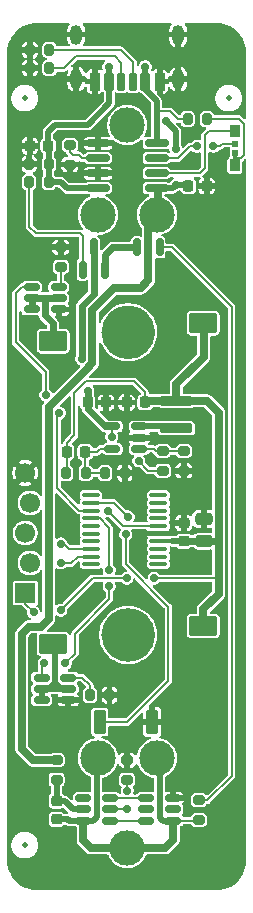
<source format=gbr>
%TF.GenerationSoftware,KiCad,Pcbnew,9.0.7*%
%TF.CreationDate,2026-02-15T21:55:51-05:00*%
%TF.ProjectId,Photon,50686f74-6f6e-42e6-9b69-6361645f7063,1.4*%
%TF.SameCoordinates,Original*%
%TF.FileFunction,Copper,L1,Top*%
%TF.FilePolarity,Positive*%
%FSLAX46Y46*%
G04 Gerber Fmt 4.6, Leading zero omitted, Abs format (unit mm)*
G04 Created by KiCad (PCBNEW 9.0.7) date 2026-02-15 21:55:51*
%MOMM*%
%LPD*%
G01*
G04 APERTURE LIST*
G04 Aperture macros list*
%AMRoundRect*
0 Rectangle with rounded corners*
0 $1 Rounding radius*
0 $2 $3 $4 $5 $6 $7 $8 $9 X,Y pos of 4 corners*
0 Add a 4 corners polygon primitive as box body*
4,1,4,$2,$3,$4,$5,$6,$7,$8,$9,$2,$3,0*
0 Add four circle primitives for the rounded corners*
1,1,$1+$1,$2,$3*
1,1,$1+$1,$4,$5*
1,1,$1+$1,$6,$7*
1,1,$1+$1,$8,$9*
0 Add four rect primitives between the rounded corners*
20,1,$1+$1,$2,$3,$4,$5,0*
20,1,$1+$1,$4,$5,$6,$7,0*
20,1,$1+$1,$6,$7,$8,$9,0*
20,1,$1+$1,$8,$9,$2,$3,0*%
G04 Aperture macros list end*
%TA.AperFunction,EtchedComponent*%
%ADD10C,2.259000*%
%TD*%
%TA.AperFunction,SMDPad,CuDef*%
%ADD11RoundRect,0.100000X0.637500X0.100000X-0.637500X0.100000X-0.637500X-0.100000X0.637500X-0.100000X0*%
%TD*%
%TA.AperFunction,SMDPad,CuDef*%
%ADD12RoundRect,0.250000X-0.475000X0.250000X-0.475000X-0.250000X0.475000X-0.250000X0.475000X0.250000X0*%
%TD*%
%TA.AperFunction,SMDPad,CuDef*%
%ADD13RoundRect,0.225000X0.250000X-0.225000X0.250000X0.225000X-0.250000X0.225000X-0.250000X-0.225000X0*%
%TD*%
%TA.AperFunction,SMDPad,CuDef*%
%ADD14C,0.500000*%
%TD*%
%TA.AperFunction,SMDPad,CuDef*%
%ADD15RoundRect,0.225000X0.225000X0.250000X-0.225000X0.250000X-0.225000X-0.250000X0.225000X-0.250000X0*%
%TD*%
%TA.AperFunction,ComponentPad*%
%ADD16R,1.700000X1.700000*%
%TD*%
%TA.AperFunction,ComponentPad*%
%ADD17C,1.700000*%
%TD*%
%TA.AperFunction,SMDPad,CuDef*%
%ADD18RoundRect,0.175000X0.175000X0.625000X-0.175000X0.625000X-0.175000X-0.625000X0.175000X-0.625000X0*%
%TD*%
%TA.AperFunction,SMDPad,CuDef*%
%ADD19RoundRect,0.200000X0.200000X0.600000X-0.200000X0.600000X-0.200000X-0.600000X0.200000X-0.600000X0*%
%TD*%
%TA.AperFunction,SMDPad,CuDef*%
%ADD20RoundRect,0.225000X0.225000X0.575000X-0.225000X0.575000X-0.225000X-0.575000X0.225000X-0.575000X0*%
%TD*%
%TA.AperFunction,HeatsinkPad*%
%ADD21O,1.000000X1.700000*%
%TD*%
%TA.AperFunction,SMDPad,CuDef*%
%ADD22RoundRect,0.150000X0.512500X0.150000X-0.512500X0.150000X-0.512500X-0.150000X0.512500X-0.150000X0*%
%TD*%
%TA.AperFunction,SMDPad,CuDef*%
%ADD23RoundRect,0.200000X-0.200000X-0.275000X0.200000X-0.275000X0.200000X0.275000X-0.200000X0.275000X0*%
%TD*%
%TA.AperFunction,SMDPad,CuDef*%
%ADD24RoundRect,0.225000X-0.225000X-0.250000X0.225000X-0.250000X0.225000X0.250000X-0.225000X0.250000X0*%
%TD*%
%TA.AperFunction,SMDPad,CuDef*%
%ADD25RoundRect,0.150000X-0.512500X-0.150000X0.512500X-0.150000X0.512500X0.150000X-0.512500X0.150000X0*%
%TD*%
%TA.AperFunction,SMDPad,CuDef*%
%ADD26RoundRect,0.200000X0.200000X0.275000X-0.200000X0.275000X-0.200000X-0.275000X0.200000X-0.275000X0*%
%TD*%
%TA.AperFunction,SMDPad,CuDef*%
%ADD27RoundRect,0.044000X-0.176000X0.221000X-0.176000X-0.221000X0.176000X-0.221000X0.176000X0.221000X0*%
%TD*%
%TA.AperFunction,SMDPad,CuDef*%
%ADD28RoundRect,0.088000X-0.352000X0.412000X-0.352000X-0.412000X0.352000X-0.412000X0.352000X0.412000X0*%
%TD*%
%TA.AperFunction,SMDPad,CuDef*%
%ADD29RoundRect,0.105000X-0.420000X-0.895000X0.420000X-0.895000X0.420000X0.895000X-0.420000X0.895000X0*%
%TD*%
%TA.AperFunction,SMDPad,CuDef*%
%ADD30RoundRect,0.200000X-0.275000X0.200000X-0.275000X-0.200000X0.275000X-0.200000X0.275000X0.200000X0*%
%TD*%
%TA.AperFunction,SMDPad,CuDef*%
%ADD31RoundRect,0.150000X-0.150000X0.587500X-0.150000X-0.587500X0.150000X-0.587500X0.150000X0.587500X0*%
%TD*%
%TA.AperFunction,SMDPad,CuDef*%
%ADD32RoundRect,0.120000X1.230000X-0.280000X1.230000X0.280000X-1.230000X0.280000X-1.230000X-0.280000X0*%
%TD*%
%TA.AperFunction,SMDPad,CuDef*%
%ADD33RoundRect,0.200000X0.275000X-0.200000X0.275000X0.200000X-0.275000X0.200000X-0.275000X-0.200000X0*%
%TD*%
%TA.AperFunction,SMDPad,CuDef*%
%ADD34RoundRect,0.255000X0.945000X0.595000X-0.945000X0.595000X-0.945000X-0.595000X0.945000X-0.595000X0*%
%TD*%
%TA.AperFunction,SMDPad,CuDef*%
%ADD35RoundRect,0.150000X-0.825000X-0.150000X0.825000X-0.150000X0.825000X0.150000X-0.825000X0.150000X0*%
%TD*%
%TA.AperFunction,HeatsinkPad*%
%ADD36R,2.410000X3.300000*%
%TD*%
%TA.AperFunction,SMDPad,CuDef*%
%ADD37RoundRect,0.150000X0.150000X-0.587500X0.150000X0.587500X-0.150000X0.587500X-0.150000X-0.587500X0*%
%TD*%
%TA.AperFunction,ComponentPad*%
%ADD38C,3.000000*%
%TD*%
%TA.AperFunction,ViaPad*%
%ADD39C,0.700000*%
%TD*%
%TA.AperFunction,Conductor*%
%ADD40C,0.200000*%
%TD*%
%TA.AperFunction,Conductor*%
%ADD41C,0.600000*%
%TD*%
%TA.AperFunction,Conductor*%
%ADD42C,0.700000*%
%TD*%
%TA.AperFunction,Conductor*%
%ADD43C,0.500000*%
%TD*%
%TA.AperFunction,Conductor*%
%ADD44C,0.300000*%
%TD*%
G04 APERTURE END LIST*
%TO.C,D2*%
D10*
X98543500Y-54484000D02*
G75*
G02*
X96284500Y-54484000I-1129500J0D01*
G01*
X96284500Y-54484000D02*
G75*
G02*
X98543500Y-54484000I1129500J0D01*
G01*
%TO.C,D3*%
X98543500Y-80111000D02*
G75*
G02*
X96284500Y-80111000I-1129500J0D01*
G01*
X96284500Y-80111000D02*
G75*
G02*
X98543500Y-80111000I1129500J0D01*
G01*
%TD*%
D11*
%TO.P,U1,20,PB3/PB4/PB5/PB6*%
%TO.N,unconnected-(U1-PB3{slash}PB4{slash}PB5{slash}PB6-Pad20)*%
X94250000Y-74125000D03*
%TO.P,U1,19,PA14/PA15*%
%TO.N,SWCLK*%
X94250000Y-73475000D03*
%TO.P,U1,18,PA13*%
%TO.N,SWDIO*%
X94250000Y-72825000D03*
%TO.P,U1,17,PA10/PA12*%
%TO.N,unconnected-(U1-PA10{slash}PA12-Pad17)*%
X94250000Y-72175000D03*
%TO.P,U1,16,PA9/PA11*%
%TO.N,unconnected-(U1-PA9{slash}PA11-Pad16)*%
X94250000Y-71525000D03*
%TO.P,U1,15,PA8/PB0/PB1/PB2*%
%TO.N,unconnected-(U1-PA8{slash}PB0{slash}PB1{slash}PB2-Pad15)*%
X94250000Y-70875000D03*
%TO.P,U1,14,PA7*%
%TO.N,LED2_EN*%
X94250000Y-70225000D03*
%TO.P,U1,13,PA6*%
%TO.N,LED1_EN*%
X94250000Y-69575000D03*
%TO.P,U1,12,PA5*%
%TO.N,/BUTN*%
X94250000Y-68925000D03*
%TO.P,U1,11,PA4*%
%TO.N,unconnected-(U1-PA4-Pad11)*%
X94250000Y-68275000D03*
%TO.P,U1,10,PA3*%
%TO.N,unconnected-(U1-PA3-Pad10)*%
X99975000Y-68275000D03*
%TO.P,U1,9,PA2*%
%TO.N,unconnected-(U1-PA2-Pad9)*%
X99975000Y-68925000D03*
%TO.P,U1,8,PA1*%
%TO.N,unconnected-(U1-PA1-Pad8)*%
X99975000Y-69575000D03*
%TO.P,U1,7,PA0*%
%TO.N,unconnected-(U1-PA0-Pad7)*%
X99975000Y-70225000D03*
%TO.P,U1,6,NRST*%
%TO.N,NRST*%
X99975000Y-70875000D03*
%TO.P,U1,5,VSS*%
%TO.N,GND*%
X99975000Y-71525000D03*
%TO.P,U1,4,VDD*%
%TO.N,+3V3*%
X99975000Y-72175000D03*
%TO.P,U1,3,PC15*%
%TO.N,unconnected-(U1-PC15-Pad3)*%
X99975000Y-72825000D03*
%TO.P,U1,2,PB9/PC14*%
%TO.N,unconnected-(U1-PB9{slash}PC14-Pad2)*%
X99975000Y-73475000D03*
%TO.P,U1,1,PB7/PB8*%
%TO.N,unconnected-(U1-PB7{slash}PB8-Pad1)*%
X99975000Y-74125000D03*
%TD*%
D12*
%TO.P,C1,2*%
%TO.N,+3V3*%
X103800000Y-72175000D03*
%TO.P,C1,1*%
%TO.N,GND*%
X103800000Y-70275000D03*
%TD*%
D13*
%TO.P,C2,2*%
%TO.N,GND*%
X102100000Y-70625000D03*
%TO.P,C2,1*%
%TO.N,+3V3*%
X102100000Y-72175000D03*
%TD*%
D14*
%TO.P,FID3,*%
%TO.N,*%
X88651000Y-34645000D03*
%TD*%
D15*
%TO.P,C4,1*%
%TO.N,GND*%
X95535000Y-60426000D03*
%TO.P,C4,2*%
%TO.N,/VBAT_SYS*%
X93985000Y-60426000D03*
%TD*%
D16*
%TO.P,J2,1,Pin_1*%
%TO.N,+3V3*%
X88705000Y-76555000D03*
D17*
%TO.P,J2,2,Pin_2*%
%TO.N,SWCLK*%
X89105000Y-74015000D03*
%TO.P,J2,3,Pin_3*%
%TO.N,SWDIO*%
X88705000Y-71475000D03*
%TO.P,J2,4,Pin_4*%
%TO.N,NRST*%
X89105000Y-68935000D03*
%TO.P,J2,5,Pin_5*%
%TO.N,GND*%
X88705000Y-66395000D03*
%TD*%
D18*
%TO.P,J1,A5,CC1*%
%TO.N,/CC1*%
X97833800Y-33253000D03*
D19*
%TO.P,J1,A9,VBUS*%
%TO.N,5V*%
X95813800Y-33253000D03*
D20*
%TO.P,J1,A12,GND*%
%TO.N,GND*%
X94583800Y-33253000D03*
D18*
%TO.P,J1,B5,CC2*%
%TO.N,/CC2*%
X96833800Y-33253000D03*
D19*
%TO.P,J1,B9,VBUS*%
%TO.N,5V*%
X98853800Y-33253000D03*
D20*
%TO.P,J1,B12,GND*%
%TO.N,GND*%
X100083800Y-33253000D03*
D21*
%TO.P,J1,S1,SHIELD*%
X101653800Y-33073000D03*
X101653800Y-29273000D03*
X93013800Y-33073000D03*
X93013800Y-29273000D03*
%TD*%
D22*
%TO.P,U5,1,S1*%
%TO.N,/Bat-*%
X101218500Y-95831000D03*
%TO.P,U5,2,D1/D2*%
%TO.N,unconnected-(U5-D1{slash}D2-Pad2)*%
X101218500Y-94881000D03*
%TO.P,U5,3,S2*%
%TO.N,GND*%
X101218500Y-93931000D03*
%TO.P,U5,4,G2*%
%TO.N,/OC*%
X98943500Y-93931000D03*
%TO.P,U5,5,D1/D2*%
%TO.N,unconnected-(U5-D1{slash}D2-Pad5)*%
X98943500Y-94881000D03*
%TO.P,U5,6,G1*%
%TO.N,/OD*%
X98943500Y-95831000D03*
%TD*%
D15*
%TO.P,C6,1*%
%TO.N,/FB*%
X93757000Y-64617000D03*
%TO.P,C6,2*%
%TO.N,+3V3*%
X92207000Y-64617000D03*
%TD*%
D22*
%TO.P,U4,1,OD*%
%TO.N,/OD*%
X95884500Y-95831000D03*
%TO.P,U4,2,VM*%
%TO.N,/VM*%
X95884500Y-94881000D03*
%TO.P,U4,3,OC*%
%TO.N,/OC*%
X95884500Y-93931000D03*
%TO.P,U4,4,TD*%
%TO.N,unconnected-(U4-TD-Pad4)*%
X93609500Y-93931000D03*
%TO.P,U4,5,VCC*%
%TO.N,/DW01A_VCC*%
X93609500Y-94881000D03*
%TO.P,U4,6,GND*%
%TO.N,/Bat-*%
X93609500Y-95831000D03*
%TD*%
D23*
%TO.P,R10,1*%
%TO.N,/FB*%
X95459000Y-66395000D03*
%TO.P,R10,2*%
%TO.N,GND*%
X97109000Y-66395000D03*
%TD*%
D24*
%TO.P,C7,1*%
%TO.N,GND*%
X97287000Y-60426000D03*
%TO.P,C7,2*%
%TO.N,+3V3*%
X98837000Y-60426000D03*
%TD*%
D23*
%TO.P,R7,1*%
%TO.N,/DSBL*%
X89033000Y-41757000D03*
%TO.P,R7,2*%
%TO.N,5V*%
X90683000Y-41757000D03*
%TD*%
D25*
%TO.P,U6,1,EN*%
%TO.N,LED1_EN*%
X89242428Y-50649724D03*
%TO.P,U6,2,OUT*%
%TO.N,/OUT_LED1*%
X89242428Y-51599724D03*
%TO.P,U6,3,OUT*%
X89242428Y-52549724D03*
%TO.P,U6,4,GND*%
%TO.N,GND*%
X91517428Y-52549724D03*
%TO.P,U6,5,OUT*%
%TO.N,/OUT_LED1*%
X91517428Y-51599724D03*
%TO.P,U6,6,Rext*%
%TO.N,/Rext1*%
X91517428Y-50649724D03*
%TD*%
D26*
%TO.P,R2,1*%
%TO.N,/CC2*%
X90746000Y-32105000D03*
%TO.P,R2,2*%
%TO.N,GND*%
X89096000Y-32105000D03*
%TD*%
D27*
%TO.P,D1,1,A1*%
%TO.N,/LED_PWR*%
X106431000Y-39295500D03*
%TO.P,D1,2,K1*%
%TO.N,/CHRG*%
X106431000Y-38515500D03*
D28*
%TO.P,D1,3,A2*%
%TO.N,/LED_PWR*%
X106431000Y-40350500D03*
%TO.P,D1,4,K2*%
%TO.N,/STDBY*%
X106431000Y-37450500D03*
%TD*%
D26*
%TO.P,R1,1*%
%TO.N,/CC1*%
X90746000Y-30581000D03*
%TO.P,R1,2*%
%TO.N,GND*%
X89096000Y-30581000D03*
%TD*%
D23*
%TO.P,R15,1*%
%TO.N,/Rext2*%
X94176000Y-85191000D03*
%TO.P,R15,2*%
%TO.N,GND*%
X95826000Y-85191000D03*
%TD*%
D29*
%TO.P,SW1,1,1*%
%TO.N,/BUTN*%
X95001000Y-87477000D03*
%TO.P,SW1,2,2*%
%TO.N,GND*%
X99446000Y-87477000D03*
%TD*%
D30*
%TO.P,R4,1*%
%TO.N,/Iset*%
X92461000Y-38630000D03*
%TO.P,R4,2*%
%TO.N,GND*%
X92461000Y-40280000D03*
%TD*%
D23*
%TO.P,R3,1*%
%TO.N,5V*%
X102436400Y-36423000D03*
%TO.P,R3,2*%
%TO.N,/LED_PWR*%
X104086400Y-36423000D03*
%TD*%
D31*
%TO.P,Q2,1,G*%
%TO.N,/BAT_DSBL*%
X100065800Y-47296500D03*
%TO.P,Q2,2,S*%
%TO.N,PACK_SAFE*%
X98165800Y-47296500D03*
%TO.P,Q2,3,D*%
%TO.N,+BATT*%
X99115800Y-49171500D03*
%TD*%
D25*
%TO.P,U7,1,EN*%
%TO.N,LED2_EN*%
X90072500Y-83714000D03*
%TO.P,U7,2,OUT*%
%TO.N,/OUT_LED2*%
X90072500Y-84664000D03*
%TO.P,U7,3,OUT*%
X90072500Y-85614000D03*
%TO.P,U7,4,GND*%
%TO.N,GND*%
X92347500Y-85614000D03*
%TO.P,U7,5,OUT*%
%TO.N,/OUT_LED2*%
X92347500Y-84664000D03*
%TO.P,U7,6,Rext*%
%TO.N,/Rext2*%
X92347500Y-83714000D03*
%TD*%
D30*
%TO.P,R11,1*%
%TO.N,+BATT*%
X91343400Y-90716000D03*
%TO.P,R11,2*%
%TO.N,/DW01A_VCC*%
X91343400Y-92366000D03*
%TD*%
D26*
%TO.P,R8,1*%
%TO.N,5V*%
X90683000Y-40233000D03*
%TO.P,R8,2*%
%TO.N,GND*%
X89033000Y-40233000D03*
%TD*%
D32*
%TO.P,L1,1,1*%
%TO.N,/LX*%
X101493386Y-62610400D03*
%TO.P,L1,2,2*%
%TO.N,+3V3*%
X101493386Y-60299000D03*
%TD*%
D33*
%TO.P,R5,1*%
%TO.N,/VBAT_SYS*%
X100335000Y-66204000D03*
%TO.P,R5,2*%
%TO.N,/UVLO*%
X100335000Y-64554000D03*
%TD*%
D14*
%TO.P,FID1,*%
%TO.N,*%
X105923000Y-34645000D03*
%TD*%
D33*
%TO.P,R14,1*%
%TO.N,/Bat-*%
X103383000Y-95756800D03*
%TO.P,R14,2*%
%TO.N,/BAT_DSBL*%
X103383000Y-94106800D03*
%TD*%
D34*
%TO.P,D2,1,K*%
%TO.N,/OUT_LED1*%
X91064000Y-55246000D03*
%TO.P,D2,2,A*%
%TO.N,+3V3*%
X103764000Y-53722000D03*
%TD*%
D14*
%TO.P,FID2,*%
%TO.N,*%
X88651000Y-97891000D03*
%TD*%
D13*
%TO.P,C8,1*%
%TO.N,/Bat-*%
X91343400Y-95706800D03*
%TO.P,C8,2*%
%TO.N,/DW01A_VCC*%
X91343400Y-94156800D03*
%TD*%
D30*
%TO.P,R6,1*%
%TO.N,/UVLO*%
X102113000Y-64554000D03*
%TO.P,R6,2*%
%TO.N,GND*%
X102113000Y-66204000D03*
%TD*%
D23*
%TO.P,R9,1*%
%TO.N,+3V3*%
X92157000Y-66395000D03*
%TO.P,R9,2*%
%TO.N,/FB*%
X93807000Y-66395000D03*
%TD*%
D30*
%TO.P,R13,1*%
%TO.N,GND*%
X97333800Y-90716000D03*
%TO.P,R13,2*%
%TO.N,/VM*%
X97333800Y-92366000D03*
%TD*%
D22*
%TO.P,U3,1,EN*%
%TO.N,/UVLO*%
X98344500Y-64358000D03*
%TO.P,U3,2,GND*%
%TO.N,GND*%
X98344500Y-63408000D03*
%TO.P,U3,3,LX*%
%TO.N,/LX*%
X98344500Y-62458000D03*
%TO.P,U3,4,Vin*%
%TO.N,/VBAT_SYS*%
X96069500Y-62458000D03*
%TO.P,U3,5,FB*%
%TO.N,/FB*%
X96069500Y-64358000D03*
%TD*%
D33*
%TO.P,R12,1*%
%TO.N,/Rext1*%
X91699000Y-48932000D03*
%TO.P,R12,2*%
%TO.N,GND*%
X91699000Y-47282000D03*
%TD*%
D35*
%TO.P,U2,1,TEMP*%
%TO.N,GND*%
X94858800Y-38476400D03*
%TO.P,U2,2,PROG*%
%TO.N,/Iset*%
X94858800Y-39746400D03*
%TO.P,U2,3,GND*%
%TO.N,GND*%
X94858800Y-41016400D03*
%TO.P,U2,4,V_{CC}*%
%TO.N,5V*%
X94858800Y-42286400D03*
%TO.P,U2,5,BAT*%
%TO.N,+BATT*%
X99808800Y-42286400D03*
%TO.P,U2,6,~{STDBY}*%
%TO.N,/STDBY*%
X99808800Y-41016400D03*
%TO.P,U2,7,~{CHRG}*%
%TO.N,/CHRG*%
X99808800Y-39746400D03*
%TO.P,U2,8,CE*%
%TO.N,5V*%
X99808800Y-38476400D03*
D36*
%TO.P,U2,9,EPAD*%
%TO.N,GND*%
X97333800Y-40381400D03*
%TD*%
D34*
%TO.P,D3,1,K*%
%TO.N,/OUT_LED2*%
X91064000Y-80873000D03*
%TO.P,D3,2,A*%
%TO.N,+3V3*%
X103764000Y-79349000D03*
%TD*%
D15*
%TO.P,C5,1*%
%TO.N,GND*%
X104056400Y-42096600D03*
%TO.P,C5,2*%
%TO.N,+BATT*%
X102506400Y-42096600D03*
%TD*%
D37*
%TO.P,Q1,1,G*%
%TO.N,/DSBL*%
X93543000Y-49171500D03*
%TO.P,Q1,2,S*%
%TO.N,PACK_SAFE*%
X95443000Y-49171500D03*
%TO.P,Q1,3,D*%
%TO.N,/VBAT_SYS*%
X94493000Y-47296500D03*
%TD*%
D24*
%TO.P,C3,1*%
%TO.N,GND*%
X89083000Y-38693000D03*
%TO.P,C3,2*%
%TO.N,5V*%
X90633000Y-38693000D03*
%TD*%
D38*
%TO.P,BT1,1,+*%
%TO.N,+BATT*%
X97333800Y-36935000D03*
X99833800Y-44535000D03*
X94833800Y-44535000D03*
%TO.P,BT1,2,-*%
%TO.N,/Bat-*%
X99833800Y-90535000D03*
X94833800Y-90535000D03*
X97333800Y-98135000D03*
%TD*%
D39*
%TO.N,GND*%
X92100000Y-62600000D03*
X96500000Y-72900000D03*
X93900000Y-77100000D03*
X92500000Y-75400000D03*
%TO.N,LED2_EN*%
X95800000Y-76000000D03*
X95800000Y-74600000D03*
%TO.N,+3V3*%
X99600000Y-75300000D03*
X97300000Y-75300000D03*
X91700000Y-78000000D03*
X89400000Y-78200000D03*
%TO.N,GND*%
X92100000Y-70700000D03*
X97400000Y-68900000D03*
%TO.N,/BUTN*%
X97200000Y-71600000D03*
X97400000Y-70100000D03*
%TO.N,GND*%
X95500000Y-59300000D03*
%TO.N,SWDIO*%
X91700000Y-72400000D03*
%TO.N,GND*%
X98600000Y-71525000D03*
X87889000Y-40233000D03*
X93900000Y-62800000D03*
X100081000Y-31993000D03*
X106939000Y-79800000D03*
X98303000Y-66395000D03*
X104145000Y-90017000D03*
X102113000Y-67411000D03*
X105161000Y-42011000D03*
X92347500Y-86715000D03*
X106939000Y-51155000D03*
X88143000Y-30581000D03*
X94583800Y-31993000D03*
X92461000Y-41249000D03*
X88143000Y-32105000D03*
X97333800Y-40381400D03*
X90500000Y-47300000D03*
X106939000Y-87477000D03*
X102113000Y-81381000D03*
X97333800Y-89763000D03*
X87889000Y-38709000D03*
X104907000Y-81381000D03*
X97033000Y-85191000D03*
X97200000Y-100700000D03*
X92400000Y-53700000D03*
X88397000Y-59791000D03*
X99827000Y-63601000D03*
X95255000Y-57759000D03*
X97300000Y-59282147D03*
X100843000Y-87477000D03*
X101218500Y-93153800D03*
X98303000Y-57759000D03*
%TO.N,LED2_EN*%
X92094116Y-82524000D03*
X90291000Y-82524000D03*
%TO.N,LED1_EN*%
X91583000Y-61315000D03*
X90427603Y-59789603D03*
%TO.N,SWCLK*%
X91699000Y-74015000D03*
%TO.N,5V*%
X98853800Y-31993000D03*
X95763000Y-31993000D03*
%TO.N,+BATT*%
X101452600Y-38963000D03*
X100608800Y-36626400D03*
X101452600Y-42011000D03*
%TO.N,/VBAT_SYS*%
X96017000Y-63347000D03*
X93992620Y-59432620D03*
X93477000Y-56740206D03*
X98303000Y-65379000D03*
%TO.N,/VM*%
X97333800Y-93281000D03*
X97333800Y-94881000D03*
%TO.N,/CHRG*%
X103234350Y-38737657D03*
X104624343Y-38737657D03*
%TO.N,NRST*%
X95700000Y-69609620D03*
%TD*%
D40*
%TO.N,LED2_EN*%
X92909620Y-79990380D02*
X92909620Y-81708496D01*
X92909620Y-81708496D02*
X92094116Y-82524000D01*
X95800000Y-77100000D02*
X92909620Y-79990380D01*
X95800000Y-76000000D02*
X95800000Y-77100000D01*
X94987499Y-70225000D02*
X95800000Y-71037501D01*
X94250000Y-70225000D02*
X94987499Y-70225000D01*
X95800000Y-71037501D02*
X95800000Y-74600000D01*
%TO.N,NRST*%
X96965380Y-70875000D02*
X99975000Y-70875000D01*
X95700000Y-69609620D02*
X96965380Y-70875000D01*
D41*
%TO.N,+3V3*%
X103800000Y-72175000D02*
X105001000Y-72175000D01*
D42*
X105076000Y-72100000D02*
X105076000Y-75200000D01*
D41*
X105001000Y-72175000D02*
X105076000Y-72100000D01*
D42*
X105076000Y-75200000D02*
X105076000Y-76624000D01*
D40*
X99600000Y-75300000D02*
X104976000Y-75300000D01*
X94400000Y-75300000D02*
X97300000Y-75300000D01*
X104976000Y-75300000D02*
X105076000Y-75200000D01*
X91700000Y-78000000D02*
X94400000Y-75300000D01*
X88705000Y-77505000D02*
X89400000Y-78200000D01*
X88705000Y-76555000D02*
X88705000Y-77505000D01*
%TO.N,SWDIO*%
X92425000Y-72825000D02*
X94250000Y-72825000D01*
X92000000Y-72400000D02*
X92425000Y-72825000D01*
X91700000Y-72400000D02*
X92000000Y-72400000D01*
%TO.N,/BUTN*%
X97200000Y-74100000D02*
X97200000Y-71600000D01*
X100800000Y-77700000D02*
X97200000Y-74100000D01*
X100800000Y-84000000D02*
X100800000Y-77700000D01*
X97323000Y-87477000D02*
X100800000Y-84000000D01*
X95001000Y-87477000D02*
X97323000Y-87477000D01*
X96225000Y-68925000D02*
X97400000Y-70100000D01*
X94250000Y-68925000D02*
X96225000Y-68925000D01*
%TO.N,LED2_EN*%
X90072500Y-82742500D02*
X90072500Y-83714000D01*
X90291000Y-82524000D02*
X90072500Y-82742500D01*
%TO.N,/CHRG*%
X101653600Y-39746400D02*
X99808800Y-39746400D01*
X102662343Y-38737657D02*
X101653600Y-39746400D01*
X103234350Y-38737657D02*
X102662343Y-38737657D01*
%TO.N,/STDBY*%
X104249500Y-37450500D02*
X106431000Y-37450500D01*
X103891000Y-40609000D02*
X103891000Y-37809000D01*
X103891000Y-37809000D02*
X104249500Y-37450500D01*
X103483600Y-41016400D02*
X103891000Y-40609000D01*
X99808800Y-41016400D02*
X103483600Y-41016400D01*
D42*
%TO.N,+BATT*%
X99115800Y-50088200D02*
X99115800Y-44253000D01*
X98455400Y-50748600D02*
X99115800Y-50088200D01*
X96229896Y-50748600D02*
X98455400Y-50748600D01*
X94378000Y-52600496D02*
X96229896Y-50748600D01*
X94378000Y-57113413D02*
X94378000Y-52600496D01*
X93850207Y-57641206D02*
X94378000Y-57113413D01*
X93848794Y-57641206D02*
X93850207Y-57641206D01*
X88400000Y-80000000D02*
X89000000Y-79400000D01*
X88400000Y-89800000D02*
X88400000Y-80000000D01*
X89316000Y-90716000D02*
X88400000Y-89800000D01*
X89000000Y-79400000D02*
X90000000Y-79400000D01*
X90000000Y-79400000D02*
X90683000Y-78717000D01*
X99115800Y-44253000D02*
X99833800Y-43535000D01*
X90683000Y-78717000D02*
X90683000Y-60807000D01*
X91343400Y-90716000D02*
X89316000Y-90716000D01*
X90683000Y-60807000D02*
X93848794Y-57641206D01*
D40*
%TO.N,/DSBL*%
X89600000Y-46100000D02*
X89033000Y-45533000D01*
X93300000Y-46100000D02*
X89600000Y-46100000D01*
X93543000Y-49044500D02*
X93543000Y-46343000D01*
X93543000Y-46343000D02*
X93300000Y-46100000D01*
X89033000Y-45533000D02*
X89033000Y-42243500D01*
D43*
%TO.N,/Bat-*%
X94438000Y-95831000D02*
X93609500Y-95831000D01*
X94747000Y-91405800D02*
X94747000Y-95522000D01*
X94747000Y-95522000D02*
X94438000Y-95831000D01*
X100331000Y-95831000D02*
X100651001Y-95831000D01*
X100081000Y-91566200D02*
X100081000Y-95581000D01*
X100081000Y-95581000D02*
X100331000Y-95831000D01*
D42*
X101218500Y-97481500D02*
X101218500Y-95831000D01*
X100565000Y-98135000D02*
X101218500Y-97481500D01*
X97333800Y-98135000D02*
X100565000Y-98135000D01*
X93609500Y-97509500D02*
X93609500Y-95831000D01*
X94235000Y-98135000D02*
X93609500Y-97509500D01*
X97333800Y-98135000D02*
X94235000Y-98135000D01*
%TO.N,+3V3*%
X103764000Y-77936000D02*
X103764000Y-79349000D01*
X105076000Y-76624000D02*
X103764000Y-77936000D01*
X105076000Y-61276000D02*
X105076000Y-72100000D01*
X104099000Y-60299000D02*
X105076000Y-61276000D01*
X101493386Y-60299000D02*
X104099000Y-60299000D01*
D41*
X103800000Y-72175000D02*
X102100000Y-72175000D01*
D43*
X101152019Y-72169815D02*
X101157204Y-72175000D01*
D44*
X99975000Y-72175000D02*
X101146834Y-72175000D01*
D43*
X101157204Y-72175000D02*
X102100000Y-72175000D01*
D44*
X101146834Y-72175000D02*
X101152019Y-72169815D01*
D43*
%TO.N,GND*%
X100081000Y-31993000D02*
X100083800Y-31995800D01*
D40*
%TO.N,/FB*%
X94747000Y-64617000D02*
X95006000Y-64358000D01*
X95852000Y-64358000D02*
X95857000Y-64363000D01*
X93757000Y-64617000D02*
X93757000Y-66345000D01*
X95006000Y-64358000D02*
X95852000Y-64358000D01*
X93807000Y-66395000D02*
X95459000Y-66395000D01*
X93757000Y-66345000D02*
X93807000Y-66395000D01*
X93757000Y-64617000D02*
X94747000Y-64617000D01*
D41*
%TO.N,/OUT_LED1*%
X91014000Y-53712000D02*
X91014000Y-55149200D01*
X89242428Y-52549724D02*
X89242428Y-51599724D01*
X90338372Y-53036372D02*
X91014000Y-53712000D01*
X89242428Y-51599724D02*
X91533499Y-51599724D01*
X90338372Y-51686096D02*
X90338372Y-53036372D01*
D43*
%TO.N,/OUT_LED2*%
X90072500Y-84664000D02*
X90696999Y-84664000D01*
X91191000Y-84169999D02*
X91191000Y-84048000D01*
X91191000Y-84207999D02*
X91191000Y-84048000D01*
X90696999Y-84664000D02*
X91191000Y-84169999D01*
X92347500Y-84664000D02*
X91685001Y-84664000D01*
X91191000Y-80953200D02*
X91110800Y-80873000D01*
X91191000Y-84048000D02*
X91191000Y-80953200D01*
X91685001Y-84664000D02*
X91191000Y-84169999D01*
X92347500Y-84664000D02*
X90072500Y-84664000D01*
X90072500Y-85614000D02*
X90072500Y-84664000D01*
%TO.N,/LX*%
X101493386Y-62610400D02*
X101340986Y-62458000D01*
X101340986Y-62458000D02*
X98344500Y-62458000D01*
X101493386Y-62610400D02*
X101567200Y-62610400D01*
D40*
%TO.N,LED1_EN*%
X87889000Y-55346000D02*
X87889000Y-51155000D01*
X90427603Y-57884603D02*
X87889000Y-55346000D01*
X88394276Y-50649724D02*
X89242428Y-50649724D01*
X90427603Y-59789603D02*
X90427603Y-57884603D01*
X87889000Y-51155000D02*
X88394276Y-50649724D01*
%TO.N,/Rext1*%
X91699000Y-50468152D02*
X91517428Y-50649724D01*
X91729928Y-50649724D02*
X91729928Y-50437224D01*
X91699000Y-48932000D02*
X91699000Y-50468152D01*
X91689000Y-48922000D02*
X91699000Y-48932000D01*
%TO.N,/Rext2*%
X94176000Y-84366000D02*
X94176000Y-85445000D01*
X92560000Y-83714000D02*
X93524000Y-83714000D01*
X93524000Y-83714000D02*
X94176000Y-84366000D01*
%TO.N,+3V3*%
X92207000Y-63855000D02*
X92207000Y-64617000D01*
X92842000Y-63220000D02*
X92207000Y-63855000D01*
X92207000Y-64617000D02*
X92207000Y-66345000D01*
D42*
X101493386Y-60299000D02*
X101493386Y-58886614D01*
X101493386Y-58886614D02*
X103810800Y-56569200D01*
D40*
X98837000Y-60032430D02*
X98837000Y-59563000D01*
X92207000Y-66345000D02*
X92157000Y-66395000D01*
X98837000Y-59563000D02*
X97906147Y-58632147D01*
X93873853Y-58632147D02*
X92842000Y-59664000D01*
X92842000Y-59664000D02*
X92842000Y-63220000D01*
D42*
X98837000Y-60299000D02*
X101493386Y-60299000D01*
X103810800Y-56569200D02*
X103810800Y-53860214D01*
D40*
X97906147Y-58632147D02*
X93873853Y-58632147D01*
D41*
%TO.N,PACK_SAFE*%
X98165800Y-47296500D02*
X96065500Y-47296500D01*
X95443000Y-47919000D02*
X95443000Y-49044500D01*
X96065500Y-47296500D02*
X95443000Y-47919000D01*
D43*
%TO.N,5V*%
X95763000Y-31993000D02*
X95763000Y-33202200D01*
X91191000Y-36931000D02*
X90633000Y-37489000D01*
X99808800Y-35762600D02*
X99808800Y-36067400D01*
X95813800Y-33253000D02*
X95813800Y-35102200D01*
X95763000Y-33202200D02*
X95813800Y-33253000D01*
X90683000Y-38743000D02*
X90683000Y-41757000D01*
D40*
X100133600Y-35782600D02*
X99808800Y-35457800D01*
D43*
X90633000Y-37489000D02*
X90633000Y-38693000D01*
X98853800Y-31993000D02*
X98853800Y-33925800D01*
D40*
X100284200Y-35782600D02*
X100093600Y-35782600D01*
X100093600Y-35782600D02*
X99808800Y-36067400D01*
D43*
X90683000Y-41757000D02*
X91699000Y-41757000D01*
X99808800Y-35457800D02*
X99808800Y-35762600D01*
X98853800Y-33925800D02*
X99808800Y-34880800D01*
X95763000Y-31993000D02*
X95813800Y-32043800D01*
D40*
X102436400Y-36423000D02*
X101605000Y-36423000D01*
D43*
X92228400Y-42286400D02*
X94858800Y-42286400D01*
D40*
X101605000Y-36423000D02*
X100964600Y-35782600D01*
D43*
X95813800Y-33253000D02*
X95763000Y-33303800D01*
X93985000Y-36931000D02*
X91191000Y-36931000D01*
X99808800Y-36067400D02*
X99808800Y-38476400D01*
D40*
X100284200Y-35782600D02*
X99828800Y-35782600D01*
X100964600Y-35782600D02*
X100284200Y-35782600D01*
X100284200Y-35782600D02*
X100133600Y-35782600D01*
D43*
X99808800Y-34880800D02*
X99808800Y-35457800D01*
D40*
X99828800Y-35782600D02*
X99808800Y-35762600D01*
D43*
X91699000Y-41757000D02*
X92228400Y-42286400D01*
X95813800Y-35102200D02*
X93985000Y-36931000D01*
%TO.N,/DW01A_VCC*%
X91343400Y-94156800D02*
X91343400Y-92366000D01*
X92028800Y-94156800D02*
X91343400Y-94156800D01*
X93609500Y-94881000D02*
X92753000Y-94881000D01*
X92753000Y-94881000D02*
X92028800Y-94156800D01*
D40*
%TO.N,/CC1*%
X97833800Y-33507000D02*
X97833800Y-31635800D01*
X96779000Y-30581000D02*
X90746000Y-30581000D01*
X97833800Y-31635800D02*
X96779000Y-30581000D01*
%TO.N,/CC2*%
X91953000Y-32105000D02*
X90746000Y-32105000D01*
X96271000Y-31089000D02*
X92969000Y-31089000D01*
X96833800Y-33507000D02*
X96833800Y-31651800D01*
X96833800Y-31651800D02*
X96271000Y-31089000D01*
X92969000Y-31089000D02*
X91953000Y-32105000D01*
%TO.N,/LED_PWR*%
X107212628Y-39451372D02*
X107212628Y-36823628D01*
X106812000Y-36423000D02*
X104086400Y-36423000D01*
X106431000Y-39725000D02*
X106939000Y-39725000D01*
X106939000Y-39725000D02*
X107212628Y-39451372D01*
D44*
X106431000Y-39725000D02*
X106431000Y-40350500D01*
X106431000Y-39295500D02*
X106431000Y-39725000D01*
D40*
X106431000Y-40350500D02*
X106684423Y-40097077D01*
X107212628Y-36823628D02*
X106812000Y-36423000D01*
D43*
%TO.N,+BATT*%
X99808800Y-42286400D02*
X101177200Y-42286400D01*
X101452600Y-37470200D02*
X100608800Y-36626400D01*
X102420800Y-42011000D02*
X102506400Y-42096600D01*
X101452600Y-42011000D02*
X102420800Y-42011000D01*
D42*
X99914000Y-43535000D02*
X99914000Y-42391600D01*
D41*
X97567800Y-36169000D02*
X97333800Y-35935000D01*
D43*
X101177200Y-42286400D02*
X101452600Y-42011000D01*
X101452600Y-38963000D02*
X101452600Y-37470200D01*
D41*
%TO.N,/VBAT_SYS*%
X93985000Y-60959400D02*
X93985000Y-60426000D01*
X96069500Y-62458000D02*
X95483600Y-62458000D01*
X95483600Y-62458000D02*
X93985000Y-60959400D01*
X93985000Y-59691000D02*
X93985000Y-60426000D01*
D40*
X96017000Y-62510500D02*
X96069500Y-62458000D01*
D41*
X93477000Y-52298000D02*
X94493000Y-51282000D01*
D40*
X100335000Y-66204000D02*
X99128000Y-66204000D01*
D41*
X93992620Y-59683380D02*
X93985000Y-59691000D01*
X93477000Y-56740206D02*
X93477000Y-52298000D01*
X94493000Y-51282000D02*
X94493000Y-47169500D01*
D40*
X99128000Y-66204000D02*
X98303000Y-65379000D01*
X96017000Y-63347000D02*
X96017000Y-62510500D01*
D41*
X93992620Y-59432620D02*
X93992620Y-59683380D01*
D40*
%TO.N,/Iset*%
X92461000Y-39217000D02*
X92461000Y-38630000D01*
X94858800Y-39746400D02*
X93498400Y-39746400D01*
X93498400Y-39746400D02*
X93223000Y-39471000D01*
X93223000Y-39471000D02*
X92715000Y-39471000D01*
X92715000Y-39471000D02*
X92461000Y-39217000D01*
%TO.N,/VM*%
X97333800Y-93281000D02*
X97333800Y-92366000D01*
X96097000Y-94881000D02*
X97333800Y-94881000D01*
%TO.N,/CHRG*%
X105161000Y-38709000D02*
X105354500Y-38515500D01*
X104653000Y-38709000D02*
X105161000Y-38709000D01*
X105354500Y-38515500D02*
X106431000Y-38515500D01*
X104624343Y-38737657D02*
X104653000Y-38709000D01*
%TO.N,/OD*%
X96097000Y-95831000D02*
X98731000Y-95831000D01*
%TO.N,/OC*%
X96097000Y-93931000D02*
X98731000Y-93931000D01*
D43*
%TO.N,/Bat-*%
X94833800Y-91535000D02*
X94747000Y-91621800D01*
D40*
X101218500Y-95831000D02*
X103308800Y-95831000D01*
D41*
X100651001Y-95831000D02*
X101218500Y-95831000D01*
D43*
X92433000Y-95831000D02*
X92308800Y-95706800D01*
D41*
X99833800Y-91535000D02*
X100012000Y-91713200D01*
D43*
X100012000Y-91713200D02*
X100081000Y-91782200D01*
D40*
X103308800Y-95831000D02*
X103383000Y-95756800D01*
D43*
X92308800Y-95706800D02*
X92105200Y-95706800D01*
X93609500Y-95831000D02*
X92433000Y-95831000D01*
X92105200Y-95706800D02*
X91343400Y-95706800D01*
D40*
%TO.N,/BAT_DSBL*%
X106177000Y-92049000D02*
X106177000Y-52323400D01*
X101150100Y-47296500D02*
X100065800Y-47296500D01*
X103383000Y-94106800D02*
X104119200Y-94106800D01*
X106177000Y-52323400D02*
X101150100Y-47296500D01*
X104119200Y-94106800D02*
X106177000Y-92049000D01*
%TO.N,/UVLO*%
X99568000Y-64358000D02*
X98344500Y-64358000D01*
X102113000Y-64554000D02*
X100335000Y-64554000D01*
X98349500Y-64363000D02*
X98344500Y-64358000D01*
X100335000Y-64554000D02*
X99764000Y-64554000D01*
X99764000Y-64554000D02*
X99568000Y-64358000D01*
%TO.N,LED1_EN*%
X94250000Y-69575000D02*
X93275000Y-69575000D01*
X93275000Y-69575000D02*
X91400000Y-67700000D01*
X91400000Y-67700000D02*
X91400000Y-61498000D01*
X91400000Y-61498000D02*
X91583000Y-61315000D01*
D44*
%TO.N,GND*%
X99975000Y-71525000D02*
X98600000Y-71525000D01*
D40*
%TO.N,SWCLK*%
X91699000Y-74015000D02*
X92585000Y-74015000D01*
X92585000Y-74015000D02*
X93125000Y-73475000D01*
X93125000Y-73475000D02*
X94250000Y-73475000D01*
%TD*%
%TA.AperFunction,Conductor*%
%TO.N,GND*%
G36*
X92409385Y-28306407D02*
G01*
X92445349Y-28355907D01*
X92445349Y-28417093D01*
X92433510Y-28441501D01*
X92349158Y-28567742D01*
X92292623Y-28704229D01*
X92292621Y-28704235D01*
X92263800Y-28849128D01*
X92263800Y-29022999D01*
X92263801Y-29023000D01*
X92763800Y-29023000D01*
X92763800Y-29523000D01*
X92263801Y-29523000D01*
X92263800Y-29523001D01*
X92263800Y-29696871D01*
X92292621Y-29841764D01*
X92292623Y-29841770D01*
X92349158Y-29978257D01*
X92431234Y-30101093D01*
X92441637Y-30111496D01*
X92469414Y-30166013D01*
X92459843Y-30226445D01*
X92416578Y-30269710D01*
X92371633Y-30280500D01*
X91432008Y-30280500D01*
X91373817Y-30261593D01*
X91337853Y-30212093D01*
X91334227Y-30196987D01*
X91331647Y-30180699D01*
X91331646Y-30180697D01*
X91331646Y-30180696D01*
X91274050Y-30067658D01*
X91184342Y-29977950D01*
X91071304Y-29920354D01*
X91071305Y-29920354D01*
X90977522Y-29905500D01*
X90514479Y-29905500D01*
X90514476Y-29905501D01*
X90420700Y-29920352D01*
X90420695Y-29920354D01*
X90307659Y-29977949D01*
X90217949Y-30067659D01*
X90160354Y-30180695D01*
X90145500Y-30274477D01*
X90145500Y-30887520D01*
X90145501Y-30887523D01*
X90160352Y-30981299D01*
X90160354Y-30981304D01*
X90217950Y-31094342D01*
X90307658Y-31184050D01*
X90420695Y-31241645D01*
X90420695Y-31241646D01*
X90427853Y-31242779D01*
X90443251Y-31245218D01*
X90497768Y-31272994D01*
X90525547Y-31327510D01*
X90515977Y-31387942D01*
X90472713Y-31431208D01*
X90443255Y-31440780D01*
X90420698Y-31444353D01*
X90420695Y-31444354D01*
X90307659Y-31501949D01*
X90217949Y-31591659D01*
X90160354Y-31704695D01*
X90145500Y-31798477D01*
X90145500Y-32411520D01*
X90145501Y-32411523D01*
X90160352Y-32505299D01*
X90160354Y-32505304D01*
X90217950Y-32618342D01*
X90307658Y-32708050D01*
X90420696Y-32765646D01*
X90514481Y-32780500D01*
X90977518Y-32780499D01*
X90977520Y-32780499D01*
X90977521Y-32780498D01*
X91024411Y-32773072D01*
X91071299Y-32765647D01*
X91071299Y-32765646D01*
X91071304Y-32765646D01*
X91184342Y-32708050D01*
X91274050Y-32618342D01*
X91331646Y-32505304D01*
X91334226Y-32489013D01*
X91362003Y-32434497D01*
X91416519Y-32406719D01*
X91432007Y-32405500D01*
X91992563Y-32405500D01*
X91992563Y-32405499D01*
X92068989Y-32385021D01*
X92137511Y-32345460D01*
X92162640Y-32320330D01*
X92217154Y-32292553D01*
X92277587Y-32302124D01*
X92320852Y-32345387D01*
X92330424Y-32405819D01*
X92324107Y-32428219D01*
X92292624Y-32504225D01*
X92292621Y-32504235D01*
X92263800Y-32649128D01*
X92263800Y-32822999D01*
X92263801Y-32823000D01*
X92763799Y-32823000D01*
X92763800Y-32822999D01*
X92763800Y-33323001D01*
X92763799Y-33323000D01*
X92263801Y-33323000D01*
X92263800Y-33323001D01*
X92263800Y-33496871D01*
X92292621Y-33641764D01*
X92292623Y-33641770D01*
X92349158Y-33778257D01*
X92431234Y-33901093D01*
X92535706Y-34005565D01*
X92658544Y-34087642D01*
X92763799Y-34131240D01*
X92763800Y-34131239D01*
X92763800Y-33472728D01*
X92801860Y-33564614D01*
X92872186Y-33634940D01*
X92964072Y-33673000D01*
X93063528Y-33673000D01*
X93155414Y-33634940D01*
X93225740Y-33564614D01*
X93263800Y-33472728D01*
X93263800Y-34131240D01*
X93369055Y-34087642D01*
X93491893Y-34005565D01*
X93596365Y-33901093D01*
X93678441Y-33778257D01*
X93693337Y-33742296D01*
X93733074Y-33695771D01*
X93792568Y-33681487D01*
X93849096Y-33704902D01*
X93881066Y-33757071D01*
X93883801Y-33780182D01*
X93883801Y-33873436D01*
X93889881Y-33930004D01*
X93889882Y-33930006D01*
X93937614Y-34057983D01*
X94019468Y-34167327D01*
X94019472Y-34167331D01*
X94128816Y-34249185D01*
X94256790Y-34296916D01*
X94256798Y-34296918D01*
X94313366Y-34302999D01*
X94333800Y-34302998D01*
X94333800Y-33503001D01*
X94333799Y-33503000D01*
X93862800Y-33503000D01*
X93804609Y-33484093D01*
X93768645Y-33434593D01*
X93763800Y-33404000D01*
X93763800Y-33323001D01*
X93763799Y-33323000D01*
X93263801Y-33323000D01*
X93263800Y-33323001D01*
X93263800Y-32822999D01*
X93263801Y-32823000D01*
X93784800Y-32823000D01*
X93842991Y-32841907D01*
X93878955Y-32891407D01*
X93883800Y-32922000D01*
X93883800Y-33002999D01*
X93883801Y-33003000D01*
X94333799Y-33003000D01*
X94333800Y-33002999D01*
X94333800Y-32202999D01*
X94313371Y-32203000D01*
X94313362Y-32203001D01*
X94256794Y-32209081D01*
X94256793Y-32209082D01*
X94128816Y-32256814D01*
X94019472Y-32338668D01*
X94019468Y-32338672D01*
X93937614Y-32448016D01*
X93918502Y-32499259D01*
X93880451Y-32547173D01*
X93821504Y-32563571D01*
X93764177Y-32542189D01*
X93734280Y-32502548D01*
X93678441Y-32367742D01*
X93596365Y-32244906D01*
X93491890Y-32140431D01*
X93369070Y-32058365D01*
X93369056Y-32058358D01*
X93263800Y-32014758D01*
X93263800Y-32673272D01*
X93225740Y-32581386D01*
X93155414Y-32511060D01*
X93063528Y-32473000D01*
X92964072Y-32473000D01*
X92872186Y-32511060D01*
X92801860Y-32581386D01*
X92763800Y-32673272D01*
X92763800Y-32050540D01*
X92670302Y-32040247D01*
X92664439Y-32037602D01*
X92658025Y-32038107D01*
X92637001Y-32025223D01*
X92614530Y-32015086D01*
X92611341Y-32009499D01*
X92605856Y-32006138D01*
X92596420Y-31983357D01*
X92584199Y-31961947D01*
X92584902Y-31955553D01*
X92582441Y-31949610D01*
X92588197Y-31925632D01*
X92590895Y-31901130D01*
X92595221Y-31896371D01*
X92596724Y-31890115D01*
X92611133Y-31871838D01*
X93064476Y-31418496D01*
X93118992Y-31390719D01*
X93134479Y-31389500D01*
X95348969Y-31389500D01*
X95407160Y-31408407D01*
X95443124Y-31457907D01*
X95443124Y-31519093D01*
X95418974Y-31558501D01*
X95365238Y-31612238D01*
X95322488Y-31654988D01*
X95322487Y-31654989D01*
X95250017Y-31780510D01*
X95212500Y-31920525D01*
X95212500Y-32065474D01*
X95246189Y-32191201D01*
X95242987Y-32252302D01*
X95204482Y-32299852D01*
X95145381Y-32315688D01*
X95091234Y-32296078D01*
X95038783Y-32256814D01*
X94910809Y-32209083D01*
X94910801Y-32209081D01*
X94854234Y-32203000D01*
X94833801Y-32203000D01*
X94833800Y-32203001D01*
X94833800Y-34302998D01*
X94833801Y-34302999D01*
X94854231Y-34302999D01*
X94854236Y-34302998D01*
X94910804Y-34296918D01*
X94910806Y-34296917D01*
X95038783Y-34249185D01*
X95148127Y-34167331D01*
X95148130Y-34167328D01*
X95171107Y-34136634D01*
X95189501Y-34123666D01*
X95205417Y-34107751D01*
X95214007Y-34106390D01*
X95221115Y-34101380D01*
X95243618Y-34101700D01*
X95265849Y-34098180D01*
X95273597Y-34102128D01*
X95282294Y-34102252D01*
X95320363Y-34125955D01*
X95334305Y-34139897D01*
X95362081Y-34194412D01*
X95363300Y-34209899D01*
X95363300Y-34874588D01*
X95344393Y-34932779D01*
X95334304Y-34944592D01*
X93827393Y-36451504D01*
X93772876Y-36479281D01*
X93757389Y-36480500D01*
X91131691Y-36480500D01*
X91086508Y-36492606D01*
X91041325Y-36504713D01*
X91041324Y-36504712D01*
X91017112Y-36511201D01*
X91017109Y-36511202D01*
X90914390Y-36570507D01*
X90272507Y-37212390D01*
X90213200Y-37315112D01*
X90213200Y-37315113D01*
X90213201Y-37315114D01*
X90187538Y-37410891D01*
X90182500Y-37429692D01*
X90182500Y-38025745D01*
X90163593Y-38083936D01*
X90153509Y-38095742D01*
X90101051Y-38148201D01*
X90059470Y-38189782D01*
X89998283Y-38309867D01*
X89998281Y-38309874D01*
X89982500Y-38409510D01*
X89982500Y-38976489D01*
X89988055Y-39011563D01*
X89994209Y-39050419D01*
X89998281Y-39076125D01*
X89998283Y-39076132D01*
X90059470Y-39196217D01*
X90059472Y-39196220D01*
X90154780Y-39291528D01*
X90178444Y-39303585D01*
X90221708Y-39346848D01*
X90232500Y-39391795D01*
X90232500Y-39601100D01*
X90213593Y-39659291D01*
X90203504Y-39671103D01*
X90154951Y-39719656D01*
X90154950Y-39719658D01*
X90097354Y-39832695D01*
X90082500Y-39926477D01*
X90082500Y-40539520D01*
X90082501Y-40539523D01*
X90097352Y-40633299D01*
X90097354Y-40633304D01*
X90154950Y-40746342D01*
X90203505Y-40794897D01*
X90231281Y-40849412D01*
X90232500Y-40864899D01*
X90232500Y-41125100D01*
X90213593Y-41183291D01*
X90203504Y-41195103D01*
X90154951Y-41243656D01*
X90154950Y-41243658D01*
X90097354Y-41356695D01*
X90082500Y-41450477D01*
X90082500Y-42063520D01*
X90082501Y-42063523D01*
X90097352Y-42157299D01*
X90097354Y-42157304D01*
X90154950Y-42270342D01*
X90244658Y-42360050D01*
X90357696Y-42417646D01*
X90451481Y-42432500D01*
X90914518Y-42432499D01*
X90914520Y-42432499D01*
X90914521Y-42432498D01*
X90983502Y-42421574D01*
X91008299Y-42417647D01*
X91008299Y-42417646D01*
X91008304Y-42417646D01*
X91121342Y-42360050D01*
X91211050Y-42270342D01*
X91215528Y-42261554D01*
X91231917Y-42245164D01*
X91245546Y-42226407D01*
X91253144Y-42223938D01*
X91258793Y-42218290D01*
X91303737Y-42207500D01*
X91471390Y-42207500D01*
X91529581Y-42226407D01*
X91541393Y-42236496D01*
X91951786Y-42646890D01*
X92054513Y-42706199D01*
X92078720Y-42712684D01*
X92078725Y-42712687D01*
X92078726Y-42712686D01*
X92169088Y-42736899D01*
X92169090Y-42736900D01*
X92169091Y-42736900D01*
X93827532Y-42736900D01*
X93871012Y-42746959D01*
X93932407Y-42776973D01*
X94000540Y-42786900D01*
X94000543Y-42786900D01*
X94112758Y-42786900D01*
X94170949Y-42805807D01*
X94206913Y-42855307D01*
X94206913Y-42916493D01*
X94170949Y-42965993D01*
X94150643Y-42977364D01*
X94080077Y-43006592D01*
X94080072Y-43006595D01*
X93887028Y-43118050D01*
X93710179Y-43253750D01*
X93552550Y-43411379D01*
X93416850Y-43588228D01*
X93305395Y-43781272D01*
X93305392Y-43781277D01*
X93220090Y-43987217D01*
X93162395Y-44202539D01*
X93162395Y-44202544D01*
X93133300Y-44423542D01*
X93133300Y-44646457D01*
X93162395Y-44867455D01*
X93162395Y-44867460D01*
X93220090Y-45082782D01*
X93305392Y-45288722D01*
X93305395Y-45288727D01*
X93416850Y-45481771D01*
X93416852Y-45481774D01*
X93552553Y-45658624D01*
X93589144Y-45695215D01*
X93597404Y-45711426D01*
X93609580Y-45724949D01*
X93610953Y-45738020D01*
X93616920Y-45749730D01*
X93614073Y-45767701D01*
X93615976Y-45785799D01*
X93609404Y-45797180D01*
X93607349Y-45810162D01*
X93594482Y-45823028D01*
X93585384Y-45838788D01*
X93573377Y-45844133D01*
X93564084Y-45853427D01*
X93546112Y-45856273D01*
X93529488Y-45863675D01*
X93516632Y-45860942D01*
X93503652Y-45862998D01*
X93469640Y-45850954D01*
X93439408Y-45833500D01*
X93439407Y-45833499D01*
X93439406Y-45833499D01*
X93415988Y-45819978D01*
X93339564Y-45799500D01*
X93339562Y-45799500D01*
X89765479Y-45799500D01*
X89707288Y-45780593D01*
X89695475Y-45770504D01*
X89362496Y-45437525D01*
X89334719Y-45383008D01*
X89333500Y-45367521D01*
X89333500Y-42490951D01*
X89352407Y-42432760D01*
X89387552Y-42402742D01*
X89471342Y-42360050D01*
X89561050Y-42270342D01*
X89618646Y-42157304D01*
X89633500Y-42063519D01*
X89633499Y-41450482D01*
X89628846Y-41421100D01*
X89618647Y-41356700D01*
X89618646Y-41356698D01*
X89618646Y-41356696D01*
X89561050Y-41243658D01*
X89471342Y-41153950D01*
X89383810Y-41109350D01*
X89340546Y-41066086D01*
X89330975Y-41005653D01*
X89358753Y-40951137D01*
X89396059Y-40927696D01*
X89445647Y-40910344D01*
X89554790Y-40829792D01*
X89554792Y-40829790D01*
X89635345Y-40720647D01*
X89680149Y-40592601D01*
X89682999Y-40562211D01*
X89683000Y-40562210D01*
X89683000Y-40483001D01*
X89682999Y-40483000D01*
X88383002Y-40483000D01*
X88383001Y-40483001D01*
X88383001Y-40562203D01*
X88385850Y-40592600D01*
X88385850Y-40592602D01*
X88430654Y-40720647D01*
X88511207Y-40829790D01*
X88511209Y-40829792D01*
X88620352Y-40910344D01*
X88669940Y-40927696D01*
X88718621Y-40964762D01*
X88736218Y-41023362D01*
X88716010Y-41081114D01*
X88682189Y-41109350D01*
X88594659Y-41153949D01*
X88504949Y-41243659D01*
X88447354Y-41356695D01*
X88432500Y-41450477D01*
X88432500Y-42063520D01*
X88432501Y-42063523D01*
X88447352Y-42157299D01*
X88447354Y-42157304D01*
X88504950Y-42270342D01*
X88594658Y-42360050D01*
X88678446Y-42402742D01*
X88721710Y-42446006D01*
X88732500Y-42490951D01*
X88732500Y-45572564D01*
X88752978Y-45648987D01*
X88757701Y-45657167D01*
X88757702Y-45657170D01*
X88765901Y-45671371D01*
X88792540Y-45717511D01*
X89359540Y-46284511D01*
X89359539Y-46284511D01*
X89415489Y-46340460D01*
X89484007Y-46380019D01*
X89484011Y-46380021D01*
X89560435Y-46400499D01*
X89560437Y-46400500D01*
X89560438Y-46400500D01*
X93134521Y-46400500D01*
X93142118Y-46402968D01*
X93150008Y-46401719D01*
X93170663Y-46412243D01*
X93192712Y-46419407D01*
X93204525Y-46429496D01*
X93213504Y-46438475D01*
X93241281Y-46492992D01*
X93242500Y-46508479D01*
X93242500Y-48205635D01*
X93223593Y-48263826D01*
X93192889Y-48289612D01*
X93193192Y-48290036D01*
X93187817Y-48293873D01*
X93186982Y-48294574D01*
X93186800Y-48294663D01*
X93186518Y-48294801D01*
X93103801Y-48377518D01*
X93052427Y-48482604D01*
X93047463Y-48516673D01*
X93042500Y-48550740D01*
X93042500Y-49792260D01*
X93049118Y-49837682D01*
X93052427Y-49860395D01*
X93103801Y-49965481D01*
X93103802Y-49965483D01*
X93186517Y-50048198D01*
X93235980Y-50072379D01*
X93291604Y-50099572D01*
X93291605Y-50099572D01*
X93291607Y-50099573D01*
X93359740Y-50109500D01*
X93359743Y-50109500D01*
X93726257Y-50109500D01*
X93726260Y-50109500D01*
X93794393Y-50099573D01*
X93850020Y-50072378D01*
X93910600Y-50063807D01*
X93964651Y-50092482D01*
X93991524Y-50147450D01*
X93992500Y-50161319D01*
X93992500Y-51033678D01*
X93973593Y-51091869D01*
X93963504Y-51103682D01*
X93169686Y-51897500D01*
X93169685Y-51897499D01*
X93076500Y-51990685D01*
X93076496Y-51990690D01*
X93010609Y-52104809D01*
X93001478Y-52138889D01*
X92982924Y-52208135D01*
X92976500Y-52232109D01*
X92976500Y-56479571D01*
X92965334Y-56521244D01*
X92966499Y-56521727D01*
X92964016Y-56527719D01*
X92933930Y-56640003D01*
X92926500Y-56667731D01*
X92926500Y-56812681D01*
X92956087Y-56923102D01*
X92964017Y-56952695D01*
X93036487Y-57078216D01*
X93036489Y-57078218D01*
X93036491Y-57078221D01*
X93138985Y-57180715D01*
X93138987Y-57180716D01*
X93138989Y-57180718D01*
X93264503Y-57253184D01*
X93264508Y-57253186D01*
X93264515Y-57253190D01*
X93264522Y-57253191D01*
X93264631Y-57253237D01*
X93264706Y-57253301D01*
X93270134Y-57256435D01*
X93269553Y-57257440D01*
X93311163Y-57292967D01*
X93325455Y-57352460D01*
X93302049Y-57408991D01*
X93296763Y-57414711D01*
X91102108Y-59609366D01*
X91047591Y-59637143D01*
X90987159Y-59627572D01*
X90943894Y-59584307D01*
X90940634Y-59577234D01*
X90940588Y-59577125D01*
X90940587Y-59577118D01*
X90940583Y-59577111D01*
X90940581Y-59577106D01*
X90868115Y-59451592D01*
X90868111Y-59451587D01*
X90761030Y-59344505D01*
X90762220Y-59343314D01*
X90732177Y-59299593D01*
X90728103Y-59271485D01*
X90728103Y-57845042D01*
X90728103Y-57845041D01*
X90707625Y-57768615D01*
X90707623Y-57768612D01*
X90707623Y-57768610D01*
X90668066Y-57700096D01*
X90668065Y-57700095D01*
X90668064Y-57700094D01*
X90668063Y-57700092D01*
X88218496Y-55250525D01*
X88190719Y-55196008D01*
X88189500Y-55180521D01*
X88189500Y-52795559D01*
X88208407Y-52737368D01*
X88257907Y-52701404D01*
X88319093Y-52701404D01*
X88368593Y-52737368D01*
X88386465Y-52781282D01*
X88388328Y-52794072D01*
X88389355Y-52801119D01*
X88422799Y-52869529D01*
X88440730Y-52906207D01*
X88523445Y-52988922D01*
X88577213Y-53015207D01*
X88628532Y-53040296D01*
X88628533Y-53040296D01*
X88628535Y-53040297D01*
X88696668Y-53050224D01*
X88696671Y-53050224D01*
X89747963Y-53050224D01*
X89806154Y-53069131D01*
X89842118Y-53118631D01*
X89843581Y-53123571D01*
X89862494Y-53194154D01*
X89871981Y-53229562D01*
X89937868Y-53343681D01*
X89937870Y-53343683D01*
X89937872Y-53343686D01*
X90230699Y-53636512D01*
X90484504Y-53890317D01*
X90488130Y-53897434D01*
X90494593Y-53902130D01*
X90501756Y-53924178D01*
X90512281Y-53944834D01*
X90513500Y-53960321D01*
X90513500Y-54096500D01*
X90494593Y-54154691D01*
X90445093Y-54190655D01*
X90414500Y-54195500D01*
X90064127Y-54195500D01*
X90033365Y-54198385D01*
X90033356Y-54198387D01*
X89903753Y-54243737D01*
X89793278Y-54325271D01*
X89793271Y-54325278D01*
X89711737Y-54435753D01*
X89666387Y-54565356D01*
X89666385Y-54565365D01*
X89663500Y-54596127D01*
X89663500Y-55895872D01*
X89666385Y-55926634D01*
X89666387Y-55926643D01*
X89711737Y-56056246D01*
X89793271Y-56166721D01*
X89793278Y-56166728D01*
X89903753Y-56248262D01*
X89903754Y-56248262D01*
X89903755Y-56248263D01*
X90033361Y-56293614D01*
X90064127Y-56296499D01*
X90064129Y-56296500D01*
X90064136Y-56296500D01*
X92063871Y-56296500D01*
X92063871Y-56296499D01*
X92094639Y-56293614D01*
X92224245Y-56248263D01*
X92334725Y-56166725D01*
X92416263Y-56056245D01*
X92461614Y-55926639D01*
X92464499Y-55895871D01*
X92464500Y-55895871D01*
X92464500Y-54596129D01*
X92464499Y-54596127D01*
X92461614Y-54565365D01*
X92461614Y-54565361D01*
X92416263Y-54435755D01*
X92416262Y-54435753D01*
X92334728Y-54325278D01*
X92334721Y-54325271D01*
X92224246Y-54243737D01*
X92094643Y-54198387D01*
X92094634Y-54198385D01*
X92063872Y-54195500D01*
X92063864Y-54195500D01*
X91613500Y-54195500D01*
X91555309Y-54176593D01*
X91519345Y-54127093D01*
X91514500Y-54096500D01*
X91514500Y-53646109D01*
X91512628Y-53639123D01*
X91480392Y-53518814D01*
X91480390Y-53518811D01*
X91480390Y-53518809D01*
X91414503Y-53404690D01*
X91414501Y-53404688D01*
X91414500Y-53404686D01*
X91321314Y-53311500D01*
X91321311Y-53311498D01*
X91317856Y-53308042D01*
X91317850Y-53308037D01*
X91258485Y-53248671D01*
X91230708Y-53194154D01*
X91240280Y-53133722D01*
X91258486Y-53108664D01*
X91267428Y-53099722D01*
X91267428Y-52799725D01*
X91767428Y-52799725D01*
X91767428Y-53099722D01*
X91767429Y-53099723D01*
X92061411Y-53099723D01*
X92061413Y-53099722D01*
X92155069Y-53084890D01*
X92155079Y-53084887D01*
X92267971Y-53027365D01*
X92357569Y-52937767D01*
X92415091Y-52824875D01*
X92415092Y-52824871D01*
X92419076Y-52799724D01*
X91767429Y-52799724D01*
X91767428Y-52799725D01*
X91267428Y-52799725D01*
X91267428Y-52648724D01*
X91286335Y-52590533D01*
X91335835Y-52554569D01*
X91366428Y-52549724D01*
X91517427Y-52549724D01*
X91517428Y-52549723D01*
X91517428Y-52398724D01*
X91536335Y-52340533D01*
X91585835Y-52304569D01*
X91616428Y-52299724D01*
X92419076Y-52299724D01*
X92415092Y-52274576D01*
X92415091Y-52274572D01*
X92357569Y-52161680D01*
X92305614Y-52109725D01*
X92277837Y-52055208D01*
X92287408Y-51994776D01*
X92305613Y-51969719D01*
X92319126Y-51956207D01*
X92370501Y-51851117D01*
X92380428Y-51782984D01*
X92380428Y-51416464D01*
X92370501Y-51348331D01*
X92319126Y-51243241D01*
X92270610Y-51194725D01*
X92242835Y-51140211D01*
X92252406Y-51079779D01*
X92270609Y-51054723D01*
X92319126Y-51006207D01*
X92370501Y-50901117D01*
X92380428Y-50832984D01*
X92380428Y-50466464D01*
X92370501Y-50398331D01*
X92319126Y-50293241D01*
X92236411Y-50210526D01*
X92131321Y-50159151D01*
X92131319Y-50159150D01*
X92131321Y-50159150D01*
X92084225Y-50152288D01*
X92029369Y-50125188D01*
X92000918Y-50071020D01*
X91999500Y-50054323D01*
X91999500Y-49618007D01*
X92018407Y-49559816D01*
X92067907Y-49523852D01*
X92083012Y-49520226D01*
X92099304Y-49517646D01*
X92212342Y-49460050D01*
X92302050Y-49370342D01*
X92359646Y-49257304D01*
X92374500Y-49163519D01*
X92374499Y-48700482D01*
X92359646Y-48606696D01*
X92302050Y-48493658D01*
X92212342Y-48403950D01*
X92099304Y-48346354D01*
X92099305Y-48346354D01*
X92005522Y-48331500D01*
X91392479Y-48331500D01*
X91392476Y-48331501D01*
X91298700Y-48346352D01*
X91298695Y-48346354D01*
X91185659Y-48403949D01*
X91095949Y-48493659D01*
X91038354Y-48606695D01*
X91023500Y-48700477D01*
X91023500Y-49163520D01*
X91023501Y-49163523D01*
X91038352Y-49257299D01*
X91038354Y-49257304D01*
X91095950Y-49370342D01*
X91185658Y-49460050D01*
X91298696Y-49517646D01*
X91314986Y-49520226D01*
X91369503Y-49548003D01*
X91397281Y-49602519D01*
X91398500Y-49618007D01*
X91398500Y-50050224D01*
X91379593Y-50108415D01*
X91330093Y-50144379D01*
X91299500Y-50149224D01*
X90971668Y-50149224D01*
X90937601Y-50154187D01*
X90903532Y-50159151D01*
X90798446Y-50210525D01*
X90715729Y-50293242D01*
X90664355Y-50398328D01*
X90664355Y-50398331D01*
X90654428Y-50466464D01*
X90654428Y-50832984D01*
X90661046Y-50878406D01*
X90664355Y-50901119D01*
X90691549Y-50956744D01*
X90700120Y-51017326D01*
X90671445Y-51071375D01*
X90616476Y-51098248D01*
X90602608Y-51099224D01*
X90157248Y-51099224D01*
X90099057Y-51080317D01*
X90063093Y-51030817D01*
X90063093Y-50969631D01*
X90068307Y-50956744D01*
X90095500Y-50901119D01*
X90095499Y-50901119D01*
X90095501Y-50901117D01*
X90105428Y-50832984D01*
X90105428Y-50466464D01*
X90095501Y-50398331D01*
X90044126Y-50293241D01*
X89961411Y-50210526D01*
X89961405Y-50210523D01*
X89856323Y-50159151D01*
X89829067Y-50155180D01*
X89788188Y-50149224D01*
X88696668Y-50149224D01*
X88662601Y-50154187D01*
X88628532Y-50159151D01*
X88523446Y-50210525D01*
X88440729Y-50293242D01*
X88440505Y-50293702D01*
X88440108Y-50294111D01*
X88435963Y-50299918D01*
X88435092Y-50299296D01*
X88397963Y-50337677D01*
X88385249Y-50343317D01*
X88368925Y-50349224D01*
X88354714Y-50349224D01*
X88278287Y-50369703D01*
X88228702Y-50398331D01*
X88221122Y-50402707D01*
X88221117Y-50402709D01*
X88209768Y-50409261D01*
X87704489Y-50914540D01*
X87704488Y-50914539D01*
X87648539Y-50970489D01*
X87608980Y-51039007D01*
X87608978Y-51039011D01*
X87588500Y-51115435D01*
X87588500Y-55385564D01*
X87608978Y-55461988D01*
X87608980Y-55461992D01*
X87648538Y-55530508D01*
X87648540Y-55530511D01*
X90098108Y-57980079D01*
X90125884Y-58034594D01*
X90127103Y-58050081D01*
X90127103Y-59271485D01*
X90108196Y-59329676D01*
X90093960Y-59344289D01*
X90094176Y-59344505D01*
X89987094Y-59451587D01*
X89987090Y-59451592D01*
X89914620Y-59577113D01*
X89881424Y-59701001D01*
X89877103Y-59717128D01*
X89877103Y-59862078D01*
X89886200Y-59896028D01*
X89914620Y-60002092D01*
X89987090Y-60127613D01*
X89987092Y-60127615D01*
X89987094Y-60127618D01*
X90089588Y-60230112D01*
X90089590Y-60230113D01*
X90089592Y-60230115D01*
X90215116Y-60302586D01*
X90215247Y-60302641D01*
X90215324Y-60302706D01*
X90220737Y-60305832D01*
X90220157Y-60306835D01*
X90261773Y-60342377D01*
X90276057Y-60401872D01*
X90252643Y-60458400D01*
X90247369Y-60464105D01*
X90242490Y-60468984D01*
X90190577Y-60558900D01*
X90170018Y-60594510D01*
X90170016Y-60594513D01*
X90132500Y-60734525D01*
X90132500Y-68255552D01*
X90113593Y-68313743D01*
X90064093Y-68349707D01*
X90002907Y-68349707D01*
X89953407Y-68313743D01*
X89951184Y-68310553D01*
X89920979Y-68265348D01*
X89920977Y-68265345D01*
X89774655Y-68119023D01*
X89774651Y-68119020D01*
X89602597Y-68004058D01*
X89411418Y-67924869D01*
X89208467Y-67884500D01*
X89208465Y-67884500D01*
X89001535Y-67884500D01*
X89001532Y-67884500D01*
X88798581Y-67924869D01*
X88607402Y-68004058D01*
X88435348Y-68119020D01*
X88289020Y-68265348D01*
X88174058Y-68437402D01*
X88094869Y-68628581D01*
X88054500Y-68831532D01*
X88054500Y-69038467D01*
X88094869Y-69241418D01*
X88174058Y-69432597D01*
X88289020Y-69604651D01*
X88289023Y-69604655D01*
X88435345Y-69750977D01*
X88607402Y-69865941D01*
X88798580Y-69945130D01*
X89001535Y-69985500D01*
X89001536Y-69985500D01*
X89208464Y-69985500D01*
X89208465Y-69985500D01*
X89411420Y-69945130D01*
X89602598Y-69865941D01*
X89774655Y-69750977D01*
X89920977Y-69604655D01*
X89951185Y-69559445D01*
X89999233Y-69521566D01*
X90060372Y-69519164D01*
X90111246Y-69553156D01*
X90132424Y-69610559D01*
X90132500Y-69614447D01*
X90132500Y-73335552D01*
X90113593Y-73393743D01*
X90064093Y-73429707D01*
X90002907Y-73429707D01*
X89953407Y-73393743D01*
X89951184Y-73390553D01*
X89920979Y-73345348D01*
X89920977Y-73345345D01*
X89774655Y-73199023D01*
X89768603Y-73194979D01*
X89602597Y-73084058D01*
X89411418Y-73004869D01*
X89208467Y-72964500D01*
X89208465Y-72964500D01*
X89001535Y-72964500D01*
X89001532Y-72964500D01*
X88798581Y-73004869D01*
X88607402Y-73084058D01*
X88435348Y-73199020D01*
X88289020Y-73345348D01*
X88174058Y-73517402D01*
X88094869Y-73708581D01*
X88054500Y-73911532D01*
X88054500Y-74118467D01*
X88094869Y-74321418D01*
X88174058Y-74512597D01*
X88289020Y-74684651D01*
X88289023Y-74684655D01*
X88435345Y-74830977D01*
X88607402Y-74945941D01*
X88798580Y-75025130D01*
X89001535Y-75065500D01*
X89001536Y-75065500D01*
X89208464Y-75065500D01*
X89208465Y-75065500D01*
X89411420Y-75025130D01*
X89602598Y-74945941D01*
X89774655Y-74830977D01*
X89920977Y-74684655D01*
X89951185Y-74639445D01*
X89999233Y-74601566D01*
X90060372Y-74599164D01*
X90111246Y-74633156D01*
X90132424Y-74690559D01*
X90132500Y-74694447D01*
X90132500Y-78054779D01*
X90113593Y-78112970D01*
X90064093Y-78148934D01*
X90002907Y-78148934D01*
X89953407Y-78112970D01*
X89937874Y-78080405D01*
X89912984Y-77987515D01*
X89894210Y-77954997D01*
X89840512Y-77861989D01*
X89840510Y-77861987D01*
X89840509Y-77861985D01*
X89738015Y-77759491D01*
X89686700Y-77729864D01*
X89645761Y-77684396D01*
X89639365Y-77623546D01*
X89669958Y-77570558D01*
X89681192Y-77561819D01*
X89699552Y-77549552D01*
X89743867Y-77483231D01*
X89755500Y-77424748D01*
X89755500Y-75685252D01*
X89743867Y-75626769D01*
X89699552Y-75560448D01*
X89699548Y-75560445D01*
X89633233Y-75516134D01*
X89633231Y-75516133D01*
X89633228Y-75516132D01*
X89633227Y-75516132D01*
X89574758Y-75504501D01*
X89574748Y-75504500D01*
X87835252Y-75504500D01*
X87835251Y-75504500D01*
X87835241Y-75504501D01*
X87776772Y-75516132D01*
X87776766Y-75516134D01*
X87710451Y-75560445D01*
X87710445Y-75560451D01*
X87666134Y-75626766D01*
X87666132Y-75626772D01*
X87654501Y-75685241D01*
X87654500Y-75685253D01*
X87654500Y-77424746D01*
X87654501Y-77424758D01*
X87666132Y-77483227D01*
X87666134Y-77483233D01*
X87710445Y-77549548D01*
X87710448Y-77549552D01*
X87776769Y-77593867D01*
X87821231Y-77602711D01*
X87835241Y-77605498D01*
X87835246Y-77605498D01*
X87835252Y-77605500D01*
X88358879Y-77605500D01*
X88378560Y-77611894D01*
X88399139Y-77614056D01*
X88407003Y-77621136D01*
X88417070Y-77624407D01*
X88444611Y-77654993D01*
X88447751Y-77660431D01*
X88447753Y-77660438D01*
X88447754Y-77660437D01*
X88447755Y-77660438D01*
X88464540Y-77689511D01*
X88464542Y-77689513D01*
X88821150Y-78046122D01*
X88848927Y-78100638D01*
X88849196Y-78121037D01*
X88849500Y-78121037D01*
X88849500Y-78127525D01*
X88849500Y-78272475D01*
X88857247Y-78301385D01*
X88887017Y-78412489D01*
X88959487Y-78538010D01*
X88959489Y-78538012D01*
X88959491Y-78538015D01*
X89061985Y-78640509D01*
X89061987Y-78640510D01*
X89103995Y-78664764D01*
X89144935Y-78710234D01*
X89151330Y-78771084D01*
X89120737Y-78824072D01*
X89064842Y-78848958D01*
X89054494Y-78849500D01*
X88927525Y-78849500D01*
X88787515Y-78887016D01*
X88661985Y-78959490D01*
X87959490Y-79661985D01*
X87887016Y-79787515D01*
X87849500Y-79927525D01*
X87849500Y-89872474D01*
X87880246Y-89987219D01*
X87880245Y-89987219D01*
X87887014Y-90012481D01*
X87887014Y-90012482D01*
X87887016Y-90012485D01*
X87959490Y-90138015D01*
X88977986Y-91156510D01*
X88977988Y-91156511D01*
X89063204Y-91205711D01*
X89063205Y-91205711D01*
X89103515Y-91228984D01*
X89243525Y-91266500D01*
X89243526Y-91266500D01*
X89388474Y-91266500D01*
X90850350Y-91266500D01*
X90895294Y-91277289D01*
X90943096Y-91301646D01*
X91036881Y-91316500D01*
X91649918Y-91316499D01*
X91649920Y-91316499D01*
X91649921Y-91316498D01*
X91696811Y-91309072D01*
X91743699Y-91301647D01*
X91743699Y-91301646D01*
X91743704Y-91301646D01*
X91856742Y-91244050D01*
X91946450Y-91154342D01*
X92004046Y-91041304D01*
X92018900Y-90947519D01*
X92018899Y-90484482D01*
X92004046Y-90390696D01*
X91946450Y-90277658D01*
X91856742Y-90187950D01*
X91743704Y-90130354D01*
X91743705Y-90130354D01*
X91649922Y-90115500D01*
X91036879Y-90115500D01*
X91036876Y-90115501D01*
X90943099Y-90130352D01*
X90943098Y-90130352D01*
X90895294Y-90154710D01*
X90850350Y-90165500D01*
X89585032Y-90165500D01*
X89526841Y-90146593D01*
X89515028Y-90136504D01*
X88979496Y-89600971D01*
X88951719Y-89546454D01*
X88950500Y-89530967D01*
X88950500Y-80269033D01*
X88969407Y-80210842D01*
X88979496Y-80199029D01*
X89199029Y-79979496D01*
X89253546Y-79951719D01*
X89269033Y-79950500D01*
X89611489Y-79950500D01*
X89669680Y-79969407D01*
X89705644Y-80018907D01*
X89705644Y-80080093D01*
X89704934Y-80082197D01*
X89666386Y-80192361D01*
X89666385Y-80192365D01*
X89663500Y-80223127D01*
X89663500Y-81522872D01*
X89666385Y-81553634D01*
X89666387Y-81553643D01*
X89711737Y-81683246D01*
X89793271Y-81793721D01*
X89793278Y-81793728D01*
X89903751Y-81875261D01*
X89903753Y-81875261D01*
X89903755Y-81875263D01*
X89955272Y-81893289D01*
X90003951Y-81930354D01*
X90021548Y-81988954D01*
X90001340Y-82046706D01*
X89972075Y-82072468D01*
X89952989Y-82083487D01*
X89850487Y-82185989D01*
X89778017Y-82311510D01*
X89740500Y-82451525D01*
X89740500Y-82596474D01*
X89768627Y-82701444D01*
X89772000Y-82727067D01*
X89772000Y-83114500D01*
X89753093Y-83172691D01*
X89703593Y-83208655D01*
X89673000Y-83213500D01*
X89526740Y-83213500D01*
X89492673Y-83218463D01*
X89458604Y-83223427D01*
X89353518Y-83274801D01*
X89270801Y-83357518D01*
X89219427Y-83462604D01*
X89217834Y-83473537D01*
X89209500Y-83530740D01*
X89209500Y-83897260D01*
X89210559Y-83904525D01*
X89219427Y-83965395D01*
X89257609Y-84043496D01*
X89270802Y-84070483D01*
X89319317Y-84118998D01*
X89347093Y-84173513D01*
X89337522Y-84233945D01*
X89319318Y-84259000D01*
X89270802Y-84307517D01*
X89270801Y-84307518D01*
X89219427Y-84412604D01*
X89219427Y-84412607D01*
X89209500Y-84480740D01*
X89209500Y-84847260D01*
X89213537Y-84874966D01*
X89219427Y-84915395D01*
X89231945Y-84941000D01*
X89270802Y-85020483D01*
X89319317Y-85068998D01*
X89347093Y-85123513D01*
X89337522Y-85183945D01*
X89319318Y-85209000D01*
X89284226Y-85244093D01*
X89270801Y-85257518D01*
X89219427Y-85362604D01*
X89219427Y-85362607D01*
X89209500Y-85430740D01*
X89209500Y-85797260D01*
X89212833Y-85820134D01*
X89219427Y-85865395D01*
X89244167Y-85916000D01*
X89270802Y-85970483D01*
X89353517Y-86053198D01*
X89363332Y-86057996D01*
X89458604Y-86104572D01*
X89458605Y-86104572D01*
X89458607Y-86104573D01*
X89526740Y-86114500D01*
X89526743Y-86114500D01*
X90618257Y-86114500D01*
X90618260Y-86114500D01*
X90686393Y-86104573D01*
X90791483Y-86053198D01*
X90874198Y-85970483D01*
X90925573Y-85865393D01*
X90925776Y-85864000D01*
X91445852Y-85864000D01*
X91449835Y-85889147D01*
X91449836Y-85889151D01*
X91507358Y-86002043D01*
X91596956Y-86091641D01*
X91709848Y-86149163D01*
X91709852Y-86149164D01*
X91803515Y-86163999D01*
X92097498Y-86163999D01*
X92097500Y-86163998D01*
X92097500Y-85864001D01*
X92597500Y-85864001D01*
X92597500Y-86163998D01*
X92597501Y-86163999D01*
X92891483Y-86163999D01*
X92891485Y-86163998D01*
X92985141Y-86149166D01*
X92985151Y-86149163D01*
X93098043Y-86091641D01*
X93187641Y-86002043D01*
X93245163Y-85889151D01*
X93245164Y-85889147D01*
X93249148Y-85864000D01*
X92597501Y-85864000D01*
X92597500Y-85864001D01*
X92097500Y-85864001D01*
X92097499Y-85864000D01*
X91445852Y-85864000D01*
X90925776Y-85864000D01*
X90935500Y-85797260D01*
X90935500Y-85430740D01*
X90925573Y-85362607D01*
X90874198Y-85257517D01*
X90874196Y-85257515D01*
X90873935Y-85256981D01*
X90865364Y-85196399D01*
X90894039Y-85142349D01*
X90949007Y-85115476D01*
X90962876Y-85114500D01*
X91402595Y-85114500D01*
X91460786Y-85133407D01*
X91496750Y-85182907D01*
X91496750Y-85244093D01*
X91490804Y-85258445D01*
X91449837Y-85338845D01*
X91449835Y-85338852D01*
X91445852Y-85364000D01*
X93249148Y-85364000D01*
X93245164Y-85338852D01*
X93245163Y-85338848D01*
X93187641Y-85225956D01*
X93135686Y-85174001D01*
X93107909Y-85119484D01*
X93117480Y-85059052D01*
X93135685Y-85033995D01*
X93149198Y-85020483D01*
X93200573Y-84915393D01*
X93210500Y-84847260D01*
X93210500Y-84480740D01*
X93200573Y-84412607D01*
X93200358Y-84412168D01*
X93149198Y-84307518D01*
X93149198Y-84307517D01*
X93100682Y-84259001D01*
X93094766Y-84247389D01*
X93085062Y-84238691D01*
X93081216Y-84220796D01*
X93072907Y-84204487D01*
X93074945Y-84191612D01*
X93072208Y-84178871D01*
X93079338Y-84163878D01*
X93082478Y-84144055D01*
X93096969Y-84122920D01*
X93098768Y-84120912D01*
X93149198Y-84070483D01*
X93155466Y-84057660D01*
X93164646Y-84047420D01*
X93179791Y-84038630D01*
X93191965Y-84026047D01*
X93208615Y-84021903D01*
X93217566Y-84016709D01*
X93226001Y-84017576D01*
X93238365Y-84014500D01*
X93358521Y-84014500D01*
X93416712Y-84033407D01*
X93428525Y-84043496D01*
X93797197Y-84412168D01*
X93824974Y-84466685D01*
X93815403Y-84527117D01*
X93772139Y-84570381D01*
X93737659Y-84587949D01*
X93647949Y-84677659D01*
X93590354Y-84790695D01*
X93575500Y-84884477D01*
X93575500Y-85497520D01*
X93575501Y-85497523D01*
X93590352Y-85591299D01*
X93590354Y-85591304D01*
X93647950Y-85704342D01*
X93737658Y-85794050D01*
X93850696Y-85851646D01*
X93944481Y-85866500D01*
X94407518Y-85866499D01*
X94407520Y-85866499D01*
X94407521Y-85866498D01*
X94454411Y-85859072D01*
X94501299Y-85851647D01*
X94501299Y-85851646D01*
X94501304Y-85851646D01*
X94614342Y-85794050D01*
X94704050Y-85704342D01*
X94761646Y-85591304D01*
X94772926Y-85520081D01*
X94776500Y-85497521D01*
X94776500Y-85441001D01*
X95176001Y-85441001D01*
X95176001Y-85520203D01*
X95178850Y-85550600D01*
X95178850Y-85550602D01*
X95223654Y-85678647D01*
X95304207Y-85787790D01*
X95304209Y-85787792D01*
X95413352Y-85868345D01*
X95541395Y-85913148D01*
X95571807Y-85916000D01*
X95575999Y-85915999D01*
X95576000Y-85915999D01*
X95576000Y-85441001D01*
X96076000Y-85441001D01*
X96076000Y-85915998D01*
X96076001Y-85915999D01*
X96080203Y-85915999D01*
X96110600Y-85913149D01*
X96110602Y-85913149D01*
X96238647Y-85868345D01*
X96347790Y-85787792D01*
X96347792Y-85787790D01*
X96428345Y-85678647D01*
X96473149Y-85550601D01*
X96475999Y-85520211D01*
X96476000Y-85520210D01*
X96476000Y-85441001D01*
X96475999Y-85441000D01*
X96076001Y-85441000D01*
X96076000Y-85441001D01*
X95576000Y-85441001D01*
X95575999Y-85441000D01*
X95176002Y-85441000D01*
X95176001Y-85441001D01*
X94776500Y-85441001D01*
X94776500Y-85399993D01*
X94776499Y-84884482D01*
X94774992Y-84874966D01*
X94774992Y-84874963D01*
X94772905Y-84861788D01*
X95176000Y-84861788D01*
X95176000Y-84940999D01*
X95176001Y-84941000D01*
X95575999Y-84941000D01*
X95576000Y-84940999D01*
X95576000Y-84466001D01*
X96076000Y-84466001D01*
X96076000Y-84940999D01*
X96076001Y-84941000D01*
X96475998Y-84941000D01*
X96475999Y-84940999D01*
X96475999Y-84861796D01*
X96473149Y-84831399D01*
X96473149Y-84831397D01*
X96428345Y-84703352D01*
X96347792Y-84594209D01*
X96347790Y-84594207D01*
X96238647Y-84513654D01*
X96110601Y-84468850D01*
X96080211Y-84466000D01*
X96076001Y-84466000D01*
X96076000Y-84466001D01*
X95576000Y-84466001D01*
X95576000Y-84466000D01*
X95571806Y-84466001D01*
X95571784Y-84466002D01*
X95541399Y-84468850D01*
X95541397Y-84468850D01*
X95413352Y-84513654D01*
X95304209Y-84594207D01*
X95304207Y-84594209D01*
X95223654Y-84703352D01*
X95178850Y-84831398D01*
X95176000Y-84861788D01*
X94772905Y-84861788D01*
X94761647Y-84790699D01*
X94761646Y-84790697D01*
X94761646Y-84790696D01*
X94704050Y-84677658D01*
X94614342Y-84587950D01*
X94612079Y-84586797D01*
X94530554Y-84545257D01*
X94487290Y-84501992D01*
X94476500Y-84457048D01*
X94476500Y-84326437D01*
X94476499Y-84326435D01*
X94456021Y-84250011D01*
X94456019Y-84250007D01*
X94416460Y-84181489D01*
X94360511Y-84125539D01*
X94360511Y-84125540D01*
X93708511Y-83473540D01*
X93708508Y-83473538D01*
X93708507Y-83473537D01*
X93689576Y-83462608D01*
X93689576Y-83462607D01*
X93689572Y-83462606D01*
X93658136Y-83444456D01*
X93639988Y-83433978D01*
X93563564Y-83413500D01*
X93563562Y-83413500D01*
X93238365Y-83413500D01*
X93180174Y-83394593D01*
X93154389Y-83363891D01*
X93153965Y-83364194D01*
X93150115Y-83358802D01*
X93149423Y-83357978D01*
X93149198Y-83357518D01*
X93149198Y-83357517D01*
X93066483Y-83274802D01*
X93053500Y-83268455D01*
X92961395Y-83223427D01*
X92934139Y-83219456D01*
X92893260Y-83213500D01*
X92370340Y-83213500D01*
X92312149Y-83194593D01*
X92276185Y-83145093D01*
X92276185Y-83083907D01*
X92312149Y-83034407D01*
X92320840Y-83028764D01*
X92432126Y-82964512D01*
X92432126Y-82964511D01*
X92432131Y-82964509D01*
X92534625Y-82862015D01*
X92607100Y-82736485D01*
X92644616Y-82596475D01*
X92644616Y-82451525D01*
X92644616Y-82445036D01*
X92646302Y-82445036D01*
X92655963Y-82392891D01*
X92672966Y-82370120D01*
X92857101Y-82185985D01*
X93150080Y-81893007D01*
X93160324Y-81875263D01*
X93189641Y-81824485D01*
X93210120Y-81748058D01*
X93210120Y-80155858D01*
X93229027Y-80097667D01*
X93239110Y-80085860D01*
X93352110Y-79972860D01*
X94954500Y-79972860D01*
X94954500Y-80249139D01*
X94985429Y-80523630D01*
X95046900Y-80792951D01*
X95138135Y-81053686D01*
X95138137Y-81053690D01*
X95138138Y-81053693D01*
X95257997Y-81302581D01*
X95361501Y-81467306D01*
X95404967Y-81536483D01*
X95573693Y-81748060D01*
X95577204Y-81752462D01*
X95772538Y-81947796D01*
X95988516Y-82120032D01*
X96222419Y-82267003D01*
X96471307Y-82386862D01*
X96732050Y-82478100D01*
X97001369Y-82539570D01*
X97275860Y-82570499D01*
X97275876Y-82570499D01*
X97275877Y-82570500D01*
X97275878Y-82570500D01*
X97552122Y-82570500D01*
X97552123Y-82570500D01*
X97552124Y-82570499D01*
X97552139Y-82570499D01*
X97792845Y-82543376D01*
X97826631Y-82539570D01*
X98095950Y-82478100D01*
X98356693Y-82386862D01*
X98605581Y-82267003D01*
X98839484Y-82120032D01*
X99055462Y-81947796D01*
X99250796Y-81752462D01*
X99423032Y-81536484D01*
X99570003Y-81302581D01*
X99689862Y-81053693D01*
X99781100Y-80792950D01*
X99842570Y-80523631D01*
X99846376Y-80489845D01*
X99873499Y-80249139D01*
X99873500Y-80249122D01*
X99873500Y-79972877D01*
X99873499Y-79972860D01*
X99842570Y-79698369D01*
X99832328Y-79653496D01*
X99781100Y-79429050D01*
X99689862Y-79168307D01*
X99570003Y-78919419D01*
X99423032Y-78685516D01*
X99250796Y-78469538D01*
X99055462Y-78274204D01*
X99034755Y-78257691D01*
X98839483Y-78101967D01*
X98764383Y-78054779D01*
X98605581Y-77954997D01*
X98356693Y-77835138D01*
X98356690Y-77835137D01*
X98356686Y-77835135D01*
X98095951Y-77743900D01*
X97826630Y-77682429D01*
X97552139Y-77651500D01*
X97552123Y-77651500D01*
X97275877Y-77651500D01*
X97275860Y-77651500D01*
X97001369Y-77682429D01*
X96732048Y-77743900D01*
X96471313Y-77835135D01*
X96222426Y-77954993D01*
X96222421Y-77954996D01*
X95988516Y-78101967D01*
X95772543Y-78274199D01*
X95577199Y-78469543D01*
X95404967Y-78685516D01*
X95257996Y-78919421D01*
X95257993Y-78919426D01*
X95138135Y-79168313D01*
X95046900Y-79429048D01*
X94985429Y-79698369D01*
X94954500Y-79972860D01*
X93352110Y-79972860D01*
X96040460Y-77284511D01*
X96080022Y-77215988D01*
X96100500Y-77139562D01*
X96100500Y-77060438D01*
X96100500Y-76518116D01*
X96119407Y-76459925D01*
X96133642Y-76445313D01*
X96133426Y-76445097D01*
X96138012Y-76440510D01*
X96138015Y-76440509D01*
X96240509Y-76338015D01*
X96312984Y-76212485D01*
X96350500Y-76072475D01*
X96350500Y-75927525D01*
X96312984Y-75787515D01*
X96312982Y-75787512D01*
X96312982Y-75787510D01*
X96290748Y-75749000D01*
X96278026Y-75689152D01*
X96302912Y-75633256D01*
X96355900Y-75602663D01*
X96376484Y-75600500D01*
X96781884Y-75600500D01*
X96840075Y-75619407D01*
X96854686Y-75633642D01*
X96854903Y-75633426D01*
X96859489Y-75638012D01*
X96859491Y-75638015D01*
X96961985Y-75740509D01*
X96961987Y-75740510D01*
X96961989Y-75740512D01*
X97087511Y-75812982D01*
X97087512Y-75812982D01*
X97087515Y-75812984D01*
X97227525Y-75850500D01*
X97227526Y-75850500D01*
X97372474Y-75850500D01*
X97372475Y-75850500D01*
X97512485Y-75812984D01*
X97512487Y-75812982D01*
X97512489Y-75812982D01*
X97638010Y-75740512D01*
X97638010Y-75740511D01*
X97638015Y-75740509D01*
X97740509Y-75638015D01*
X97743034Y-75633642D01*
X97812982Y-75512489D01*
X97812982Y-75512487D01*
X97812984Y-75512485D01*
X97847752Y-75382729D01*
X97881074Y-75331419D01*
X97938195Y-75309492D01*
X97997296Y-75325327D01*
X98013381Y-75338352D01*
X100470504Y-77795475D01*
X100498281Y-77849992D01*
X100499500Y-77865479D01*
X100499500Y-83834521D01*
X100480593Y-83892712D01*
X100470504Y-83904525D01*
X97227525Y-87147504D01*
X97173008Y-87175281D01*
X97157521Y-87176500D01*
X95825500Y-87176500D01*
X95767309Y-87157593D01*
X95731345Y-87108093D01*
X95726500Y-87077500D01*
X95726500Y-86536382D01*
X95726499Y-86536379D01*
X95723537Y-86510846D01*
X95723537Y-86510844D01*
X95677403Y-86406360D01*
X95596640Y-86325597D01*
X95492156Y-86279463D01*
X95492155Y-86279462D01*
X95492153Y-86279462D01*
X95466620Y-86276500D01*
X95466616Y-86276500D01*
X94535384Y-86276500D01*
X94535379Y-86276500D01*
X94509846Y-86279462D01*
X94405360Y-86325597D01*
X94324597Y-86406360D01*
X94278462Y-86510846D01*
X94275500Y-86536379D01*
X94275500Y-88417620D01*
X94278462Y-88443153D01*
X94278462Y-88443155D01*
X94278463Y-88443156D01*
X94324597Y-88547640D01*
X94405360Y-88628403D01*
X94509844Y-88674537D01*
X94509846Y-88674537D01*
X94516099Y-88677298D01*
X94561694Y-88718099D01*
X94574600Y-88777908D01*
X94549886Y-88833880D01*
X94501734Y-88863490D01*
X94501339Y-88863595D01*
X94501337Y-88863596D01*
X94412884Y-88887296D01*
X94286017Y-88921290D01*
X94080077Y-89006592D01*
X94080072Y-89006595D01*
X93887028Y-89118050D01*
X93710179Y-89253750D01*
X93552550Y-89411379D01*
X93416850Y-89588228D01*
X93305395Y-89781272D01*
X93305392Y-89781277D01*
X93220090Y-89987217D01*
X93162395Y-90202539D01*
X93162395Y-90202544D01*
X93133300Y-90423542D01*
X93133300Y-90646457D01*
X93162395Y-90867455D01*
X93162395Y-90867460D01*
X93220090Y-91082782D01*
X93305392Y-91288722D01*
X93305395Y-91288727D01*
X93416850Y-91481771D01*
X93416852Y-91481774D01*
X93552553Y-91658624D01*
X93710176Y-91816247D01*
X93887026Y-91951948D01*
X93887028Y-91951949D01*
X94080072Y-92063404D01*
X94080077Y-92063407D01*
X94235385Y-92127737D01*
X94281911Y-92167473D01*
X94296500Y-92219201D01*
X94296500Y-93336609D01*
X94277593Y-93394800D01*
X94228093Y-93430764D01*
X94183227Y-93434574D01*
X94155260Y-93430500D01*
X93063740Y-93430500D01*
X93035772Y-93434575D01*
X92995604Y-93440427D01*
X92890518Y-93491801D01*
X92807801Y-93574518D01*
X92756427Y-93679604D01*
X92746500Y-93747743D01*
X92746500Y-93998389D01*
X92727593Y-94056580D01*
X92678093Y-94092544D01*
X92616907Y-94092544D01*
X92577497Y-94068393D01*
X92305414Y-93796311D01*
X92305409Y-93796307D01*
X92202690Y-93737002D01*
X92202686Y-93737000D01*
X92178473Y-93730512D01*
X92178473Y-93730513D01*
X92088109Y-93706300D01*
X92088107Y-93706300D01*
X92010655Y-93706300D01*
X92004341Y-93704248D01*
X91997815Y-93705464D01*
X91977923Y-93695665D01*
X91952464Y-93687393D01*
X91942568Y-93679169D01*
X91941598Y-93678250D01*
X91846620Y-93583272D01*
X91835203Y-93577454D01*
X91824813Y-93567611D01*
X91816695Y-93552690D01*
X91804687Y-93540680D01*
X91800364Y-93522671D01*
X91795573Y-93513865D01*
X91796517Y-93506645D01*
X91793900Y-93495742D01*
X91793900Y-92986737D01*
X91812807Y-92928546D01*
X91847956Y-92898527D01*
X91856738Y-92894052D01*
X91856737Y-92894052D01*
X91856742Y-92894050D01*
X91946450Y-92804342D01*
X92004046Y-92691304D01*
X92018900Y-92597519D01*
X92018899Y-92134482D01*
X92007899Y-92065026D01*
X92004047Y-92040700D01*
X92004046Y-92040698D01*
X92004046Y-92040696D01*
X91946450Y-91927658D01*
X91856742Y-91837950D01*
X91743704Y-91780354D01*
X91743705Y-91780354D01*
X91649922Y-91765500D01*
X91036879Y-91765500D01*
X91036876Y-91765501D01*
X90943100Y-91780352D01*
X90943095Y-91780354D01*
X90830059Y-91837949D01*
X90740349Y-91927659D01*
X90682754Y-92040695D01*
X90667900Y-92134477D01*
X90667900Y-92597520D01*
X90667901Y-92597523D01*
X90682752Y-92691299D01*
X90682754Y-92691304D01*
X90740350Y-92804342D01*
X90830058Y-92894050D01*
X90830060Y-92894051D01*
X90830061Y-92894052D01*
X90838844Y-92898527D01*
X90882109Y-92941790D01*
X90892900Y-92986737D01*
X90892900Y-93495742D01*
X90873993Y-93553933D01*
X90845917Y-93577912D01*
X90846484Y-93578692D01*
X90840182Y-93583270D01*
X90744870Y-93678582D01*
X90683683Y-93798667D01*
X90683681Y-93798674D01*
X90667900Y-93898310D01*
X90667900Y-94415289D01*
X90683681Y-94514925D01*
X90683683Y-94514932D01*
X90744785Y-94634850D01*
X90744872Y-94635020D01*
X90840180Y-94730328D01*
X90840182Y-94730329D01*
X90960267Y-94791516D01*
X90960269Y-94791516D01*
X90960274Y-94791519D01*
X91035941Y-94803503D01*
X91059910Y-94807300D01*
X91059912Y-94807300D01*
X91626890Y-94807300D01*
X91648285Y-94803911D01*
X91726526Y-94791519D01*
X91846620Y-94730328D01*
X91846625Y-94730322D01*
X91846904Y-94730121D01*
X91847239Y-94730011D01*
X91853563Y-94726790D01*
X91854073Y-94727791D01*
X91905094Y-94711210D01*
X91963286Y-94730114D01*
X91975097Y-94740200D01*
X92322195Y-95087298D01*
X92349971Y-95141813D01*
X92340400Y-95202245D01*
X92297135Y-95245510D01*
X92252190Y-95256300D01*
X92010655Y-95256300D01*
X91952464Y-95237393D01*
X91940657Y-95227309D01*
X91846620Y-95133272D01*
X91846617Y-95133270D01*
X91726532Y-95072083D01*
X91726527Y-95072081D01*
X91726526Y-95072081D01*
X91677121Y-95064256D01*
X91626890Y-95056300D01*
X91626888Y-95056300D01*
X91059912Y-95056300D01*
X91059910Y-95056300D01*
X90960274Y-95072081D01*
X90960267Y-95072083D01*
X90840182Y-95133270D01*
X90744870Y-95228582D01*
X90683683Y-95348667D01*
X90683681Y-95348674D01*
X90667900Y-95448310D01*
X90667900Y-95965289D01*
X90683681Y-96064925D01*
X90683683Y-96064932D01*
X90743041Y-96181427D01*
X90744872Y-96185020D01*
X90840180Y-96280328D01*
X90840182Y-96280329D01*
X90960267Y-96341516D01*
X90960269Y-96341516D01*
X90960274Y-96341519D01*
X91035941Y-96353503D01*
X91059910Y-96357300D01*
X91059912Y-96357300D01*
X91626890Y-96357300D01*
X91648285Y-96353911D01*
X91726526Y-96341519D01*
X91846620Y-96280328D01*
X91940653Y-96186294D01*
X91947768Y-96182669D01*
X91952464Y-96176207D01*
X91974512Y-96169043D01*
X91995168Y-96158519D01*
X92010655Y-96157300D01*
X92045891Y-96157300D01*
X92081190Y-96157300D01*
X92139381Y-96176207D01*
X92151187Y-96186290D01*
X92156386Y-96191489D01*
X92215696Y-96225731D01*
X92259114Y-96250799D01*
X92373691Y-96281500D01*
X92890732Y-96281500D01*
X92934032Y-96291471D01*
X92995607Y-96321573D01*
X92996060Y-96321639D01*
X93003300Y-96325160D01*
X93020119Y-96341366D01*
X93039215Y-96354809D01*
X93041738Y-96362196D01*
X93047360Y-96367614D01*
X93051441Y-96390609D01*
X93058989Y-96412711D01*
X93059000Y-96414189D01*
X93059000Y-97437026D01*
X93059000Y-97581974D01*
X93096516Y-97721985D01*
X93168990Y-97847515D01*
X93896986Y-98575510D01*
X93913154Y-98584844D01*
X93929321Y-98594179D01*
X93929322Y-98594179D01*
X94022511Y-98647982D01*
X94022515Y-98647984D01*
X94162525Y-98685500D01*
X94162526Y-98685500D01*
X94307474Y-98685500D01*
X95655066Y-98685500D01*
X95713257Y-98704407D01*
X95746530Y-98746614D01*
X95805395Y-98888727D01*
X95883764Y-99024465D01*
X95916852Y-99081774D01*
X96052553Y-99258624D01*
X96210176Y-99416247D01*
X96387026Y-99551948D01*
X96387028Y-99551949D01*
X96580072Y-99663404D01*
X96580077Y-99663407D01*
X96724553Y-99723250D01*
X96786019Y-99748710D01*
X97001337Y-99806404D01*
X97222343Y-99835500D01*
X97222344Y-99835500D01*
X97445256Y-99835500D01*
X97445257Y-99835500D01*
X97666263Y-99806404D01*
X97881581Y-99748710D01*
X98011447Y-99694917D01*
X98087522Y-99663407D01*
X98087523Y-99663405D01*
X98087526Y-99663405D01*
X98280574Y-99551948D01*
X98457424Y-99416247D01*
X98615047Y-99258624D01*
X98750748Y-99081774D01*
X98862205Y-98888726D01*
X98921070Y-98746614D01*
X98960807Y-98700089D01*
X99012534Y-98685500D01*
X100637474Y-98685500D01*
X100637475Y-98685500D01*
X100777485Y-98647984D01*
X100807155Y-98630854D01*
X100903015Y-98575510D01*
X101659010Y-97819514D01*
X101731484Y-97693985D01*
X101742729Y-97652018D01*
X101769000Y-97553975D01*
X101769000Y-96414189D01*
X101787907Y-96355998D01*
X101826837Y-96327713D01*
X101825486Y-96324950D01*
X101881856Y-96297392D01*
X101937483Y-96270198D01*
X102020198Y-96187483D01*
X102020423Y-96187021D01*
X102020819Y-96186612D01*
X102024965Y-96180806D01*
X102025835Y-96181427D01*
X102062965Y-96143047D01*
X102109365Y-96131500D01*
X102686855Y-96131500D01*
X102745046Y-96150407D01*
X102775065Y-96185555D01*
X102778088Y-96191489D01*
X102779950Y-96195142D01*
X102869658Y-96284850D01*
X102982696Y-96342446D01*
X103076481Y-96357300D01*
X103689518Y-96357299D01*
X103689520Y-96357299D01*
X103689521Y-96357298D01*
X103751941Y-96347413D01*
X103783299Y-96342447D01*
X103783299Y-96342446D01*
X103783304Y-96342446D01*
X103896342Y-96284850D01*
X103986050Y-96195142D01*
X104043646Y-96082104D01*
X104058500Y-95988319D01*
X104058499Y-95525282D01*
X104043646Y-95431496D01*
X103986050Y-95318458D01*
X103896342Y-95228750D01*
X103783304Y-95171154D01*
X103783305Y-95171154D01*
X103689522Y-95156300D01*
X103076479Y-95156300D01*
X103076476Y-95156301D01*
X102982700Y-95171152D01*
X102982695Y-95171154D01*
X102869659Y-95228749D01*
X102779949Y-95318459D01*
X102722354Y-95431494D01*
X102719900Y-95446989D01*
X102692121Y-95501505D01*
X102637604Y-95529281D01*
X102622119Y-95530500D01*
X102109365Y-95530500D01*
X102051174Y-95511593D01*
X102035646Y-95497580D01*
X102026466Y-95487339D01*
X102020198Y-95474517D01*
X101969768Y-95424087D01*
X101967969Y-95422080D01*
X101956630Y-95396458D01*
X101943907Y-95371487D01*
X101944347Y-95368704D01*
X101943208Y-95366129D01*
X101949093Y-95338738D01*
X101953478Y-95311055D01*
X101955699Y-95307997D01*
X101956062Y-95306309D01*
X101958539Y-95304088D01*
X101971681Y-95285999D01*
X102020198Y-95237483D01*
X102071573Y-95132393D01*
X102081500Y-95064260D01*
X102081500Y-94697740D01*
X102071573Y-94629607D01*
X102020198Y-94524517D01*
X102006684Y-94511003D01*
X101978909Y-94456489D01*
X101988480Y-94396057D01*
X102006687Y-94370998D01*
X102058639Y-94319046D01*
X102058640Y-94319044D01*
X102116163Y-94206151D01*
X102116164Y-94206147D01*
X102120148Y-94181000D01*
X101317500Y-94181000D01*
X101259309Y-94162093D01*
X101223345Y-94112593D01*
X101218500Y-94082000D01*
X101218500Y-93931001D01*
X101218499Y-93931000D01*
X101067500Y-93931000D01*
X101009309Y-93912093D01*
X100973345Y-93862593D01*
X100968500Y-93832000D01*
X100968500Y-93381001D01*
X101468500Y-93381001D01*
X101468500Y-93680999D01*
X101468501Y-93681000D01*
X102120148Y-93681000D01*
X102116164Y-93655852D01*
X102116163Y-93655848D01*
X102058641Y-93542956D01*
X101969043Y-93453358D01*
X101856151Y-93395836D01*
X101856147Y-93395835D01*
X101762484Y-93381000D01*
X101468501Y-93381000D01*
X101468500Y-93381001D01*
X100968500Y-93381001D01*
X100968499Y-93381000D01*
X100674520Y-93381000D01*
X100645984Y-93385520D01*
X100585553Y-93375946D01*
X100542289Y-93332681D01*
X100531500Y-93287738D01*
X100531500Y-92152595D01*
X100550407Y-92094404D01*
X100584900Y-92065339D01*
X100584719Y-92065026D01*
X100586475Y-92064011D01*
X100586733Y-92063795D01*
X100587512Y-92063410D01*
X100587526Y-92063405D01*
X100780574Y-91951948D01*
X100957424Y-91816247D01*
X101115047Y-91658624D01*
X101250748Y-91481774D01*
X101362205Y-91288726D01*
X101371412Y-91266500D01*
X101416970Y-91156511D01*
X101447510Y-91082781D01*
X101505204Y-90867463D01*
X101534300Y-90646457D01*
X101534300Y-90423543D01*
X101505204Y-90202537D01*
X101447510Y-89987219D01*
X101399982Y-89872475D01*
X101362207Y-89781277D01*
X101362204Y-89781272D01*
X101250749Y-89588228D01*
X101250748Y-89588226D01*
X101115047Y-89411376D01*
X100957424Y-89253753D01*
X100780574Y-89118052D01*
X100780571Y-89118050D01*
X100587527Y-89006595D01*
X100587522Y-89006592D01*
X100381582Y-88921290D01*
X100286639Y-88895850D01*
X100166263Y-88863596D01*
X100166260Y-88863595D01*
X100166258Y-88863595D01*
X100099864Y-88854854D01*
X100044639Y-88828513D01*
X100015445Y-88774742D01*
X100023431Y-88714080D01*
X100065549Y-88669698D01*
X100069310Y-88667759D01*
X100075131Y-88664913D01*
X100075132Y-88664913D01*
X100158912Y-88581132D01*
X100210946Y-88474694D01*
X100221000Y-88405690D01*
X100221000Y-87727001D01*
X100220999Y-87727000D01*
X98671001Y-87727000D01*
X98671000Y-87727001D01*
X98671000Y-88405690D01*
X98681053Y-88474694D01*
X98733087Y-88581132D01*
X98816867Y-88664912D01*
X98923305Y-88716946D01*
X98992309Y-88727000D01*
X99259140Y-88727000D01*
X99317331Y-88745907D01*
X99353295Y-88795407D01*
X99353295Y-88856593D01*
X99317331Y-88906093D01*
X99288893Y-88919655D01*
X99289094Y-88920246D01*
X99286020Y-88921289D01*
X99080077Y-89006592D01*
X99080072Y-89006595D01*
X98887028Y-89118050D01*
X98710179Y-89253750D01*
X98552550Y-89411379D01*
X98416850Y-89588228D01*
X98305395Y-89781272D01*
X98305392Y-89781277D01*
X98220090Y-89987217D01*
X98162395Y-90202539D01*
X98162395Y-90202542D01*
X98160277Y-90218632D01*
X98133935Y-90273857D01*
X98080164Y-90303051D01*
X98019503Y-90295065D01*
X97982469Y-90264498D01*
X97930592Y-90194209D01*
X97930590Y-90194207D01*
X97821447Y-90113654D01*
X97693401Y-90068850D01*
X97663011Y-90066000D01*
X97583801Y-90066000D01*
X97583800Y-90066001D01*
X97583800Y-91365998D01*
X97583801Y-91365999D01*
X97663003Y-91365999D01*
X97693400Y-91363149D01*
X97693402Y-91363149D01*
X97821447Y-91318345D01*
X97930590Y-91237792D01*
X97930592Y-91237790D01*
X98011144Y-91128647D01*
X98030433Y-91073523D01*
X98067498Y-91024842D01*
X98126098Y-91007245D01*
X98183850Y-91027452D01*
X98218695Y-91077747D01*
X98219504Y-91080595D01*
X98220088Y-91082777D01*
X98220089Y-91082779D01*
X98305392Y-91288722D01*
X98305395Y-91288727D01*
X98416850Y-91481771D01*
X98416852Y-91481774D01*
X98552553Y-91658624D01*
X98710176Y-91816247D01*
X98887026Y-91951948D01*
X98887028Y-91951949D01*
X99080072Y-92063404D01*
X99080077Y-92063407D01*
X99247979Y-92132953D01*
X99286019Y-92148710D01*
X99501337Y-92206404D01*
X99544422Y-92212076D01*
X99599647Y-92238417D01*
X99628842Y-92292187D01*
X99630500Y-92310229D01*
X99630500Y-93336609D01*
X99611593Y-93394800D01*
X99562093Y-93430764D01*
X99517227Y-93434574D01*
X99489260Y-93430500D01*
X98397740Y-93430500D01*
X98369772Y-93434575D01*
X98329604Y-93440427D01*
X98224518Y-93491801D01*
X98141801Y-93574518D01*
X98141577Y-93574978D01*
X98141180Y-93575387D01*
X98137035Y-93581194D01*
X98136164Y-93580572D01*
X98124914Y-93592201D01*
X98110826Y-93611593D01*
X98104013Y-93613806D01*
X98099035Y-93618953D01*
X98052635Y-93630500D01*
X97938195Y-93630500D01*
X97880004Y-93611593D01*
X97844040Y-93562093D01*
X97844040Y-93500907D01*
X97846728Y-93493623D01*
X97846780Y-93493496D01*
X97846782Y-93493488D01*
X97846784Y-93493485D01*
X97884300Y-93353475D01*
X97884300Y-93208525D01*
X97846784Y-93068515D01*
X97846782Y-93068511D01*
X97846782Y-93068510D01*
X97820499Y-93022987D01*
X97807777Y-92963139D01*
X97832663Y-92907243D01*
X97845556Y-92895634D01*
X97847137Y-92894052D01*
X97847142Y-92894050D01*
X97936850Y-92804342D01*
X97994446Y-92691304D01*
X98009300Y-92597519D01*
X98009299Y-92134482D01*
X97998299Y-92065026D01*
X97994447Y-92040700D01*
X97994446Y-92040698D01*
X97994446Y-92040696D01*
X97936850Y-91927658D01*
X97847142Y-91837950D01*
X97734104Y-91780354D01*
X97734105Y-91780354D01*
X97640322Y-91765500D01*
X97027279Y-91765500D01*
X97027276Y-91765501D01*
X96933500Y-91780352D01*
X96933495Y-91780354D01*
X96820459Y-91837949D01*
X96730749Y-91927659D01*
X96673154Y-92040695D01*
X96658300Y-92134477D01*
X96658300Y-92597520D01*
X96658301Y-92597523D01*
X96673152Y-92691299D01*
X96673154Y-92691304D01*
X96730750Y-92804342D01*
X96820458Y-92894050D01*
X96820460Y-92894051D01*
X96825968Y-92899559D01*
X96824848Y-92900678D01*
X96855521Y-92942902D01*
X96855516Y-93004087D01*
X96847101Y-93022986D01*
X96820817Y-93068511D01*
X96783300Y-93208525D01*
X96783300Y-93353474D01*
X96804122Y-93431184D01*
X96800919Y-93492286D01*
X96762414Y-93539836D01*
X96703313Y-93555671D01*
X96646192Y-93533744D01*
X96638501Y-93526820D01*
X96603483Y-93491802D01*
X96571499Y-93476166D01*
X96498395Y-93440427D01*
X96471139Y-93436456D01*
X96430260Y-93430500D01*
X95338740Y-93430500D01*
X95310772Y-93434574D01*
X95250464Y-93424254D01*
X95207740Y-93380457D01*
X95197500Y-93336609D01*
X95197500Y-92273999D01*
X95216407Y-92215808D01*
X95265907Y-92179844D01*
X95270847Y-92178380D01*
X95381581Y-92148710D01*
X95512688Y-92094404D01*
X95587522Y-92063407D01*
X95587523Y-92063405D01*
X95587526Y-92063405D01*
X95780574Y-91951948D01*
X95957424Y-91816247D01*
X96115047Y-91658624D01*
X96250748Y-91481774D01*
X96362205Y-91288726D01*
X96447510Y-91082781D01*
X96448092Y-91080608D01*
X96448417Y-91080106D01*
X96448554Y-91079706D01*
X96448655Y-91079740D01*
X96481406Y-91029292D01*
X96538524Y-91007356D01*
X96597627Y-91023183D01*
X96636140Y-91070727D01*
X96637165Y-91073522D01*
X96656453Y-91128645D01*
X96737007Y-91237790D01*
X96737009Y-91237792D01*
X96846152Y-91318345D01*
X96974198Y-91363149D01*
X97004588Y-91365998D01*
X97083800Y-91365998D01*
X97083800Y-90065999D01*
X97004597Y-90066000D01*
X96974199Y-90068850D01*
X96974197Y-90068850D01*
X96846152Y-90113654D01*
X96737009Y-90194207D01*
X96737006Y-90194210D01*
X96685129Y-90264499D01*
X96635361Y-90300090D01*
X96574177Y-90299632D01*
X96524948Y-90263297D01*
X96507322Y-90218631D01*
X96505204Y-90202537D01*
X96447510Y-89987219D01*
X96399982Y-89872475D01*
X96362207Y-89781277D01*
X96362204Y-89781272D01*
X96250749Y-89588228D01*
X96250748Y-89588226D01*
X96115047Y-89411376D01*
X95957424Y-89253753D01*
X95780574Y-89118052D01*
X95780571Y-89118050D01*
X95587527Y-89006595D01*
X95587522Y-89006592D01*
X95381582Y-88921290D01*
X95324865Y-88906093D01*
X95198097Y-88872125D01*
X95146785Y-88838803D01*
X95124858Y-88781682D01*
X95140693Y-88722581D01*
X95188243Y-88684076D01*
X95223722Y-88677500D01*
X95466618Y-88677500D01*
X95466618Y-88677499D01*
X95492156Y-88674537D01*
X95596640Y-88628403D01*
X95677403Y-88547640D01*
X95723537Y-88443156D01*
X95726500Y-88417616D01*
X95726500Y-87876500D01*
X95745407Y-87818309D01*
X95794907Y-87782345D01*
X95825500Y-87777500D01*
X97362563Y-87777500D01*
X97362563Y-87777499D01*
X97438989Y-87757021D01*
X97507511Y-87717460D01*
X97563460Y-87661511D01*
X98501996Y-86722975D01*
X98556513Y-86695198D01*
X98616945Y-86704769D01*
X98660210Y-86748034D01*
X98671000Y-86792979D01*
X98671000Y-87226999D01*
X98671001Y-87227000D01*
X99195999Y-87227000D01*
X99196000Y-87226999D01*
X99196000Y-86227014D01*
X99195987Y-86227001D01*
X99696000Y-86227001D01*
X99696000Y-87226999D01*
X99696001Y-87227000D01*
X100220999Y-87227000D01*
X100221000Y-87226999D01*
X100221000Y-86548309D01*
X100210946Y-86479305D01*
X100158912Y-86372867D01*
X100075132Y-86289087D01*
X99968694Y-86237053D01*
X99899691Y-86227000D01*
X99696001Y-86227000D01*
X99696000Y-86227001D01*
X99195987Y-86227001D01*
X99166992Y-86198020D01*
X99156458Y-86177359D01*
X99142824Y-86158593D01*
X99142824Y-86150615D01*
X99139202Y-86143511D01*
X99142824Y-86120606D01*
X99142824Y-86097407D01*
X99147768Y-86089337D01*
X99148759Y-86083076D01*
X99156117Y-86075713D01*
X99166975Y-86057996D01*
X99633672Y-85591299D01*
X101040460Y-84184511D01*
X101058539Y-84153198D01*
X101080020Y-84115992D01*
X101080020Y-84115990D01*
X101080022Y-84115988D01*
X101100500Y-84039562D01*
X101100500Y-83960438D01*
X101100500Y-77660438D01*
X101080021Y-77584011D01*
X101065864Y-77559491D01*
X101040460Y-77515489D01*
X100984511Y-77459539D01*
X100984511Y-77459540D01*
X99544475Y-76019504D01*
X99516698Y-75964987D01*
X99526269Y-75904555D01*
X99569534Y-75861290D01*
X99614479Y-75850500D01*
X99672474Y-75850500D01*
X99672475Y-75850500D01*
X99812485Y-75812984D01*
X99812487Y-75812982D01*
X99812489Y-75812982D01*
X99938010Y-75740512D01*
X99938010Y-75740511D01*
X99938015Y-75740509D01*
X100040509Y-75638015D01*
X100040510Y-75638012D01*
X100045097Y-75633426D01*
X100046290Y-75634619D01*
X100089989Y-75604580D01*
X100118116Y-75600500D01*
X104426500Y-75600500D01*
X104484691Y-75619407D01*
X104520655Y-75668907D01*
X104525500Y-75699500D01*
X104525500Y-76354967D01*
X104506593Y-76413158D01*
X104496504Y-76424971D01*
X103323488Y-77597987D01*
X103270647Y-77689511D01*
X103251018Y-77723510D01*
X103251016Y-77723513D01*
X103213500Y-77863525D01*
X103213500Y-78199500D01*
X103194593Y-78257691D01*
X103145093Y-78293655D01*
X103114500Y-78298500D01*
X102764127Y-78298500D01*
X102733365Y-78301385D01*
X102733356Y-78301387D01*
X102603753Y-78346737D01*
X102493278Y-78428271D01*
X102493271Y-78428278D01*
X102411737Y-78538753D01*
X102366387Y-78668356D01*
X102366385Y-78668365D01*
X102363500Y-78699127D01*
X102363500Y-79998872D01*
X102366385Y-80029634D01*
X102366387Y-80029643D01*
X102411737Y-80159246D01*
X102493271Y-80269721D01*
X102493278Y-80269728D01*
X102603753Y-80351262D01*
X102603754Y-80351262D01*
X102603755Y-80351263D01*
X102733361Y-80396614D01*
X102764127Y-80399499D01*
X102764129Y-80399500D01*
X102764136Y-80399500D01*
X104763871Y-80399500D01*
X104763871Y-80399499D01*
X104794639Y-80396614D01*
X104924245Y-80351263D01*
X105034725Y-80269725D01*
X105116263Y-80159245D01*
X105161614Y-80029639D01*
X105164499Y-79998871D01*
X105164500Y-79998871D01*
X105164500Y-78699129D01*
X105164499Y-78699127D01*
X105161614Y-78668361D01*
X105116263Y-78538755D01*
X105115717Y-78538015D01*
X105034728Y-78428278D01*
X105034721Y-78428271D01*
X104924246Y-78346737D01*
X104794643Y-78301387D01*
X104794634Y-78301385D01*
X104763872Y-78298500D01*
X104763864Y-78298500D01*
X104419033Y-78298500D01*
X104360842Y-78279593D01*
X104324878Y-78230093D01*
X104324878Y-78168907D01*
X104349029Y-78129496D01*
X104632405Y-77846120D01*
X105516510Y-76962015D01*
X105588984Y-76836485D01*
X105605750Y-76773913D01*
X105626500Y-76696475D01*
X105626500Y-75127525D01*
X105626500Y-72027525D01*
X105626500Y-61203525D01*
X105588984Y-61063515D01*
X105588982Y-61063512D01*
X105588982Y-61063510D01*
X105516512Y-60937989D01*
X105516508Y-60937984D01*
X105414015Y-60835490D01*
X105414015Y-60835491D01*
X104437015Y-59858490D01*
X104311485Y-59786016D01*
X104311484Y-59786015D01*
X104311481Y-59786014D01*
X104254083Y-59770634D01*
X104254083Y-59770635D01*
X104171475Y-59748500D01*
X104171474Y-59748500D01*
X102923611Y-59748500D01*
X102881772Y-59739224D01*
X102807619Y-59704645D01*
X102776499Y-59700548D01*
X102760940Y-59698500D01*
X102760939Y-59698500D01*
X102142886Y-59698500D01*
X102084695Y-59679593D01*
X102048731Y-59630093D01*
X102043886Y-59599500D01*
X102043886Y-59155646D01*
X102062793Y-59097455D01*
X102072876Y-59085648D01*
X104251310Y-56907215D01*
X104323784Y-56781685D01*
X104325469Y-56775398D01*
X104361300Y-56641675D01*
X104361300Y-54871500D01*
X104380207Y-54813309D01*
X104429707Y-54777345D01*
X104460300Y-54772500D01*
X104763871Y-54772500D01*
X104763871Y-54772499D01*
X104794639Y-54769614D01*
X104924245Y-54724263D01*
X105034725Y-54642725D01*
X105116263Y-54532245D01*
X105161614Y-54402639D01*
X105164499Y-54371871D01*
X105164500Y-54371871D01*
X105164500Y-53072129D01*
X105164499Y-53072127D01*
X105164218Y-53069131D01*
X105161614Y-53041361D01*
X105116263Y-52911755D01*
X105116262Y-52911753D01*
X105034728Y-52801278D01*
X105034721Y-52801271D01*
X104924246Y-52719737D01*
X104794643Y-52674387D01*
X104794634Y-52674385D01*
X104763872Y-52671500D01*
X104763864Y-52671500D01*
X102764136Y-52671500D01*
X102764127Y-52671500D01*
X102733365Y-52674385D01*
X102733356Y-52674387D01*
X102603753Y-52719737D01*
X102493278Y-52801271D01*
X102493271Y-52801278D01*
X102411737Y-52911753D01*
X102366387Y-53041356D01*
X102366385Y-53041365D01*
X102363500Y-53072127D01*
X102363500Y-54371872D01*
X102366385Y-54402634D01*
X102366387Y-54402643D01*
X102411737Y-54532246D01*
X102493271Y-54642721D01*
X102493278Y-54642728D01*
X102603753Y-54724262D01*
X102603754Y-54724262D01*
X102603755Y-54724263D01*
X102733361Y-54769614D01*
X102764127Y-54772499D01*
X102764129Y-54772500D01*
X102764136Y-54772500D01*
X103161300Y-54772500D01*
X103219491Y-54791407D01*
X103255455Y-54840907D01*
X103260300Y-54871500D01*
X103260300Y-56300167D01*
X103241393Y-56358358D01*
X103231304Y-56370171D01*
X101052876Y-58548599D01*
X100981799Y-58671709D01*
X100981797Y-58671713D01*
X100980402Y-58674128D01*
X100980401Y-58674131D01*
X100942886Y-58814139D01*
X100942886Y-59599500D01*
X100923979Y-59657691D01*
X100874479Y-59693655D01*
X100843886Y-59698500D01*
X100225832Y-59698500D01*
X100210273Y-59700548D01*
X100179153Y-59704645D01*
X100179152Y-59704645D01*
X100105000Y-59739224D01*
X100063161Y-59748500D01*
X99236500Y-59748500D01*
X99178309Y-59729593D01*
X99142345Y-59680093D01*
X99137500Y-59649500D01*
X99137500Y-59523437D01*
X99137499Y-59523435D01*
X99132584Y-59505094D01*
X99117021Y-59447011D01*
X99077460Y-59378489D01*
X99059116Y-59360145D01*
X99021511Y-59322539D01*
X99021511Y-59322540D01*
X98090658Y-58391687D01*
X98086466Y-58389267D01*
X98059382Y-58373629D01*
X98059382Y-58373630D01*
X98022136Y-58352126D01*
X98022135Y-58352125D01*
X98022134Y-58352125D01*
X97945711Y-58331647D01*
X97945709Y-58331647D01*
X94175884Y-58331647D01*
X94153835Y-58324483D01*
X94130940Y-58320857D01*
X94125291Y-58315208D01*
X94117693Y-58312740D01*
X94104064Y-58293982D01*
X94087675Y-58277593D01*
X94086425Y-58269704D01*
X94081729Y-58263240D01*
X94081729Y-58240053D01*
X94078103Y-58217161D01*
X94081729Y-58210044D01*
X94081729Y-58202054D01*
X94105880Y-58162644D01*
X94177566Y-58090957D01*
X94187311Y-58082414D01*
X94188213Y-58081720D01*
X94188222Y-58081716D01*
X94818510Y-57451428D01*
X94890984Y-57325898D01*
X94913811Y-57240706D01*
X94928500Y-57185888D01*
X94928500Y-55410254D01*
X94947407Y-55352063D01*
X94996907Y-55316099D01*
X95058093Y-55316099D01*
X95107593Y-55352063D01*
X95120943Y-55377554D01*
X95131209Y-55406892D01*
X95138135Y-55426686D01*
X95138138Y-55426693D01*
X95257997Y-55675581D01*
X95361501Y-55840306D01*
X95404967Y-55909483D01*
X95522005Y-56056245D01*
X95577204Y-56125462D01*
X95772538Y-56320796D01*
X95988516Y-56493032D01*
X96222419Y-56640003D01*
X96471307Y-56759862D01*
X96732050Y-56851100D01*
X96977903Y-56907214D01*
X97001369Y-56912570D01*
X97275860Y-56943499D01*
X97275876Y-56943499D01*
X97275877Y-56943500D01*
X97275878Y-56943500D01*
X97552122Y-56943500D01*
X97552123Y-56943500D01*
X97552124Y-56943499D01*
X97552139Y-56943499D01*
X97792845Y-56916376D01*
X97826631Y-56912570D01*
X98095950Y-56851100D01*
X98356693Y-56759862D01*
X98605581Y-56640003D01*
X98839484Y-56493032D01*
X99055462Y-56320796D01*
X99250796Y-56125462D01*
X99423032Y-55909484D01*
X99570003Y-55675581D01*
X99689862Y-55426693D01*
X99781100Y-55165950D01*
X99842570Y-54896631D01*
X99854426Y-54791407D01*
X99873499Y-54622139D01*
X99873500Y-54622122D01*
X99873500Y-54345877D01*
X99873499Y-54345860D01*
X99842570Y-54071369D01*
X99813689Y-53944834D01*
X99781100Y-53802050D01*
X99689862Y-53541307D01*
X99570003Y-53292419D01*
X99423032Y-53058516D01*
X99250796Y-52842538D01*
X99055462Y-52647204D01*
X98933225Y-52549724D01*
X98839483Y-52474967D01*
X98770306Y-52431501D01*
X98605581Y-52327997D01*
X98356693Y-52208138D01*
X98356690Y-52208137D01*
X98356686Y-52208135D01*
X98095951Y-52116900D01*
X97826630Y-52055429D01*
X97552139Y-52024500D01*
X97552123Y-52024500D01*
X97275877Y-52024500D01*
X97275860Y-52024500D01*
X97001369Y-52055429D01*
X96732048Y-52116900D01*
X96471313Y-52208135D01*
X96222426Y-52327993D01*
X96222421Y-52327996D01*
X95988516Y-52474967D01*
X95772543Y-52647199D01*
X95577199Y-52842543D01*
X95404967Y-53058516D01*
X95257996Y-53292421D01*
X95257993Y-53292426D01*
X95138135Y-53541313D01*
X95120944Y-53590443D01*
X95083879Y-53639123D01*
X95025278Y-53656720D01*
X94967527Y-53636512D01*
X94932683Y-53586217D01*
X94928500Y-53557745D01*
X94928500Y-52869529D01*
X94947407Y-52811338D01*
X94957496Y-52799525D01*
X96428925Y-51328096D01*
X96483442Y-51300319D01*
X96498929Y-51299100D01*
X98527874Y-51299100D01*
X98527875Y-51299100D01*
X98667885Y-51261584D01*
X98699656Y-51243241D01*
X98793415Y-51189110D01*
X99556310Y-50426214D01*
X99628784Y-50300685D01*
X99652942Y-50210526D01*
X99666300Y-50160675D01*
X99666300Y-48310763D01*
X99685207Y-48252572D01*
X99734707Y-48216608D01*
X99795893Y-48216608D01*
X99808783Y-48221824D01*
X99814403Y-48224572D01*
X99814405Y-48224572D01*
X99814407Y-48224573D01*
X99882540Y-48234500D01*
X99882543Y-48234500D01*
X100249057Y-48234500D01*
X100249060Y-48234500D01*
X100317193Y-48224573D01*
X100422283Y-48173198D01*
X100504998Y-48090483D01*
X100556373Y-47985393D01*
X100566300Y-47917260D01*
X100566300Y-47696000D01*
X100585207Y-47637809D01*
X100634707Y-47601845D01*
X100665300Y-47597000D01*
X100984621Y-47597000D01*
X101042812Y-47615907D01*
X101054625Y-47625996D01*
X105847504Y-52418875D01*
X105875281Y-52473392D01*
X105876500Y-52488879D01*
X105876500Y-91883520D01*
X105857593Y-91941711D01*
X105847504Y-91953524D01*
X104129313Y-93671714D01*
X104074796Y-93699491D01*
X104014364Y-93689920D01*
X103989305Y-93671714D01*
X103986051Y-93668460D01*
X103986050Y-93668458D01*
X103896342Y-93578750D01*
X103783304Y-93521154D01*
X103783305Y-93521154D01*
X103689522Y-93506300D01*
X103076479Y-93506300D01*
X103076476Y-93506301D01*
X102982700Y-93521152D01*
X102982695Y-93521154D01*
X102869659Y-93578749D01*
X102779949Y-93668459D01*
X102722354Y-93781495D01*
X102707500Y-93875277D01*
X102707500Y-94338320D01*
X102707501Y-94338323D01*
X102722352Y-94432099D01*
X102722354Y-94432104D01*
X102779950Y-94545142D01*
X102869658Y-94634850D01*
X102982696Y-94692446D01*
X103076481Y-94707300D01*
X103689518Y-94707299D01*
X103689520Y-94707299D01*
X103689521Y-94707298D01*
X103736411Y-94699872D01*
X103783299Y-94692447D01*
X103783299Y-94692446D01*
X103783304Y-94692446D01*
X103896342Y-94634850D01*
X103986050Y-94545142D01*
X104028742Y-94461353D01*
X104072006Y-94418090D01*
X104116951Y-94407300D01*
X104158763Y-94407300D01*
X104158763Y-94407299D01*
X104235189Y-94386821D01*
X104303711Y-94347260D01*
X104359660Y-94291311D01*
X106417460Y-92233511D01*
X106429836Y-92212076D01*
X106457020Y-92164992D01*
X106457020Y-92164990D01*
X106457022Y-92164988D01*
X106477500Y-92088562D01*
X106477500Y-92009438D01*
X106477500Y-52283838D01*
X106457021Y-52207411D01*
X106417460Y-52138889D01*
X106395471Y-52116900D01*
X106361511Y-52082939D01*
X106361511Y-52082940D01*
X101334611Y-47056040D01*
X101334608Y-47056038D01*
X101266092Y-47016480D01*
X101266088Y-47016478D01*
X101189664Y-46996000D01*
X101189662Y-46996000D01*
X100665300Y-46996000D01*
X100607109Y-46977093D01*
X100571145Y-46927593D01*
X100566300Y-46897000D01*
X100566300Y-46675743D01*
X100559927Y-46632000D01*
X100556373Y-46607607D01*
X100504998Y-46502517D01*
X100422283Y-46419802D01*
X100317193Y-46368427D01*
X100317191Y-46368426D01*
X100317194Y-46368426D01*
X100303093Y-46366372D01*
X100248237Y-46339272D01*
X100219787Y-46285103D01*
X100228610Y-46224557D01*
X100271336Y-46180760D01*
X100291740Y-46172782D01*
X100381581Y-46148710D01*
X100494212Y-46102056D01*
X100587522Y-46063407D01*
X100587523Y-46063405D01*
X100587526Y-46063405D01*
X100780574Y-45951948D01*
X100957424Y-45816247D01*
X101115047Y-45658624D01*
X101250748Y-45481774D01*
X101362205Y-45288726D01*
X101447510Y-45082781D01*
X101505204Y-44867463D01*
X101534300Y-44646457D01*
X101534300Y-44423543D01*
X101505204Y-44202537D01*
X101447510Y-43987219D01*
X101431753Y-43949179D01*
X101362207Y-43781277D01*
X101362204Y-43781272D01*
X101250749Y-43588228D01*
X101250748Y-43588226D01*
X101115047Y-43411376D01*
X100957424Y-43253753D01*
X100780574Y-43118052D01*
X100780571Y-43118050D01*
X100587527Y-43006595D01*
X100525614Y-42980950D01*
X100505170Y-42963488D01*
X100483407Y-42947677D01*
X100482158Y-42943834D01*
X100479089Y-42941213D01*
X100464500Y-42889486D01*
X100464500Y-42885900D01*
X100483407Y-42827709D01*
X100532907Y-42791745D01*
X100563500Y-42786900D01*
X100667057Y-42786900D01*
X100667060Y-42786900D01*
X100735193Y-42776973D01*
X100796588Y-42746959D01*
X100840068Y-42736900D01*
X101236509Y-42736900D01*
X101326869Y-42712687D01*
X101326872Y-42712687D01*
X101340103Y-42709141D01*
X101351087Y-42706199D01*
X101453814Y-42646889D01*
X101525616Y-42575085D01*
X101569995Y-42549462D01*
X101665085Y-42523984D01*
X101750337Y-42474763D01*
X101799836Y-42461500D01*
X101801727Y-42461500D01*
X101859918Y-42480407D01*
X101889936Y-42515554D01*
X101907213Y-42549462D01*
X101932872Y-42599820D01*
X102028180Y-42695128D01*
X102028182Y-42695129D01*
X102148267Y-42756316D01*
X102148269Y-42756316D01*
X102148274Y-42756319D01*
X102220668Y-42767785D01*
X102247910Y-42772100D01*
X102247912Y-42772100D01*
X102764890Y-42772100D01*
X102786285Y-42768711D01*
X102864526Y-42756319D01*
X102984620Y-42695128D01*
X103079928Y-42599820D01*
X103141119Y-42479726D01*
X103156900Y-42380088D01*
X103156900Y-42346601D01*
X103356401Y-42346601D01*
X103356401Y-42392036D01*
X103362481Y-42448604D01*
X103362482Y-42448606D01*
X103410214Y-42576583D01*
X103492068Y-42685927D01*
X103492072Y-42685931D01*
X103601416Y-42767785D01*
X103729390Y-42815516D01*
X103729398Y-42815518D01*
X103785966Y-42821599D01*
X103806400Y-42821598D01*
X103806400Y-42346601D01*
X104306400Y-42346601D01*
X104306400Y-42821598D01*
X104306401Y-42821599D01*
X104326831Y-42821599D01*
X104326836Y-42821598D01*
X104383404Y-42815518D01*
X104383406Y-42815517D01*
X104511383Y-42767785D01*
X104620727Y-42685931D01*
X104620731Y-42685927D01*
X104702585Y-42576583D01*
X104750316Y-42448609D01*
X104750318Y-42448601D01*
X104756400Y-42392034D01*
X104756400Y-42346601D01*
X104756399Y-42346600D01*
X104306401Y-42346600D01*
X104306400Y-42346601D01*
X103806400Y-42346601D01*
X103806399Y-42346600D01*
X103356402Y-42346600D01*
X103356401Y-42346601D01*
X103156900Y-42346601D01*
X103156900Y-41813112D01*
X103155008Y-41801169D01*
X103152590Y-41785900D01*
X103141119Y-41713474D01*
X103141116Y-41713469D01*
X103141116Y-41713467D01*
X103079929Y-41593382D01*
X103079928Y-41593380D01*
X102984620Y-41498072D01*
X102984616Y-41498070D01*
X102981760Y-41495995D01*
X102979681Y-41493134D01*
X102979110Y-41492563D01*
X102979200Y-41492472D01*
X102945794Y-41446496D01*
X102945792Y-41385311D01*
X102981754Y-41335809D01*
X103039945Y-41316900D01*
X103448927Y-41316900D01*
X103507118Y-41335807D01*
X103543082Y-41385307D01*
X103543082Y-41446493D01*
X103508256Y-41495153D01*
X103492074Y-41507266D01*
X103492068Y-41507272D01*
X103410214Y-41616616D01*
X103362483Y-41744590D01*
X103362481Y-41744598D01*
X103356400Y-41801165D01*
X103356400Y-41846599D01*
X103356401Y-41846600D01*
X103806399Y-41846600D01*
X103806400Y-41846599D01*
X103806400Y-41391066D01*
X103768464Y-41371601D01*
X104306400Y-41371601D01*
X104306400Y-41846599D01*
X104306401Y-41846600D01*
X104756398Y-41846600D01*
X104756399Y-41846599D01*
X104756399Y-41801169D01*
X104756398Y-41801163D01*
X104750318Y-41744595D01*
X104750317Y-41744593D01*
X104702585Y-41616616D01*
X104620731Y-41507272D01*
X104620727Y-41507268D01*
X104511383Y-41425414D01*
X104383409Y-41377683D01*
X104383401Y-41377681D01*
X104326834Y-41371600D01*
X104306401Y-41371600D01*
X104306400Y-41371601D01*
X103768464Y-41371601D01*
X103747182Y-41360681D01*
X103741651Y-41355119D01*
X103734190Y-41352695D01*
X103720482Y-41333829D01*
X103704041Y-41317294D01*
X103702835Y-41309541D01*
X103698225Y-41303196D01*
X103698223Y-41279879D01*
X103694641Y-41256835D01*
X103698222Y-41249855D01*
X103698222Y-41242011D01*
X103722395Y-41202576D01*
X103724081Y-41200891D01*
X104014627Y-40910344D01*
X104131460Y-40793511D01*
X104158693Y-40746342D01*
X104171020Y-40724992D01*
X104171020Y-40724990D01*
X104171022Y-40724988D01*
X104191500Y-40648562D01*
X104191500Y-40569438D01*
X104191500Y-39294890D01*
X104210407Y-39236699D01*
X104259907Y-39200735D01*
X104321093Y-39200735D01*
X104339999Y-39209153D01*
X104411858Y-39250641D01*
X104551868Y-39288157D01*
X104551869Y-39288157D01*
X104696817Y-39288157D01*
X104696818Y-39288157D01*
X104836828Y-39250641D01*
X104836830Y-39250639D01*
X104836832Y-39250639D01*
X104962353Y-39178169D01*
X104962353Y-39178168D01*
X104962358Y-39178166D01*
X105064852Y-39075672D01*
X105074477Y-39059000D01*
X105119946Y-39018059D01*
X105160214Y-39009500D01*
X105200563Y-39009500D01*
X105200563Y-39009499D01*
X105276989Y-38989021D01*
X105345511Y-38949460D01*
X105401460Y-38893511D01*
X105449975Y-38844996D01*
X105504492Y-38817219D01*
X105519979Y-38816000D01*
X105948450Y-38816000D01*
X106006641Y-38834907D01*
X106042605Y-38884407D01*
X106042605Y-38945593D01*
X106030766Y-38970000D01*
X106024686Y-38979098D01*
X106024685Y-38979100D01*
X106010500Y-39050416D01*
X106010500Y-39540577D01*
X106010502Y-39540589D01*
X106015644Y-39566444D01*
X106008451Y-39627205D01*
X105966917Y-39672134D01*
X105958535Y-39676319D01*
X105913135Y-39696365D01*
X105836866Y-39772634D01*
X105793298Y-39871306D01*
X105790500Y-39895424D01*
X105790500Y-40805567D01*
X105790501Y-40805569D01*
X105793298Y-40829695D01*
X105816546Y-40882345D01*
X105836866Y-40928366D01*
X105913134Y-41004634D01*
X106011804Y-41048201D01*
X106035929Y-41051000D01*
X106826070Y-41050999D01*
X106850196Y-41048201D01*
X106948866Y-41004634D01*
X107025134Y-40928366D01*
X107068701Y-40829696D01*
X107071500Y-40805571D01*
X107071499Y-40052645D01*
X107090406Y-39994455D01*
X107102035Y-39981136D01*
X107110657Y-39972880D01*
X107123511Y-39965460D01*
X107179460Y-39909511D01*
X107238237Y-39850733D01*
X107239036Y-39849969D01*
X107265668Y-39837120D01*
X107292013Y-39823698D01*
X107293126Y-39823874D01*
X107294143Y-39823384D01*
X107323232Y-39828642D01*
X107352445Y-39833269D01*
X107353243Y-39834067D01*
X107354353Y-39834268D01*
X107374790Y-39855614D01*
X107395710Y-39876534D01*
X107396008Y-39877775D01*
X107396666Y-39878463D01*
X107397311Y-39883206D01*
X107406500Y-39921479D01*
X107406500Y-99206015D01*
X107406319Y-99211993D01*
X107388637Y-99504304D01*
X107387196Y-99516171D01*
X107334948Y-99801278D01*
X107332087Y-99812886D01*
X107245855Y-100089615D01*
X107241616Y-100100793D01*
X107122652Y-100365119D01*
X107117096Y-100375704D01*
X106967147Y-100623751D01*
X106960356Y-100633590D01*
X106781600Y-100861755D01*
X106773673Y-100870704D01*
X106568704Y-101075673D01*
X106559755Y-101083600D01*
X106331590Y-101262356D01*
X106321751Y-101269147D01*
X106073704Y-101419096D01*
X106063119Y-101424652D01*
X105798793Y-101543616D01*
X105787615Y-101547855D01*
X105510886Y-101634087D01*
X105499278Y-101636948D01*
X105214171Y-101689196D01*
X105202304Y-101690637D01*
X104931120Y-101707041D01*
X104910008Y-101708318D01*
X104904032Y-101708499D01*
X89669985Y-101708499D01*
X89664008Y-101708318D01*
X89640564Y-101706899D01*
X89371695Y-101690636D01*
X89359828Y-101689195D01*
X89074722Y-101636947D01*
X89063114Y-101634086D01*
X88786384Y-101547854D01*
X88775206Y-101543615D01*
X88510881Y-101424651D01*
X88500296Y-101419095D01*
X88339943Y-101322159D01*
X88252246Y-101269144D01*
X88242414Y-101262357D01*
X88014245Y-101083599D01*
X88005296Y-101075672D01*
X87800327Y-100870703D01*
X87792400Y-100861754D01*
X87671520Y-100707462D01*
X87613639Y-100633582D01*
X87606854Y-100623751D01*
X87456904Y-100375703D01*
X87451348Y-100365118D01*
X87332384Y-100100793D01*
X87328148Y-100089623D01*
X87241912Y-99812882D01*
X87239052Y-99801277D01*
X87229419Y-99748710D01*
X87186803Y-99516164D01*
X87185363Y-99504303D01*
X87167681Y-99211963D01*
X87167500Y-99205986D01*
X87167500Y-97888293D01*
X87516983Y-97888293D01*
X87517481Y-97935880D01*
X87525445Y-98030716D01*
X87525447Y-98030728D01*
X87541316Y-98124561D01*
X87564987Y-98216754D01*
X87564990Y-98216763D01*
X87596284Y-98306628D01*
X87596284Y-98306629D01*
X87635000Y-98393586D01*
X87635003Y-98393592D01*
X87680848Y-98476982D01*
X87680853Y-98476991D01*
X87733522Y-98556266D01*
X87763081Y-98593559D01*
X87792641Y-98630854D01*
X87857794Y-98700235D01*
X87928524Y-98763921D01*
X87967476Y-98793487D01*
X88004336Y-98821466D01*
X88084684Y-98872457D01*
X88084691Y-98872460D01*
X88084695Y-98872463D01*
X88169041Y-98916558D01*
X88256781Y-98953440D01*
X88347300Y-98982852D01*
X88439962Y-99004585D01*
X88534118Y-99018489D01*
X88629107Y-99024465D01*
X88724262Y-99022472D01*
X88818918Y-99012523D01*
X88912409Y-98994689D01*
X89004080Y-98969094D01*
X89093287Y-98935918D01*
X89179406Y-98895394D01*
X89261831Y-98847805D01*
X89339985Y-98793487D01*
X89413320Y-98732819D01*
X89481322Y-98666227D01*
X89543512Y-98594179D01*
X89599456Y-98517179D01*
X89648760Y-98435768D01*
X89691079Y-98350517D01*
X89726116Y-98262024D01*
X89753625Y-98170910D01*
X89773413Y-98077813D01*
X89785342Y-97983386D01*
X89789328Y-97888293D01*
X89785342Y-97793200D01*
X89773413Y-97698773D01*
X89753625Y-97605676D01*
X89726116Y-97514562D01*
X89691079Y-97426069D01*
X89648760Y-97340818D01*
X89623799Y-97299603D01*
X89599465Y-97259422D01*
X89599456Y-97259407D01*
X89585696Y-97240468D01*
X89543511Y-97182405D01*
X89543505Y-97182398D01*
X89511855Y-97145732D01*
X89481322Y-97110359D01*
X89413320Y-97043767D01*
X89375733Y-97012672D01*
X89339993Y-96983105D01*
X89339988Y-96983101D01*
X89339985Y-96983099D01*
X89261831Y-96928781D01*
X89219132Y-96904128D01*
X89179408Y-96881193D01*
X89093288Y-96840668D01*
X89004087Y-96807494D01*
X88912413Y-96781898D01*
X88912411Y-96781897D01*
X88912409Y-96781897D01*
X88818918Y-96764063D01*
X88818916Y-96764062D01*
X88818913Y-96764062D01*
X88771431Y-96759071D01*
X88724262Y-96754114D01*
X88724256Y-96754113D01*
X88724248Y-96754113D01*
X88629117Y-96752120D01*
X88581612Y-96755109D01*
X88534118Y-96758097D01*
X88534113Y-96758097D01*
X88534108Y-96758098D01*
X88439955Y-96772002D01*
X88347314Y-96793730D01*
X88347306Y-96793732D01*
X88347300Y-96793734D01*
X88304958Y-96807492D01*
X88256786Y-96823144D01*
X88256783Y-96823145D01*
X88256781Y-96823146D01*
X88169041Y-96860028D01*
X88169034Y-96860031D01*
X88169033Y-96860032D01*
X88084690Y-96904125D01*
X88084684Y-96904128D01*
X88004336Y-96955119D01*
X87928515Y-97012672D01*
X87857805Y-97076340D01*
X87857791Y-97076353D01*
X87792641Y-97145732D01*
X87733522Y-97220319D01*
X87680853Y-97299594D01*
X87680848Y-97299603D01*
X87635003Y-97382993D01*
X87635000Y-97382999D01*
X87596284Y-97469956D01*
X87596284Y-97469957D01*
X87564990Y-97559822D01*
X87564987Y-97559831D01*
X87553215Y-97605683D01*
X87541318Y-97652018D01*
X87525447Y-97745857D01*
X87525445Y-97745869D01*
X87517481Y-97840705D01*
X87516983Y-97888293D01*
X87167500Y-97888293D01*
X87167500Y-71371532D01*
X87654500Y-71371532D01*
X87654500Y-71578467D01*
X87694869Y-71781418D01*
X87774058Y-71972597D01*
X87863864Y-72107002D01*
X87889023Y-72144655D01*
X88035345Y-72290977D01*
X88207402Y-72405941D01*
X88398580Y-72485130D01*
X88601535Y-72525500D01*
X88601536Y-72525500D01*
X88808464Y-72525500D01*
X88808465Y-72525500D01*
X89011420Y-72485130D01*
X89202598Y-72405941D01*
X89374655Y-72290977D01*
X89520977Y-72144655D01*
X89635941Y-71972598D01*
X89715130Y-71781420D01*
X89755500Y-71578465D01*
X89755500Y-71371535D01*
X89715130Y-71168580D01*
X89635941Y-70977402D01*
X89520977Y-70805345D01*
X89374655Y-70659023D01*
X89374651Y-70659020D01*
X89202597Y-70544058D01*
X89011418Y-70464869D01*
X88808467Y-70424500D01*
X88808465Y-70424500D01*
X88601535Y-70424500D01*
X88601532Y-70424500D01*
X88398581Y-70464869D01*
X88207402Y-70544058D01*
X88035348Y-70659020D01*
X87889020Y-70805348D01*
X87774058Y-70977402D01*
X87694869Y-71168581D01*
X87654500Y-71371532D01*
X87167500Y-71371532D01*
X87167500Y-66308424D01*
X87605000Y-66308424D01*
X87605000Y-66481575D01*
X87632084Y-66652579D01*
X87685588Y-66817248D01*
X87764196Y-66971524D01*
X87768708Y-66977735D01*
X88222036Y-66524406D01*
X88239075Y-66587993D01*
X88304901Y-66702007D01*
X88397993Y-66795099D01*
X88512007Y-66860925D01*
X88575589Y-66877962D01*
X88122262Y-67331289D01*
X88122262Y-67331290D01*
X88128469Y-67335800D01*
X88128475Y-67335804D01*
X88282751Y-67414411D01*
X88447420Y-67467915D01*
X88618425Y-67495000D01*
X88791575Y-67495000D01*
X88962579Y-67467915D01*
X89127248Y-67414411D01*
X89281523Y-67335804D01*
X89281530Y-67335800D01*
X89287736Y-67331290D01*
X88834408Y-66877962D01*
X88897993Y-66860925D01*
X89012007Y-66795099D01*
X89105099Y-66702007D01*
X89170925Y-66587993D01*
X89187962Y-66524408D01*
X89641290Y-66977736D01*
X89645800Y-66971530D01*
X89645804Y-66971523D01*
X89724411Y-66817248D01*
X89777915Y-66652579D01*
X89805000Y-66481575D01*
X89805000Y-66308424D01*
X89777915Y-66137420D01*
X89724411Y-65972751D01*
X89645804Y-65818475D01*
X89645800Y-65818469D01*
X89641290Y-65812262D01*
X89641289Y-65812262D01*
X89187962Y-66265589D01*
X89170925Y-66202007D01*
X89105099Y-66087993D01*
X89012007Y-65994901D01*
X88897993Y-65929075D01*
X88834407Y-65912036D01*
X89287736Y-65458708D01*
X89281524Y-65454196D01*
X89127248Y-65375588D01*
X88962579Y-65322084D01*
X88791575Y-65295000D01*
X88618425Y-65295000D01*
X88447420Y-65322084D01*
X88282751Y-65375588D01*
X88128478Y-65454194D01*
X88122262Y-65458708D01*
X88575591Y-65912037D01*
X88512007Y-65929075D01*
X88397993Y-65994901D01*
X88304901Y-66087993D01*
X88239075Y-66202007D01*
X88222037Y-66265591D01*
X87768708Y-65812262D01*
X87764194Y-65818478D01*
X87685588Y-65972751D01*
X87632084Y-66137420D01*
X87605000Y-66308424D01*
X87167500Y-66308424D01*
X87167500Y-47532001D01*
X90974001Y-47532001D01*
X90974001Y-47536203D01*
X90976850Y-47566600D01*
X90976850Y-47566602D01*
X91021654Y-47694647D01*
X91102207Y-47803790D01*
X91102209Y-47803792D01*
X91211352Y-47884345D01*
X91339398Y-47929149D01*
X91369788Y-47931998D01*
X91449000Y-47931998D01*
X91449000Y-47532001D01*
X91949000Y-47532001D01*
X91949000Y-47931998D01*
X91949001Y-47931999D01*
X92028203Y-47931999D01*
X92058600Y-47929149D01*
X92058602Y-47929149D01*
X92186647Y-47884345D01*
X92295790Y-47803792D01*
X92295792Y-47803790D01*
X92376345Y-47694647D01*
X92421149Y-47566601D01*
X92423999Y-47536211D01*
X92424000Y-47536210D01*
X92424000Y-47532001D01*
X92423999Y-47532000D01*
X91949001Y-47532000D01*
X91949000Y-47532001D01*
X91449000Y-47532001D01*
X91448999Y-47532000D01*
X90974002Y-47532000D01*
X90974001Y-47532001D01*
X87167500Y-47532001D01*
X87167500Y-47027788D01*
X90974000Y-47027788D01*
X90974000Y-47031999D01*
X90974001Y-47032000D01*
X91448999Y-47032000D01*
X91449000Y-47031999D01*
X91449000Y-46632001D01*
X91949000Y-46632001D01*
X91949000Y-47031999D01*
X91949001Y-47032000D01*
X92423998Y-47032000D01*
X92423999Y-47031999D01*
X92423999Y-47027796D01*
X92421149Y-46997399D01*
X92421149Y-46997397D01*
X92376345Y-46869352D01*
X92295792Y-46760209D01*
X92295790Y-46760207D01*
X92186647Y-46679654D01*
X92058601Y-46634850D01*
X92028211Y-46632000D01*
X91949001Y-46632000D01*
X91949000Y-46632001D01*
X91449000Y-46632001D01*
X91449000Y-46631999D01*
X91369797Y-46632000D01*
X91339399Y-46634850D01*
X91339397Y-46634850D01*
X91211352Y-46679654D01*
X91102209Y-46760207D01*
X91102207Y-46760209D01*
X91021654Y-46869352D01*
X90976850Y-46997398D01*
X90974000Y-47027788D01*
X87167500Y-47027788D01*
X87167500Y-39903788D01*
X88383000Y-39903788D01*
X88383000Y-39982999D01*
X88383001Y-39983000D01*
X88782999Y-39983000D01*
X88783000Y-39982999D01*
X88783000Y-39523001D01*
X89283000Y-39523001D01*
X89283000Y-39982999D01*
X89283001Y-39983000D01*
X89682998Y-39983000D01*
X89682999Y-39982999D01*
X89682999Y-39903796D01*
X89680149Y-39873399D01*
X89680149Y-39873397D01*
X89635345Y-39745352D01*
X89554792Y-39636209D01*
X89554790Y-39636207D01*
X89451371Y-39559879D01*
X89415779Y-39510111D01*
X89416237Y-39448927D01*
X89452571Y-39399698D01*
X89475564Y-39387465D01*
X89537985Y-39364184D01*
X89647327Y-39282331D01*
X89647331Y-39282327D01*
X89729185Y-39172983D01*
X89776916Y-39045009D01*
X89776918Y-39045001D01*
X89783000Y-38988434D01*
X89783000Y-38943001D01*
X89782999Y-38943000D01*
X89333001Y-38943000D01*
X89333000Y-38943001D01*
X89333000Y-39431993D01*
X89330531Y-39439590D01*
X89331781Y-39447480D01*
X89321256Y-39468135D01*
X89314093Y-39490184D01*
X89304004Y-39501997D01*
X89283000Y-39523001D01*
X88783000Y-39523001D01*
X88783000Y-39494007D01*
X88785468Y-39486409D01*
X88784219Y-39478520D01*
X88794743Y-39457864D01*
X88801907Y-39435816D01*
X88811996Y-39424003D01*
X88833000Y-39402999D01*
X88833000Y-38943001D01*
X88832999Y-38943000D01*
X88383002Y-38943000D01*
X88383001Y-38943001D01*
X88383001Y-38988436D01*
X88389081Y-39045004D01*
X88389082Y-39045006D01*
X88436814Y-39172983D01*
X88518668Y-39282327D01*
X88518672Y-39282331D01*
X88628016Y-39364185D01*
X88632512Y-39365862D01*
X88680426Y-39403913D01*
X88696823Y-39462861D01*
X88675441Y-39520188D01*
X88630614Y-39552064D01*
X88620353Y-39555654D01*
X88511209Y-39636207D01*
X88511207Y-39636209D01*
X88430654Y-39745352D01*
X88385850Y-39873398D01*
X88383000Y-39903788D01*
X87167500Y-39903788D01*
X87167500Y-38397565D01*
X88383000Y-38397565D01*
X88383000Y-38442999D01*
X88383001Y-38443000D01*
X88832999Y-38443000D01*
X88833000Y-38442999D01*
X88833000Y-37968001D01*
X89333000Y-37968001D01*
X89333000Y-38442999D01*
X89333001Y-38443000D01*
X89782998Y-38443000D01*
X89782999Y-38442999D01*
X89782999Y-38397569D01*
X89782998Y-38397563D01*
X89776918Y-38340995D01*
X89776917Y-38340993D01*
X89729185Y-38213016D01*
X89647331Y-38103672D01*
X89647327Y-38103668D01*
X89537983Y-38021814D01*
X89410009Y-37974083D01*
X89410001Y-37974081D01*
X89353434Y-37968000D01*
X89333001Y-37968000D01*
X89333000Y-37968001D01*
X88833000Y-37968001D01*
X88833000Y-37967999D01*
X88812571Y-37968000D01*
X88812562Y-37968001D01*
X88755994Y-37974081D01*
X88755993Y-37974082D01*
X88628016Y-38021814D01*
X88518672Y-38103668D01*
X88518668Y-38103672D01*
X88436814Y-38213016D01*
X88389083Y-38340990D01*
X88389081Y-38340998D01*
X88383000Y-38397565D01*
X87167500Y-38397565D01*
X87167500Y-34642293D01*
X87516983Y-34642293D01*
X87517481Y-34689880D01*
X87521470Y-34737386D01*
X87525446Y-34784724D01*
X87525904Y-34787431D01*
X87541316Y-34878561D01*
X87564987Y-34970754D01*
X87564990Y-34970763D01*
X87596284Y-35060628D01*
X87596284Y-35060629D01*
X87596287Y-35060637D01*
X87596288Y-35060638D01*
X87635000Y-35147586D01*
X87680852Y-35230990D01*
X87682650Y-35233696D01*
X87733522Y-35310266D01*
X87735668Y-35312973D01*
X87792641Y-35384854D01*
X87847174Y-35442926D01*
X87857791Y-35454232D01*
X87857805Y-35454245D01*
X87860811Y-35456952D01*
X87928524Y-35517921D01*
X87967476Y-35547487D01*
X88004336Y-35575466D01*
X88084684Y-35626457D01*
X88084691Y-35626460D01*
X88084695Y-35626463D01*
X88169041Y-35670558D01*
X88256781Y-35707440D01*
X88347300Y-35736852D01*
X88439962Y-35758585D01*
X88534118Y-35772489D01*
X88629107Y-35778465D01*
X88724262Y-35776472D01*
X88818918Y-35766523D01*
X88912409Y-35748689D01*
X89004080Y-35723094D01*
X89093287Y-35689918D01*
X89179406Y-35649394D01*
X89261831Y-35601805D01*
X89339985Y-35547487D01*
X89413320Y-35486819D01*
X89481322Y-35420227D01*
X89543512Y-35348179D01*
X89599456Y-35271179D01*
X89648760Y-35189768D01*
X89691079Y-35104517D01*
X89726116Y-35016024D01*
X89753625Y-34924910D01*
X89773413Y-34831813D01*
X89785342Y-34737386D01*
X89789328Y-34642293D01*
X89785342Y-34547200D01*
X89773413Y-34452773D01*
X89753625Y-34359676D01*
X89726116Y-34268562D01*
X89691079Y-34180069D01*
X89648760Y-34094818D01*
X89623799Y-34053603D01*
X89599465Y-34013422D01*
X89599456Y-34013407D01*
X89599451Y-34013400D01*
X89543511Y-33936405D01*
X89543505Y-33936398D01*
X89520578Y-33909837D01*
X89481322Y-33864359D01*
X89413320Y-33797767D01*
X89392066Y-33780184D01*
X89339993Y-33737105D01*
X89339988Y-33737101D01*
X89339985Y-33737099D01*
X89261831Y-33682781D01*
X89223815Y-33660832D01*
X89179408Y-33635193D01*
X89093288Y-33594668D01*
X89004087Y-33561494D01*
X88912413Y-33535898D01*
X88912411Y-33535897D01*
X88912409Y-33535897D01*
X88818918Y-33518063D01*
X88818916Y-33518062D01*
X88818913Y-33518062D01*
X88771431Y-33513071D01*
X88724262Y-33508114D01*
X88724256Y-33508113D01*
X88724248Y-33508113D01*
X88629117Y-33506120D01*
X88581612Y-33509109D01*
X88534118Y-33512097D01*
X88534113Y-33512097D01*
X88534108Y-33512098D01*
X88439955Y-33526002D01*
X88347314Y-33547730D01*
X88347306Y-33547732D01*
X88347300Y-33547734D01*
X88304958Y-33561492D01*
X88256786Y-33577144D01*
X88256783Y-33577145D01*
X88256781Y-33577146D01*
X88169041Y-33614028D01*
X88169034Y-33614031D01*
X88169033Y-33614032D01*
X88084690Y-33658125D01*
X88084684Y-33658128D01*
X88004336Y-33709119D01*
X87928515Y-33766672D01*
X87857805Y-33830340D01*
X87857791Y-33830353D01*
X87792641Y-33899732D01*
X87733522Y-33974319D01*
X87680853Y-34053594D01*
X87680848Y-34053603D01*
X87635003Y-34136993D01*
X87635000Y-34136999D01*
X87596284Y-34223956D01*
X87596284Y-34223957D01*
X87564990Y-34313822D01*
X87564987Y-34313831D01*
X87541316Y-34406024D01*
X87525447Y-34499857D01*
X87525445Y-34499869D01*
X87517481Y-34594705D01*
X87516983Y-34642293D01*
X87167500Y-34642293D01*
X87167500Y-32355001D01*
X88446001Y-32355001D01*
X88446001Y-32434203D01*
X88448850Y-32464600D01*
X88448850Y-32464602D01*
X88493654Y-32592647D01*
X88574207Y-32701790D01*
X88574209Y-32701792D01*
X88683352Y-32782345D01*
X88811395Y-32827148D01*
X88841807Y-32830000D01*
X88845999Y-32829999D01*
X88846000Y-32829999D01*
X88846000Y-32355001D01*
X89346000Y-32355001D01*
X89346000Y-32829998D01*
X89346001Y-32829999D01*
X89350203Y-32829999D01*
X89380600Y-32827149D01*
X89380602Y-32827149D01*
X89508647Y-32782345D01*
X89617790Y-32701792D01*
X89617792Y-32701790D01*
X89698345Y-32592647D01*
X89743149Y-32464601D01*
X89745999Y-32434211D01*
X89746000Y-32434210D01*
X89746000Y-32355001D01*
X89745999Y-32355000D01*
X89346001Y-32355000D01*
X89346000Y-32355001D01*
X88846000Y-32355001D01*
X88845999Y-32355000D01*
X88446002Y-32355000D01*
X88446001Y-32355001D01*
X87167500Y-32355001D01*
X87167500Y-31775788D01*
X88446000Y-31775788D01*
X88446000Y-31854999D01*
X88446001Y-31855000D01*
X88845999Y-31855000D01*
X88846000Y-31854999D01*
X88846000Y-30831001D01*
X89346000Y-30831001D01*
X89346000Y-31854999D01*
X89346001Y-31855000D01*
X89745998Y-31855000D01*
X89745999Y-31854999D01*
X89745999Y-31775796D01*
X89743149Y-31745399D01*
X89743149Y-31745397D01*
X89698345Y-31617352D01*
X89617792Y-31508209D01*
X89617790Y-31508207D01*
X89502676Y-31423248D01*
X89504555Y-31420701D01*
X89471486Y-31386653D01*
X89462797Y-31326087D01*
X89491368Y-31271982D01*
X89503163Y-31263412D01*
X89502676Y-31262752D01*
X89617790Y-31177792D01*
X89617792Y-31177790D01*
X89698345Y-31068647D01*
X89743149Y-30940601D01*
X89745999Y-30910211D01*
X89746000Y-30910210D01*
X89746000Y-30831001D01*
X89745999Y-30831000D01*
X89346001Y-30831000D01*
X89346000Y-30831001D01*
X88846000Y-30831001D01*
X88845999Y-30831000D01*
X88446002Y-30831000D01*
X88446001Y-30831001D01*
X88446001Y-30910203D01*
X88448850Y-30940600D01*
X88448850Y-30940602D01*
X88493654Y-31068647D01*
X88574207Y-31177790D01*
X88574209Y-31177792D01*
X88689324Y-31262752D01*
X88687448Y-31265293D01*
X88720529Y-31299380D01*
X88729195Y-31359948D01*
X88700605Y-31414043D01*
X88688839Y-31422591D01*
X88689324Y-31423248D01*
X88574209Y-31508207D01*
X88574207Y-31508209D01*
X88493654Y-31617352D01*
X88448850Y-31745398D01*
X88446000Y-31775788D01*
X87167500Y-31775788D01*
X87167500Y-30789984D01*
X87167681Y-30784007D01*
X87185362Y-30491696D01*
X87185363Y-30491695D01*
X87185362Y-30491688D01*
X87186801Y-30479837D01*
X87228593Y-30251788D01*
X88446000Y-30251788D01*
X88446000Y-30330999D01*
X88446001Y-30331000D01*
X88845999Y-30331000D01*
X88846000Y-30330999D01*
X88846000Y-29856001D01*
X89346000Y-29856001D01*
X89346000Y-30330999D01*
X89346001Y-30331000D01*
X89745998Y-30331000D01*
X89745999Y-30330999D01*
X89745999Y-30251796D01*
X89743149Y-30221399D01*
X89743149Y-30221397D01*
X89698345Y-30093352D01*
X89617792Y-29984209D01*
X89617790Y-29984207D01*
X89508647Y-29903654D01*
X89380601Y-29858850D01*
X89350211Y-29856000D01*
X89346001Y-29856000D01*
X89346000Y-29856001D01*
X88846000Y-29856001D01*
X88846000Y-29856000D01*
X88841806Y-29856001D01*
X88841784Y-29856002D01*
X88811399Y-29858850D01*
X88811397Y-29858850D01*
X88683352Y-29903654D01*
X88574209Y-29984207D01*
X88574207Y-29984209D01*
X88493654Y-30093352D01*
X88448850Y-30221398D01*
X88446000Y-30251788D01*
X87228593Y-30251788D01*
X87239052Y-30194714D01*
X87241912Y-30183113D01*
X87328148Y-29906370D01*
X87332378Y-29895218D01*
X87451350Y-29630873D01*
X87456899Y-29620302D01*
X87606861Y-29372233D01*
X87613632Y-29362423D01*
X87792406Y-29134235D01*
X87800318Y-29125303D01*
X88005303Y-28920318D01*
X88014235Y-28912406D01*
X88242423Y-28733632D01*
X88252233Y-28726861D01*
X88500302Y-28576899D01*
X88510873Y-28571350D01*
X88775218Y-28452378D01*
X88786370Y-28448148D01*
X89063120Y-28361910D01*
X89074714Y-28359052D01*
X89359837Y-28306801D01*
X89371688Y-28305362D01*
X89664008Y-28287681D01*
X89669985Y-28287500D01*
X89732892Y-28287500D01*
X92351194Y-28287500D01*
X92409385Y-28306407D01*
G37*
%TD.AperFunction*%
%TA.AperFunction,Conductor*%
G36*
X95281707Y-75619407D02*
G01*
X95317671Y-75668907D01*
X95317671Y-75730093D01*
X95309252Y-75749000D01*
X95287017Y-75787510D01*
X95249500Y-75927525D01*
X95249500Y-76072474D01*
X95287017Y-76212489D01*
X95359487Y-76338010D01*
X95359489Y-76338012D01*
X95359491Y-76338015D01*
X95461985Y-76440509D01*
X95461987Y-76440510D01*
X95466574Y-76445097D01*
X95465380Y-76446290D01*
X95495420Y-76489989D01*
X95499500Y-76518116D01*
X95499500Y-76934521D01*
X95480593Y-76992712D01*
X95470504Y-77004525D01*
X92725109Y-79749920D01*
X92725108Y-79749919D01*
X92669159Y-79805869D01*
X92629600Y-79874387D01*
X92629598Y-79874391D01*
X92609120Y-79950815D01*
X92609120Y-80031236D01*
X92590213Y-80089427D01*
X92540713Y-80125391D01*
X92479527Y-80125391D01*
X92430027Y-80089427D01*
X92416677Y-80063937D01*
X92416263Y-80062755D01*
X92416262Y-80062753D01*
X92334728Y-79952278D01*
X92334721Y-79952271D01*
X92224246Y-79870737D01*
X92094643Y-79825387D01*
X92094634Y-79825385D01*
X92063872Y-79822500D01*
X92063864Y-79822500D01*
X90595033Y-79822500D01*
X90536842Y-79803593D01*
X90500878Y-79754093D01*
X90500878Y-79692907D01*
X90525029Y-79653496D01*
X91123510Y-79055015D01*
X91195984Y-78929485D01*
X91233500Y-78789474D01*
X91233500Y-78644526D01*
X91233500Y-78537801D01*
X91252407Y-78479610D01*
X91301907Y-78443646D01*
X91363093Y-78443646D01*
X91382000Y-78452065D01*
X91487511Y-78512982D01*
X91487512Y-78512982D01*
X91487515Y-78512984D01*
X91627525Y-78550500D01*
X91627526Y-78550500D01*
X91772474Y-78550500D01*
X91772475Y-78550500D01*
X91912485Y-78512984D01*
X91912487Y-78512982D01*
X91912489Y-78512982D01*
X92038010Y-78440512D01*
X92038010Y-78440511D01*
X92038015Y-78440509D01*
X92140509Y-78338015D01*
X92161657Y-78301386D01*
X92212982Y-78212489D01*
X92212982Y-78212487D01*
X92212984Y-78212485D01*
X92250500Y-78072475D01*
X92250500Y-77927525D01*
X92250500Y-77921036D01*
X92252186Y-77921036D01*
X92261847Y-77868891D01*
X92278846Y-77846124D01*
X94495475Y-75629496D01*
X94549992Y-75601719D01*
X94565479Y-75600500D01*
X95223516Y-75600500D01*
X95281707Y-75619407D01*
G37*
%TD.AperFunction*%
%TA.AperFunction,Conductor*%
G36*
X93260889Y-73860824D02*
G01*
X93304154Y-73904089D01*
X93314284Y-73960443D01*
X93312000Y-73980127D01*
X93312000Y-74269859D01*
X93312001Y-74269864D01*
X93314914Y-74294990D01*
X93338509Y-74348426D01*
X93360294Y-74397765D01*
X93439735Y-74477206D01*
X93542509Y-74522585D01*
X93567635Y-74525500D01*
X94932364Y-74525499D01*
X94957491Y-74522585D01*
X95060265Y-74477206D01*
X95080498Y-74456972D01*
X95135013Y-74429197D01*
X95195445Y-74438768D01*
X95238710Y-74482033D01*
X95249500Y-74526978D01*
X95249500Y-74527525D01*
X95249500Y-74672475D01*
X95257295Y-74701567D01*
X95287017Y-74812489D01*
X95309252Y-74851000D01*
X95321974Y-74910848D01*
X95297088Y-74966744D01*
X95244100Y-74997337D01*
X95223516Y-74999500D01*
X94439562Y-74999500D01*
X94360438Y-74999500D01*
X94313661Y-75012033D01*
X94284007Y-75019979D01*
X94215493Y-75059536D01*
X94215492Y-75059537D01*
X91853877Y-77421150D01*
X91799360Y-77448927D01*
X91778964Y-77449194D01*
X91778964Y-77449500D01*
X91772475Y-77449500D01*
X91627525Y-77449500D01*
X91580855Y-77462005D01*
X91487513Y-77487016D01*
X91382000Y-77547935D01*
X91322152Y-77560656D01*
X91266256Y-77535769D01*
X91235663Y-77482781D01*
X91233500Y-77462198D01*
X91233500Y-74553378D01*
X91252407Y-74495187D01*
X91301907Y-74459223D01*
X91363093Y-74459223D01*
X91381996Y-74467639D01*
X91486515Y-74527984D01*
X91626525Y-74565500D01*
X91626526Y-74565500D01*
X91771474Y-74565500D01*
X91771475Y-74565500D01*
X91911485Y-74527984D01*
X91911487Y-74527982D01*
X91911489Y-74527982D01*
X92037010Y-74455512D01*
X92037010Y-74455511D01*
X92037015Y-74455509D01*
X92139509Y-74353015D01*
X92139510Y-74353012D01*
X92144097Y-74348426D01*
X92145290Y-74349619D01*
X92188989Y-74319580D01*
X92217116Y-74315500D01*
X92624563Y-74315500D01*
X92624563Y-74315499D01*
X92700989Y-74295021D01*
X92769511Y-74255460D01*
X92808983Y-74215988D01*
X92825461Y-74199511D01*
X93145940Y-73879031D01*
X93200457Y-73851253D01*
X93260889Y-73860824D01*
G37*
%TD.AperFunction*%
%TA.AperFunction,Conductor*%
G36*
X97798859Y-58951554D02*
G01*
X97810672Y-58961643D01*
X98472905Y-59623876D01*
X98500682Y-59678393D01*
X98491111Y-59738825D01*
X98447847Y-59782089D01*
X98358781Y-59827471D01*
X98263470Y-59922782D01*
X98202283Y-60042867D01*
X98202281Y-60042874D01*
X98186500Y-60142510D01*
X98186500Y-60709489D01*
X98202281Y-60809125D01*
X98202283Y-60809132D01*
X98257430Y-60917362D01*
X98263472Y-60929220D01*
X98358780Y-61024528D01*
X98358782Y-61024529D01*
X98478867Y-61085716D01*
X98478869Y-61085716D01*
X98478874Y-61085719D01*
X98551268Y-61097185D01*
X98578510Y-61101500D01*
X98578512Y-61101500D01*
X99095490Y-61101500D01*
X99116885Y-61098111D01*
X99195126Y-61085719D01*
X99315220Y-61024528D01*
X99410528Y-60929220D01*
X99423605Y-60903555D01*
X99466870Y-60860290D01*
X99511815Y-60849500D01*
X100063161Y-60849500D01*
X100105000Y-60858776D01*
X100179152Y-60893354D01*
X100179153Y-60893354D01*
X100179155Y-60893355D01*
X100225832Y-60899500D01*
X100225833Y-60899500D01*
X102760938Y-60899500D01*
X102760940Y-60899500D01*
X102807617Y-60893355D01*
X102848071Y-60874491D01*
X102881772Y-60858776D01*
X102923611Y-60849500D01*
X103829967Y-60849500D01*
X103888158Y-60868407D01*
X103899971Y-60878496D01*
X104496504Y-61475028D01*
X104524281Y-61529545D01*
X104525500Y-61545032D01*
X104525500Y-69442197D01*
X104506593Y-69500388D01*
X104457093Y-69536352D01*
X104395907Y-69536352D01*
X104391907Y-69534957D01*
X104382376Y-69531402D01*
X104382370Y-69531401D01*
X104322824Y-69525000D01*
X104050001Y-69525000D01*
X104050000Y-69525001D01*
X104050000Y-71024999D01*
X104050001Y-71025000D01*
X104322824Y-71025000D01*
X104382370Y-71018598D01*
X104382374Y-71018597D01*
X104391902Y-71015044D01*
X104453031Y-71012423D01*
X104504026Y-71046234D01*
X104525409Y-71103561D01*
X104525500Y-71107802D01*
X104525500Y-71395842D01*
X104506593Y-71454033D01*
X104457093Y-71489997D01*
X104395907Y-71489997D01*
X104393804Y-71489287D01*
X104359701Y-71477354D01*
X104359694Y-71477353D01*
X104329274Y-71474500D01*
X104329266Y-71474500D01*
X103270734Y-71474500D01*
X103270725Y-71474500D01*
X103240305Y-71477353D01*
X103240296Y-71477355D01*
X103112116Y-71522207D01*
X103002850Y-71602849D01*
X102979648Y-71634288D01*
X102967187Y-71643199D01*
X102958183Y-71655593D01*
X102942927Y-71660549D01*
X102929880Y-71669881D01*
X102899992Y-71674500D01*
X102717256Y-71674500D01*
X102659065Y-71655593D01*
X102647253Y-71645504D01*
X102603221Y-71601473D01*
X102603217Y-71601470D01*
X102483132Y-71540283D01*
X102483127Y-71540281D01*
X102483126Y-71540281D01*
X102449913Y-71535020D01*
X102383490Y-71524500D01*
X102383488Y-71524500D01*
X101816512Y-71524500D01*
X101816510Y-71524500D01*
X101716874Y-71540281D01*
X101716867Y-71540283D01*
X101596782Y-71601470D01*
X101596780Y-71601471D01*
X101596780Y-71601472D01*
X101502746Y-71695505D01*
X101495631Y-71699130D01*
X101490936Y-71705593D01*
X101468887Y-71712756D01*
X101448232Y-71723281D01*
X101432745Y-71724500D01*
X101243708Y-71724500D01*
X101218087Y-71721127D01*
X101211329Y-71719316D01*
X101211328Y-71719316D01*
X101092710Y-71719316D01*
X101092709Y-71719316D01*
X101035028Y-71734771D01*
X100973926Y-71731568D01*
X100964572Y-71725000D01*
X98997229Y-71725000D01*
X98997411Y-71726246D01*
X99048713Y-71831187D01*
X99053481Y-71837865D01*
X99052186Y-71838789D01*
X99075675Y-71884889D01*
X99068459Y-71940362D01*
X99065116Y-71947935D01*
X99039914Y-72005011D01*
X99037000Y-72030130D01*
X99037000Y-72319859D01*
X99037001Y-72319864D01*
X99039914Y-72344990D01*
X99089000Y-72456157D01*
X99086626Y-72457205D01*
X99100037Y-72502757D01*
X99086977Y-72542949D01*
X99089000Y-72543843D01*
X99085294Y-72552234D01*
X99085294Y-72552235D01*
X99048118Y-72636430D01*
X99039914Y-72655011D01*
X99037000Y-72680130D01*
X99037000Y-72969859D01*
X99037001Y-72969864D01*
X99039914Y-72994990D01*
X99044277Y-73004870D01*
X99079242Y-73084059D01*
X99089000Y-73106157D01*
X99086626Y-73107205D01*
X99100037Y-73152757D01*
X99086977Y-73192949D01*
X99089000Y-73193843D01*
X99085294Y-73202234D01*
X99085294Y-73202235D01*
X99076309Y-73222585D01*
X99039914Y-73305011D01*
X99037000Y-73330130D01*
X99037000Y-73619859D01*
X99037001Y-73619864D01*
X99039914Y-73644990D01*
X99089000Y-73756157D01*
X99086626Y-73757205D01*
X99100037Y-73802757D01*
X99086977Y-73842949D01*
X99089000Y-73843843D01*
X99085294Y-73852234D01*
X99085294Y-73852235D01*
X99059112Y-73911532D01*
X99039914Y-73955011D01*
X99037000Y-73980130D01*
X99037000Y-74269859D01*
X99037001Y-74269864D01*
X99039914Y-74294990D01*
X99063509Y-74348426D01*
X99085294Y-74397765D01*
X99164735Y-74477206D01*
X99267509Y-74522585D01*
X99292635Y-74525500D01*
X100657364Y-74525499D01*
X100682491Y-74522585D01*
X100785265Y-74477206D01*
X100864706Y-74397765D01*
X100910085Y-74294991D01*
X100913000Y-74269865D01*
X100912999Y-73980136D01*
X100910085Y-73955009D01*
X100864706Y-73852235D01*
X100864705Y-73852234D01*
X100861000Y-73843843D01*
X100863375Y-73842794D01*
X100849962Y-73797261D01*
X100863026Y-73757051D01*
X100861000Y-73756157D01*
X100864704Y-73747766D01*
X100864706Y-73747765D01*
X100910085Y-73644991D01*
X100913000Y-73619865D01*
X100912999Y-73330136D01*
X100910085Y-73305009D01*
X100864706Y-73202235D01*
X100864705Y-73202234D01*
X100861000Y-73193843D01*
X100863375Y-73192794D01*
X100849962Y-73147261D01*
X100863026Y-73107051D01*
X100861000Y-73106157D01*
X100864704Y-73097766D01*
X100864706Y-73097765D01*
X100910085Y-72994991D01*
X100913000Y-72969865D01*
X100912999Y-72704974D01*
X100931906Y-72646785D01*
X100981406Y-72610821D01*
X101037620Y-72609349D01*
X101097895Y-72625500D01*
X101432745Y-72625500D01*
X101490936Y-72644407D01*
X101502742Y-72654490D01*
X101596780Y-72748528D01*
X101596782Y-72748529D01*
X101716867Y-72809716D01*
X101716869Y-72809716D01*
X101716874Y-72809719D01*
X101792541Y-72821703D01*
X101816510Y-72825500D01*
X101816512Y-72825500D01*
X102383490Y-72825500D01*
X102404885Y-72822111D01*
X102483126Y-72809719D01*
X102603220Y-72748528D01*
X102636036Y-72715712D01*
X102647253Y-72704496D01*
X102654369Y-72700870D01*
X102659065Y-72694407D01*
X102681116Y-72687242D01*
X102701770Y-72676719D01*
X102717256Y-72675500D01*
X102899992Y-72675500D01*
X102958183Y-72694407D01*
X102979648Y-72715712D01*
X103002850Y-72747150D01*
X103112116Y-72827792D01*
X103112117Y-72827792D01*
X103112118Y-72827793D01*
X103240301Y-72872646D01*
X103270725Y-72875499D01*
X103270727Y-72875500D01*
X103270734Y-72875500D01*
X104329273Y-72875500D01*
X104329273Y-72875499D01*
X104359699Y-72872646D01*
X104393802Y-72860713D01*
X104454972Y-72859340D01*
X104505267Y-72894183D01*
X104525475Y-72951935D01*
X104525500Y-72954157D01*
X104525500Y-74900500D01*
X104506593Y-74958691D01*
X104457093Y-74994655D01*
X104426500Y-74999500D01*
X100118116Y-74999500D01*
X100059925Y-74980593D01*
X100045313Y-74966357D01*
X100045097Y-74966574D01*
X100040510Y-74961987D01*
X100040509Y-74961985D01*
X99938015Y-74859491D01*
X99938012Y-74859489D01*
X99938010Y-74859487D01*
X99812488Y-74787017D01*
X99812489Y-74787017D01*
X99743581Y-74768553D01*
X99672475Y-74749500D01*
X99527525Y-74749500D01*
X99465790Y-74766041D01*
X99387510Y-74787017D01*
X99261989Y-74859487D01*
X99159487Y-74961989D01*
X99087017Y-75087510D01*
X99049500Y-75227525D01*
X99049500Y-75285521D01*
X99030593Y-75343712D01*
X98981093Y-75379676D01*
X98919907Y-75379676D01*
X98880496Y-75355525D01*
X97529496Y-74004525D01*
X97501719Y-73950008D01*
X97500500Y-73934521D01*
X97500500Y-72118116D01*
X97519407Y-72059925D01*
X97533642Y-72045313D01*
X97533426Y-72045097D01*
X97538012Y-72040510D01*
X97538015Y-72040509D01*
X97640509Y-71938015D01*
X97666528Y-71892949D01*
X97712982Y-71812489D01*
X97712982Y-71812487D01*
X97712984Y-71812485D01*
X97750500Y-71672475D01*
X97750500Y-71527525D01*
X97712984Y-71387515D01*
X97712982Y-71387512D01*
X97712982Y-71387510D01*
X97676314Y-71324000D01*
X97663592Y-71264152D01*
X97688478Y-71208256D01*
X97741466Y-71177663D01*
X97762050Y-71175500D01*
X98911292Y-71175500D01*
X98969483Y-71194407D01*
X99005447Y-71243907D01*
X99005447Y-71305093D01*
X99000234Y-71317978D01*
X98997411Y-71323752D01*
X98997229Y-71324999D01*
X98997230Y-71325000D01*
X100952770Y-71325000D01*
X100952770Y-71324999D01*
X100952588Y-71323753D01*
X100901286Y-71218812D01*
X100896519Y-71212135D01*
X100897813Y-71211211D01*
X100874324Y-71165110D01*
X100881540Y-71109638D01*
X100910085Y-71044991D01*
X100913000Y-71019865D01*
X100913000Y-70875001D01*
X101375001Y-70875001D01*
X101375001Y-70895436D01*
X101381081Y-70952004D01*
X101381082Y-70952006D01*
X101428814Y-71079983D01*
X101510668Y-71189327D01*
X101510672Y-71189331D01*
X101620016Y-71271185D01*
X101747990Y-71318916D01*
X101747998Y-71318918D01*
X101804566Y-71324999D01*
X101850000Y-71324998D01*
X101850000Y-70875001D01*
X101849999Y-70875000D01*
X101375002Y-70875000D01*
X101375001Y-70875001D01*
X100913000Y-70875001D01*
X100912999Y-70730136D01*
X100910085Y-70705009D01*
X100864706Y-70602235D01*
X100864705Y-70602234D01*
X100861000Y-70593843D01*
X100863375Y-70592794D01*
X100849962Y-70547261D01*
X100863026Y-70507051D01*
X100861000Y-70506157D01*
X100864704Y-70497766D01*
X100864706Y-70497765D01*
X100910085Y-70394991D01*
X100913000Y-70369865D01*
X100913000Y-70354565D01*
X101375000Y-70354565D01*
X101375000Y-70374999D01*
X101375001Y-70375000D01*
X101849999Y-70375000D01*
X101850000Y-70374999D01*
X101850000Y-69925001D01*
X102350000Y-69925001D01*
X102350000Y-71324998D01*
X102350001Y-71324999D01*
X102395431Y-71324999D01*
X102395436Y-71324998D01*
X102452004Y-71318918D01*
X102452006Y-71318917D01*
X102579983Y-71271185D01*
X102689327Y-71189331D01*
X102689331Y-71189327D01*
X102771185Y-71079983D01*
X102818916Y-70952009D01*
X102820343Y-70945975D01*
X102823073Y-70946620D01*
X102843355Y-70901292D01*
X102896400Y-70870797D01*
X102957238Y-70877306D01*
X102976133Y-70888419D01*
X103082909Y-70968352D01*
X103082911Y-70968353D01*
X103217618Y-71018596D01*
X103217629Y-71018598D01*
X103277176Y-71025000D01*
X103549999Y-71025000D01*
X103550000Y-71024999D01*
X103550000Y-69525001D01*
X103549999Y-69525000D01*
X103277176Y-69525000D01*
X103217629Y-69531401D01*
X103217618Y-69531403D01*
X103082911Y-69581646D01*
X103082909Y-69581647D01*
X102967815Y-69667807D01*
X102967807Y-69667815D01*
X102881647Y-69782909D01*
X102881646Y-69782911D01*
X102831403Y-69917618D01*
X102831401Y-69917629D01*
X102825170Y-69975589D01*
X102800150Y-70031425D01*
X102747089Y-70061891D01*
X102686255Y-70055351D01*
X102667409Y-70044260D01*
X102579983Y-69978814D01*
X102452009Y-69931083D01*
X102452001Y-69931081D01*
X102395434Y-69925000D01*
X102350001Y-69925000D01*
X102350000Y-69925001D01*
X101850000Y-69925001D01*
X101850000Y-69924999D01*
X101804569Y-69925000D01*
X101804563Y-69925001D01*
X101747994Y-69931081D01*
X101747993Y-69931082D01*
X101620016Y-69978814D01*
X101510672Y-70060668D01*
X101510668Y-70060672D01*
X101428814Y-70170016D01*
X101381083Y-70297990D01*
X101381081Y-70297998D01*
X101375000Y-70354565D01*
X100913000Y-70354565D01*
X100912999Y-70080136D01*
X100910085Y-70055009D01*
X100864706Y-69952235D01*
X100864705Y-69952234D01*
X100861000Y-69943843D01*
X100863375Y-69942794D01*
X100849962Y-69897261D01*
X100863026Y-69857051D01*
X100861000Y-69856157D01*
X100864704Y-69847766D01*
X100864706Y-69847765D01*
X100910085Y-69744991D01*
X100913000Y-69719865D01*
X100912999Y-69430136D01*
X100910085Y-69405009D01*
X100864706Y-69302235D01*
X100864705Y-69302234D01*
X100861000Y-69293843D01*
X100863375Y-69292794D01*
X100849962Y-69247261D01*
X100863026Y-69207051D01*
X100861000Y-69206157D01*
X100864704Y-69197766D01*
X100864706Y-69197765D01*
X100910085Y-69094991D01*
X100913000Y-69069865D01*
X100912999Y-68780136D01*
X100910085Y-68755009D01*
X100864706Y-68652235D01*
X100864705Y-68652234D01*
X100861000Y-68643843D01*
X100863375Y-68642794D01*
X100849962Y-68597261D01*
X100863026Y-68557051D01*
X100861000Y-68556157D01*
X100864704Y-68547766D01*
X100864706Y-68547765D01*
X100910085Y-68444991D01*
X100913000Y-68419865D01*
X100912999Y-68130136D01*
X100910085Y-68105009D01*
X100864706Y-68002235D01*
X100785265Y-67922794D01*
X100682491Y-67877415D01*
X100682490Y-67877414D01*
X100682488Y-67877414D01*
X100657368Y-67874500D01*
X99292639Y-67874500D01*
X99292636Y-67874501D01*
X99267509Y-67877414D01*
X99164735Y-67922794D01*
X99085294Y-68002235D01*
X99039914Y-68105011D01*
X99037000Y-68130130D01*
X99037000Y-68419859D01*
X99037001Y-68419864D01*
X99039914Y-68444990D01*
X99089000Y-68556157D01*
X99086626Y-68557205D01*
X99100037Y-68602757D01*
X99086977Y-68642949D01*
X99089000Y-68643843D01*
X99085294Y-68652234D01*
X99085294Y-68652235D01*
X99076309Y-68672584D01*
X99039914Y-68755011D01*
X99037000Y-68780130D01*
X99037000Y-69069859D01*
X99037001Y-69069864D01*
X99039914Y-69094990D01*
X99089000Y-69206157D01*
X99086626Y-69207205D01*
X99100037Y-69252757D01*
X99086977Y-69292949D01*
X99089000Y-69293843D01*
X99085294Y-69302234D01*
X99085294Y-69302235D01*
X99048118Y-69386430D01*
X99039914Y-69405011D01*
X99037000Y-69430130D01*
X99037000Y-69719859D01*
X99037001Y-69719864D01*
X99039914Y-69744990D01*
X99089000Y-69856157D01*
X99086626Y-69857205D01*
X99100037Y-69902757D01*
X99086977Y-69942949D01*
X99089000Y-69943843D01*
X99085294Y-69952234D01*
X99085294Y-69952235D01*
X99071030Y-69984540D01*
X99039914Y-70055011D01*
X99037000Y-70080130D01*
X99037000Y-70369859D01*
X99037001Y-70369864D01*
X99039914Y-70394990D01*
X99051671Y-70421617D01*
X99052944Y-70424500D01*
X99057807Y-70435512D01*
X99064015Y-70496381D01*
X99033259Y-70549275D01*
X98977287Y-70573989D01*
X98967242Y-70574500D01*
X97933183Y-70574500D01*
X97874992Y-70555593D01*
X97839028Y-70506093D01*
X97839028Y-70444907D01*
X97847446Y-70426000D01*
X97879854Y-70369867D01*
X97912984Y-70312485D01*
X97950500Y-70172475D01*
X97950500Y-70027525D01*
X97912984Y-69887515D01*
X97912982Y-69887512D01*
X97912982Y-69887510D01*
X97840512Y-69761989D01*
X97840510Y-69761987D01*
X97840509Y-69761985D01*
X97738015Y-69659491D01*
X97738012Y-69659489D01*
X97738010Y-69659487D01*
X97612488Y-69587017D01*
X97612489Y-69587017D01*
X97582896Y-69579087D01*
X97472475Y-69549500D01*
X97327525Y-69549500D01*
X97321037Y-69549500D01*
X97321037Y-69547817D01*
X97268874Y-69538142D01*
X97246121Y-69521150D01*
X96879065Y-69154094D01*
X96409511Y-68684540D01*
X96409508Y-68684538D01*
X96388804Y-68672584D01*
X96388804Y-68672585D01*
X96340989Y-68644979D01*
X96340988Y-68644978D01*
X96340987Y-68644978D01*
X96264564Y-68624500D01*
X96264562Y-68624500D01*
X95257758Y-68624500D01*
X95199567Y-68605593D01*
X95163603Y-68556093D01*
X95163603Y-68494907D01*
X95167193Y-68485513D01*
X95169528Y-68480223D01*
X95185085Y-68444991D01*
X95188000Y-68419865D01*
X95187999Y-68130136D01*
X95185085Y-68105009D01*
X95139706Y-68002235D01*
X95060265Y-67922794D01*
X94957491Y-67877415D01*
X94957490Y-67877414D01*
X94957488Y-67877414D01*
X94932368Y-67874500D01*
X93567639Y-67874500D01*
X93567636Y-67874501D01*
X93542509Y-67877414D01*
X93439735Y-67922794D01*
X93360294Y-68002235D01*
X93314914Y-68105011D01*
X93312000Y-68130130D01*
X93312000Y-68419859D01*
X93312001Y-68419864D01*
X93314914Y-68444990D01*
X93364000Y-68556157D01*
X93361626Y-68557205D01*
X93375037Y-68602757D01*
X93361977Y-68642949D01*
X93364000Y-68643843D01*
X93360294Y-68652234D01*
X93360294Y-68652235D01*
X93351309Y-68672584D01*
X93314914Y-68755011D01*
X93312000Y-68780130D01*
X93312000Y-68948021D01*
X93293093Y-69006212D01*
X93243593Y-69042176D01*
X93182407Y-69042176D01*
X93142996Y-69018025D01*
X91729496Y-67604525D01*
X91701719Y-67550008D01*
X91700500Y-67534521D01*
X91700500Y-67149279D01*
X91719407Y-67091088D01*
X91768907Y-67055124D01*
X91823890Y-67055124D01*
X91824000Y-67054427D01*
X91828401Y-67055124D01*
X91830093Y-67055124D01*
X91830097Y-67055126D01*
X91831694Y-67055645D01*
X91831696Y-67055646D01*
X91925481Y-67070500D01*
X92388518Y-67070499D01*
X92388520Y-67070499D01*
X92388521Y-67070498D01*
X92435411Y-67063072D01*
X92482299Y-67055647D01*
X92482299Y-67055646D01*
X92482304Y-67055646D01*
X92595342Y-66998050D01*
X92685050Y-66908342D01*
X92742646Y-66795304D01*
X92757500Y-66701519D01*
X92757499Y-66088482D01*
X92749092Y-66035397D01*
X92742647Y-65994700D01*
X92742646Y-65994698D01*
X92742646Y-65994696D01*
X92685050Y-65881658D01*
X92595342Y-65791950D01*
X92561554Y-65774734D01*
X92518290Y-65731469D01*
X92507500Y-65686525D01*
X92507500Y-65366747D01*
X92526407Y-65308556D01*
X92561555Y-65278537D01*
X92565121Y-65276719D01*
X92565126Y-65276719D01*
X92685220Y-65215528D01*
X92780528Y-65120220D01*
X92841719Y-65000126D01*
X92857500Y-64900488D01*
X92857500Y-64333512D01*
X92841719Y-64233874D01*
X92841716Y-64233869D01*
X92841716Y-64233867D01*
X92780529Y-64113782D01*
X92780528Y-64113780D01*
X92685220Y-64018472D01*
X92663057Y-64007179D01*
X92619796Y-63963918D01*
X92610224Y-63903486D01*
X92638001Y-63848969D01*
X92803823Y-63683147D01*
X93082460Y-63404511D01*
X93122022Y-63335988D01*
X93142500Y-63259562D01*
X93142500Y-63180438D01*
X93142500Y-60755162D01*
X93161407Y-60696971D01*
X93210907Y-60661007D01*
X93272093Y-60661007D01*
X93321593Y-60696971D01*
X93339281Y-60739675D01*
X93350281Y-60809125D01*
X93350283Y-60809132D01*
X93411470Y-60929217D01*
X93411473Y-60929221D01*
X93457308Y-60975057D01*
X93482931Y-61019437D01*
X93518609Y-61152590D01*
X93584496Y-61266709D01*
X93584497Y-61266710D01*
X93584498Y-61266711D01*
X93584500Y-61266714D01*
X95083100Y-62765314D01*
X95083099Y-62765314D01*
X95132267Y-62814481D01*
X95176286Y-62858500D01*
X95209713Y-62877799D01*
X95290414Y-62924392D01*
X95417707Y-62958500D01*
X95417708Y-62958500D01*
X95434165Y-62958500D01*
X95492356Y-62977407D01*
X95528320Y-63026907D01*
X95528320Y-63088093D01*
X95519901Y-63107000D01*
X95504017Y-63134510D01*
X95466500Y-63274525D01*
X95466500Y-63419474D01*
X95504017Y-63559489D01*
X95576487Y-63685010D01*
X95576489Y-63685012D01*
X95576491Y-63685015D01*
X95580812Y-63689336D01*
X95608588Y-63743851D01*
X95599017Y-63804283D01*
X95555752Y-63847548D01*
X95525082Y-63857303D01*
X95455607Y-63867426D01*
X95350518Y-63918801D01*
X95267801Y-64001518D01*
X95267577Y-64001978D01*
X95267180Y-64002387D01*
X95263035Y-64008194D01*
X95262164Y-64007572D01*
X95225035Y-64045953D01*
X95178635Y-64057500D01*
X94966435Y-64057500D01*
X94890012Y-64077978D01*
X94859733Y-64095460D01*
X94859732Y-64095459D01*
X94821488Y-64117540D01*
X94651524Y-64287504D01*
X94644407Y-64291129D01*
X94639712Y-64297593D01*
X94617662Y-64304757D01*
X94597008Y-64315281D01*
X94581521Y-64316500D01*
X94489359Y-64316500D01*
X94431168Y-64297593D01*
X94395204Y-64248093D01*
X94391995Y-64234724D01*
X94391719Y-64233878D01*
X94391719Y-64233874D01*
X94330528Y-64113780D01*
X94235220Y-64018472D01*
X94235217Y-64018470D01*
X94115132Y-63957283D01*
X94115127Y-63957281D01*
X94115126Y-63957281D01*
X94081913Y-63952020D01*
X94015490Y-63941500D01*
X94015488Y-63941500D01*
X93498512Y-63941500D01*
X93498510Y-63941500D01*
X93398874Y-63957281D01*
X93398867Y-63957283D01*
X93278782Y-64018470D01*
X93183470Y-64113782D01*
X93122283Y-64233867D01*
X93122281Y-64233874D01*
X93106500Y-64333510D01*
X93106500Y-64900489D01*
X93122281Y-65000125D01*
X93122283Y-65000132D01*
X93164023Y-65082050D01*
X93183472Y-65120220D01*
X93278780Y-65215528D01*
X93398874Y-65276719D01*
X93398878Y-65276719D01*
X93402445Y-65278537D01*
X93445709Y-65321802D01*
X93456500Y-65366747D01*
X93456500Y-65686525D01*
X93437593Y-65744716D01*
X93402446Y-65774734D01*
X93368659Y-65791949D01*
X93278949Y-65881659D01*
X93221354Y-65994695D01*
X93206500Y-66088477D01*
X93206500Y-66701520D01*
X93206501Y-66701523D01*
X93221352Y-66795299D01*
X93221354Y-66795304D01*
X93278950Y-66908342D01*
X93368658Y-66998050D01*
X93481696Y-67055646D01*
X93575481Y-67070500D01*
X94038518Y-67070499D01*
X94038520Y-67070499D01*
X94038521Y-67070498D01*
X94085411Y-67063072D01*
X94132299Y-67055647D01*
X94132299Y-67055646D01*
X94132304Y-67055646D01*
X94245342Y-66998050D01*
X94335050Y-66908342D01*
X94392646Y-66795304D01*
X94395226Y-66779013D01*
X94423003Y-66724497D01*
X94477519Y-66696719D01*
X94493007Y-66695500D01*
X94772992Y-66695500D01*
X94831183Y-66714407D01*
X94867147Y-66763907D01*
X94870773Y-66779013D01*
X94873352Y-66795300D01*
X94873354Y-66795304D01*
X94930950Y-66908342D01*
X95020658Y-66998050D01*
X95133696Y-67055646D01*
X95227481Y-67070500D01*
X95690518Y-67070499D01*
X95690520Y-67070499D01*
X95690521Y-67070498D01*
X95737411Y-67063072D01*
X95784299Y-67055647D01*
X95784299Y-67055646D01*
X95784304Y-67055646D01*
X95897342Y-66998050D01*
X95987050Y-66908342D01*
X96044646Y-66795304D01*
X96059423Y-66702007D01*
X96059500Y-66701521D01*
X96059500Y-66645001D01*
X96459001Y-66645001D01*
X96459001Y-66724203D01*
X96461850Y-66754600D01*
X96461850Y-66754602D01*
X96506654Y-66882647D01*
X96587207Y-66991790D01*
X96587209Y-66991792D01*
X96696352Y-67072345D01*
X96824395Y-67117148D01*
X96854807Y-67120000D01*
X96858999Y-67119999D01*
X96859000Y-67119999D01*
X96859000Y-66645001D01*
X97359000Y-66645001D01*
X97359000Y-67119998D01*
X97359001Y-67119999D01*
X97363203Y-67119999D01*
X97393600Y-67117149D01*
X97393602Y-67117149D01*
X97521647Y-67072345D01*
X97630790Y-66991792D01*
X97630792Y-66991790D01*
X97711345Y-66882647D01*
X97756149Y-66754601D01*
X97758999Y-66724211D01*
X97759000Y-66724210D01*
X97759000Y-66645001D01*
X97758999Y-66645000D01*
X97359001Y-66645000D01*
X97359000Y-66645001D01*
X96859000Y-66645001D01*
X96858999Y-66645000D01*
X96459002Y-66645000D01*
X96459001Y-66645001D01*
X96059500Y-66645001D01*
X96059500Y-66603993D01*
X96059499Y-66088482D01*
X96057992Y-66078966D01*
X96057992Y-66078963D01*
X96055905Y-66065788D01*
X96459000Y-66065788D01*
X96459000Y-66144999D01*
X96459001Y-66145000D01*
X96858999Y-66145000D01*
X96859000Y-66144999D01*
X96859000Y-65670001D01*
X97359000Y-65670001D01*
X97359000Y-66144999D01*
X97359001Y-66145000D01*
X97758998Y-66145000D01*
X97758999Y-66144999D01*
X97758999Y-66065796D01*
X97756149Y-66035399D01*
X97756149Y-66035397D01*
X97711345Y-65907352D01*
X97630792Y-65798209D01*
X97630790Y-65798207D01*
X97521647Y-65717654D01*
X97393601Y-65672850D01*
X97363211Y-65670000D01*
X97359001Y-65670000D01*
X97359000Y-65670001D01*
X96859000Y-65670001D01*
X96859000Y-65670000D01*
X96854806Y-65670001D01*
X96854784Y-65670002D01*
X96824399Y-65672850D01*
X96824397Y-65672850D01*
X96696352Y-65717654D01*
X96587209Y-65798207D01*
X96587207Y-65798209D01*
X96506654Y-65907352D01*
X96461850Y-66035398D01*
X96459000Y-66065788D01*
X96055905Y-66065788D01*
X96044647Y-65994699D01*
X96044646Y-65994697D01*
X96044646Y-65994696D01*
X95987050Y-65881658D01*
X95897342Y-65791950D01*
X95784304Y-65734354D01*
X95784305Y-65734354D01*
X95690522Y-65719500D01*
X95227479Y-65719500D01*
X95227476Y-65719501D01*
X95133700Y-65734352D01*
X95133695Y-65734354D01*
X95020659Y-65791949D01*
X94930949Y-65881659D01*
X94873354Y-65994695D01*
X94870774Y-66010986D01*
X94842997Y-66065503D01*
X94788481Y-66093281D01*
X94772993Y-66094500D01*
X94493008Y-66094500D01*
X94434817Y-66075593D01*
X94398853Y-66026093D01*
X94395227Y-66010987D01*
X94392647Y-65994699D01*
X94392646Y-65994697D01*
X94392646Y-65994696D01*
X94335050Y-65881658D01*
X94245342Y-65791950D01*
X94211554Y-65774734D01*
X94132306Y-65734354D01*
X94125908Y-65732276D01*
X94076408Y-65696313D01*
X94057500Y-65638122D01*
X94057500Y-65366747D01*
X94076407Y-65308556D01*
X94111555Y-65278537D01*
X94115121Y-65276719D01*
X94115126Y-65276719D01*
X94235220Y-65215528D01*
X94330528Y-65120220D01*
X94391719Y-65000126D01*
X94391719Y-65000119D01*
X94394126Y-64992718D01*
X94395567Y-64993186D01*
X94419351Y-64946501D01*
X94473866Y-64918720D01*
X94489359Y-64917500D01*
X94786563Y-64917500D01*
X94786563Y-64917499D01*
X94862989Y-64897021D01*
X94931511Y-64857460D01*
X94987460Y-64801511D01*
X95101475Y-64687496D01*
X95108592Y-64683869D01*
X95113288Y-64677407D01*
X95135336Y-64670243D01*
X95155992Y-64659719D01*
X95171479Y-64658500D01*
X95178635Y-64658500D01*
X95236826Y-64677407D01*
X95262610Y-64708108D01*
X95263035Y-64707806D01*
X95266884Y-64713197D01*
X95267576Y-64714020D01*
X95267802Y-64714483D01*
X95350517Y-64797198D01*
X95403875Y-64823283D01*
X95455604Y-64848572D01*
X95455605Y-64848572D01*
X95455607Y-64848573D01*
X95523740Y-64858500D01*
X95523743Y-64858500D01*
X96615257Y-64858500D01*
X96615260Y-64858500D01*
X96683393Y-64848573D01*
X96788483Y-64797198D01*
X96871198Y-64714483D01*
X96922573Y-64609393D01*
X96932500Y-64541260D01*
X96932500Y-64174740D01*
X96922573Y-64106607D01*
X96871198Y-64001517D01*
X96788483Y-63918802D01*
X96786525Y-63917845D01*
X96683395Y-63867427D01*
X96656139Y-63863456D01*
X96615260Y-63857500D01*
X96615257Y-63857500D01*
X96524031Y-63857500D01*
X96465840Y-63838593D01*
X96429876Y-63789093D01*
X96429876Y-63727907D01*
X96439838Y-63706418D01*
X96445890Y-63696633D01*
X96457509Y-63685015D01*
X96473106Y-63658000D01*
X97442852Y-63658000D01*
X97446835Y-63683147D01*
X97446836Y-63683151D01*
X97504358Y-63796043D01*
X97556313Y-63847998D01*
X97584090Y-63902515D01*
X97574519Y-63962947D01*
X97556314Y-63988004D01*
X97542803Y-64001514D01*
X97542801Y-64001518D01*
X97491427Y-64106604D01*
X97490108Y-64115658D01*
X97481500Y-64174740D01*
X97481500Y-64541260D01*
X97488118Y-64586682D01*
X97491427Y-64609395D01*
X97527836Y-64683869D01*
X97542802Y-64714483D01*
X97625517Y-64797198D01*
X97678875Y-64823283D01*
X97730604Y-64848572D01*
X97730605Y-64848572D01*
X97730607Y-64848573D01*
X97798740Y-64858500D01*
X97805969Y-64858500D01*
X97864160Y-64877407D01*
X97900124Y-64926907D01*
X97900124Y-64988093D01*
X97875974Y-65027501D01*
X97862491Y-65040985D01*
X97862488Y-65040988D01*
X97862487Y-65040989D01*
X97790017Y-65166510D01*
X97752500Y-65306525D01*
X97752500Y-65451474D01*
X97790017Y-65591489D01*
X97862487Y-65717010D01*
X97862489Y-65717012D01*
X97862491Y-65717015D01*
X97964985Y-65819509D01*
X97964987Y-65819510D01*
X97964989Y-65819512D01*
X98090511Y-65891982D01*
X98090512Y-65891982D01*
X98090515Y-65891984D01*
X98230525Y-65929500D01*
X98230526Y-65929500D01*
X98381964Y-65929500D01*
X98381964Y-65931187D01*
X98434103Y-65940845D01*
X98456878Y-65957849D01*
X98887540Y-66388511D01*
X98887539Y-66388511D01*
X98943489Y-66444460D01*
X99012007Y-66484019D01*
X99012011Y-66484021D01*
X99088435Y-66504499D01*
X99088437Y-66504500D01*
X99088438Y-66504500D01*
X99167562Y-66504500D01*
X99601049Y-66504500D01*
X99659240Y-66523407D01*
X99689257Y-66558552D01*
X99731950Y-66642342D01*
X99821658Y-66732050D01*
X99934696Y-66789646D01*
X100028481Y-66804500D01*
X100641518Y-66804499D01*
X100641520Y-66804499D01*
X100641521Y-66804498D01*
X100699603Y-66795300D01*
X100735299Y-66789647D01*
X100735299Y-66789646D01*
X100735304Y-66789646D01*
X100848342Y-66732050D01*
X100938050Y-66642342D01*
X100995646Y-66529304D01*
X101007573Y-66454001D01*
X101388001Y-66454001D01*
X101388001Y-66458203D01*
X101390850Y-66488600D01*
X101390850Y-66488602D01*
X101435654Y-66616647D01*
X101516207Y-66725790D01*
X101516209Y-66725792D01*
X101625352Y-66806345D01*
X101753398Y-66851149D01*
X101783788Y-66853998D01*
X101863000Y-66853998D01*
X101863000Y-66454001D01*
X102363000Y-66454001D01*
X102363000Y-66853998D01*
X102363001Y-66853999D01*
X102442203Y-66853999D01*
X102472600Y-66851149D01*
X102472602Y-66851149D01*
X102600647Y-66806345D01*
X102709790Y-66725792D01*
X102709792Y-66725790D01*
X102790345Y-66616647D01*
X102835149Y-66488601D01*
X102837999Y-66458211D01*
X102838000Y-66458210D01*
X102838000Y-66454001D01*
X102837999Y-66454000D01*
X102363001Y-66454000D01*
X102363000Y-66454001D01*
X101863000Y-66454001D01*
X101862999Y-66454000D01*
X101388002Y-66454000D01*
X101388001Y-66454001D01*
X101007573Y-66454001D01*
X101010500Y-66435519D01*
X101010499Y-66202007D01*
X101010499Y-65972482D01*
X101008992Y-65962966D01*
X101008992Y-65962963D01*
X101006905Y-65949788D01*
X101388000Y-65949788D01*
X101388000Y-65953999D01*
X101388001Y-65954000D01*
X101862999Y-65954000D01*
X101863000Y-65953999D01*
X101863000Y-65554001D01*
X102363000Y-65554001D01*
X102363000Y-65953999D01*
X102363001Y-65954000D01*
X102837998Y-65954000D01*
X102837999Y-65953999D01*
X102837999Y-65949796D01*
X102835149Y-65919399D01*
X102835149Y-65919397D01*
X102790345Y-65791352D01*
X102709792Y-65682209D01*
X102709790Y-65682207D01*
X102600647Y-65601654D01*
X102472601Y-65556850D01*
X102442211Y-65554000D01*
X102363001Y-65554000D01*
X102363000Y-65554001D01*
X101863000Y-65554001D01*
X101863000Y-65553999D01*
X101783797Y-65554000D01*
X101753399Y-65556850D01*
X101753397Y-65556850D01*
X101625352Y-65601654D01*
X101516209Y-65682207D01*
X101516207Y-65682209D01*
X101435654Y-65791352D01*
X101390850Y-65919398D01*
X101388000Y-65949788D01*
X101006905Y-65949788D01*
X100995647Y-65878699D01*
X100995646Y-65878697D01*
X100995646Y-65878696D01*
X100938050Y-65765658D01*
X100848342Y-65675950D01*
X100735304Y-65618354D01*
X100735305Y-65618354D01*
X100641522Y-65603500D01*
X100028479Y-65603500D01*
X100028476Y-65603501D01*
X99934700Y-65618352D01*
X99934695Y-65618354D01*
X99821659Y-65675949D01*
X99821658Y-65675950D01*
X99731950Y-65765658D01*
X99689257Y-65849446D01*
X99645994Y-65892710D01*
X99601049Y-65903500D01*
X99293479Y-65903500D01*
X99235288Y-65884593D01*
X99223475Y-65874504D01*
X98881849Y-65532878D01*
X98854072Y-65478361D01*
X98853806Y-65457964D01*
X98853500Y-65457964D01*
X98853500Y-65306525D01*
X98847959Y-65285845D01*
X98815984Y-65166515D01*
X98815982Y-65166512D01*
X98815982Y-65166510D01*
X98743512Y-65040989D01*
X98743510Y-65040987D01*
X98743509Y-65040985D01*
X98730025Y-65027501D01*
X98702250Y-64972987D01*
X98711821Y-64912555D01*
X98755086Y-64869290D01*
X98800031Y-64858500D01*
X98890257Y-64858500D01*
X98890260Y-64858500D01*
X98958393Y-64848573D01*
X99063483Y-64797198D01*
X99146198Y-64714483D01*
X99146423Y-64714021D01*
X99146819Y-64713612D01*
X99150965Y-64707806D01*
X99151835Y-64708427D01*
X99163085Y-64696798D01*
X99177174Y-64677407D01*
X99183986Y-64675193D01*
X99188965Y-64670047D01*
X99235365Y-64658500D01*
X99402521Y-64658500D01*
X99460712Y-64677407D01*
X99472525Y-64687496D01*
X99523540Y-64738511D01*
X99523539Y-64738511D01*
X99570548Y-64785519D01*
X99579489Y-64794460D01*
X99629416Y-64823285D01*
X99670355Y-64868753D01*
X99674067Y-64878423D01*
X99674352Y-64879301D01*
X99698609Y-64926907D01*
X99731950Y-64992342D01*
X99821658Y-65082050D01*
X99934696Y-65139646D01*
X100028481Y-65154500D01*
X100641518Y-65154499D01*
X100641520Y-65154499D01*
X100641521Y-65154498D01*
X100688411Y-65147072D01*
X100735299Y-65139647D01*
X100735299Y-65139646D01*
X100735304Y-65139646D01*
X100848342Y-65082050D01*
X100938050Y-64992342D01*
X100980742Y-64908553D01*
X101024006Y-64865290D01*
X101068951Y-64854500D01*
X101379049Y-64854500D01*
X101437240Y-64873407D01*
X101467257Y-64908552D01*
X101509950Y-64992342D01*
X101599658Y-65082050D01*
X101712696Y-65139646D01*
X101806481Y-65154500D01*
X102419518Y-65154499D01*
X102419520Y-65154499D01*
X102419521Y-65154498D01*
X102466411Y-65147072D01*
X102513299Y-65139647D01*
X102513299Y-65139646D01*
X102513304Y-65139646D01*
X102626342Y-65082050D01*
X102716050Y-64992342D01*
X102773646Y-64879304D01*
X102788500Y-64785519D01*
X102788499Y-64322482D01*
X102783534Y-64291129D01*
X102773647Y-64228700D01*
X102773646Y-64228698D01*
X102773646Y-64228696D01*
X102716050Y-64115658D01*
X102626342Y-64025950D01*
X102513304Y-63968354D01*
X102513305Y-63968354D01*
X102419522Y-63953500D01*
X101806479Y-63953500D01*
X101806476Y-63953501D01*
X101712700Y-63968352D01*
X101712695Y-63968354D01*
X101599659Y-64025949D01*
X101599658Y-64025950D01*
X101509950Y-64115658D01*
X101467257Y-64199446D01*
X101423994Y-64242710D01*
X101379049Y-64253500D01*
X101068951Y-64253500D01*
X101010760Y-64234593D01*
X100980742Y-64199447D01*
X100938050Y-64115658D01*
X100848342Y-64025950D01*
X100735304Y-63968354D01*
X100735305Y-63968354D01*
X100641522Y-63953500D01*
X100028479Y-63953500D01*
X100028476Y-63953501D01*
X99934700Y-63968352D01*
X99934695Y-63968354D01*
X99821658Y-64025949D01*
X99791318Y-64056289D01*
X99736800Y-64084065D01*
X99690541Y-64078591D01*
X99690256Y-64079658D01*
X99607564Y-64057500D01*
X99607562Y-64057500D01*
X99235365Y-64057500D01*
X99177174Y-64038593D01*
X99158316Y-64020665D01*
X99151319Y-64011993D01*
X99146198Y-64001517D01*
X99128953Y-63984272D01*
X99125641Y-63980167D01*
X99116519Y-63956276D01*
X99104909Y-63933489D01*
X99105762Y-63928101D01*
X99103817Y-63923007D01*
X99110479Y-63898319D01*
X99114480Y-63873057D01*
X99118960Y-63866890D01*
X99119758Y-63863934D01*
X99123021Y-63861300D01*
X99132687Y-63847998D01*
X99184639Y-63796046D01*
X99184640Y-63796044D01*
X99242163Y-63683151D01*
X99242164Y-63683147D01*
X99246148Y-63658000D01*
X97442852Y-63658000D01*
X96473106Y-63658000D01*
X96529984Y-63559485D01*
X96567500Y-63419475D01*
X96567500Y-63274525D01*
X96536277Y-63158000D01*
X97442852Y-63158000D01*
X99246148Y-63158000D01*
X99242164Y-63132852D01*
X99242162Y-63132845D01*
X99201196Y-63052445D01*
X99191624Y-62992013D01*
X99219401Y-62937497D01*
X99273918Y-62909719D01*
X99289405Y-62908500D01*
X99855492Y-62908500D01*
X99913683Y-62927407D01*
X99943720Y-62968750D01*
X99945830Y-62967767D01*
X99996796Y-63077064D01*
X99996797Y-63077065D01*
X99996798Y-63077067D01*
X100076719Y-63156988D01*
X100076720Y-63156988D01*
X100076721Y-63156989D01*
X100179152Y-63204754D01*
X100179153Y-63204754D01*
X100179155Y-63204755D01*
X100225832Y-63210900D01*
X100225833Y-63210900D01*
X102760938Y-63210900D01*
X102760940Y-63210900D01*
X102807617Y-63204755D01*
X102910053Y-63156988D01*
X102989974Y-63077067D01*
X103037741Y-62974631D01*
X103043886Y-62927954D01*
X103043886Y-62292846D01*
X103037741Y-62246169D01*
X103019291Y-62206604D01*
X102989975Y-62143735D01*
X102989974Y-62143734D01*
X102989974Y-62143733D01*
X102910053Y-62063812D01*
X102910051Y-62063811D01*
X102910050Y-62063810D01*
X102807619Y-62016045D01*
X102776499Y-62011948D01*
X102760940Y-62009900D01*
X102760939Y-62009900D01*
X101422285Y-62009900D01*
X101406791Y-62007860D01*
X101406727Y-62008347D01*
X101400295Y-62007500D01*
X101400294Y-62007500D01*
X99063268Y-62007500D01*
X99019788Y-61997441D01*
X99013912Y-61994568D01*
X98958393Y-61967427D01*
X98890260Y-61957500D01*
X97798740Y-61957500D01*
X97764673Y-61962463D01*
X97730604Y-61967427D01*
X97625518Y-62018801D01*
X97542801Y-62101518D01*
X97491427Y-62206604D01*
X97491427Y-62206607D01*
X97481500Y-62274740D01*
X97481500Y-62641260D01*
X97488118Y-62686682D01*
X97491427Y-62709395D01*
X97542801Y-62814481D01*
X97542802Y-62814483D01*
X97556314Y-62827995D01*
X97584090Y-62882510D01*
X97574519Y-62942942D01*
X97556313Y-62968000D01*
X97504360Y-63019953D01*
X97504359Y-63019955D01*
X97446836Y-63132848D01*
X97446835Y-63132852D01*
X97442852Y-63158000D01*
X96536277Y-63158000D01*
X96529984Y-63134515D01*
X96509686Y-63099358D01*
X96506694Y-63091052D01*
X96505992Y-63068865D01*
X96501377Y-63047152D01*
X96505045Y-63038911D01*
X96504761Y-63029898D01*
X96517234Y-63011536D01*
X96526264Y-62991256D01*
X96534075Y-62986746D01*
X96539143Y-62979286D01*
X96560026Y-62971762D01*
X96579252Y-62960663D01*
X96595610Y-62958943D01*
X96596707Y-62958549D01*
X96597414Y-62958754D01*
X96599835Y-62958500D01*
X96615257Y-62958500D01*
X96615260Y-62958500D01*
X96683393Y-62948573D01*
X96788483Y-62897198D01*
X96871198Y-62814483D01*
X96922573Y-62709393D01*
X96932500Y-62641260D01*
X96932500Y-62274740D01*
X96922573Y-62206607D01*
X96871198Y-62101517D01*
X96788483Y-62018802D01*
X96788481Y-62018801D01*
X96683395Y-61967427D01*
X96656139Y-61963456D01*
X96615260Y-61957500D01*
X96615257Y-61957500D01*
X95731922Y-61957500D01*
X95673731Y-61938593D01*
X95661918Y-61928504D01*
X95004036Y-61270622D01*
X94976259Y-61216105D01*
X94985830Y-61155673D01*
X95029095Y-61112408D01*
X95089527Y-61102837D01*
X95108637Y-61107860D01*
X95207990Y-61144916D01*
X95207998Y-61144918D01*
X95264566Y-61150999D01*
X95285000Y-61150998D01*
X95285000Y-60676001D01*
X95785000Y-60676001D01*
X95785000Y-61150998D01*
X95785001Y-61150999D01*
X95805431Y-61150999D01*
X95805436Y-61150998D01*
X95862004Y-61144918D01*
X95862006Y-61144917D01*
X95989983Y-61097185D01*
X96099327Y-61015331D01*
X96099331Y-61015327D01*
X96181185Y-60905983D01*
X96228916Y-60778009D01*
X96228918Y-60778001D01*
X96235000Y-60721434D01*
X96235000Y-60676001D01*
X96587001Y-60676001D01*
X96587001Y-60721436D01*
X96593081Y-60778004D01*
X96593082Y-60778006D01*
X96640814Y-60905983D01*
X96722668Y-61015327D01*
X96722672Y-61015331D01*
X96832016Y-61097185D01*
X96959990Y-61144916D01*
X96959998Y-61144918D01*
X97016566Y-61150999D01*
X97037000Y-61150998D01*
X97037000Y-60676001D01*
X97537000Y-60676001D01*
X97537000Y-61150998D01*
X97537001Y-61150999D01*
X97557431Y-61150999D01*
X97557436Y-61150998D01*
X97614004Y-61144918D01*
X97614006Y-61144917D01*
X97741983Y-61097185D01*
X97851327Y-61015331D01*
X97851331Y-61015327D01*
X97933185Y-60905983D01*
X97980916Y-60778009D01*
X97980918Y-60778001D01*
X97987000Y-60721434D01*
X97987000Y-60676001D01*
X97986999Y-60676000D01*
X97537001Y-60676000D01*
X97537000Y-60676001D01*
X97037000Y-60676001D01*
X97036999Y-60676000D01*
X96587002Y-60676000D01*
X96587001Y-60676001D01*
X96235000Y-60676001D01*
X96234999Y-60676000D01*
X95785001Y-60676000D01*
X95785000Y-60676001D01*
X95285000Y-60676001D01*
X95284999Y-60676000D01*
X94835002Y-60676000D01*
X94835001Y-60676001D01*
X94835001Y-60721436D01*
X94841081Y-60778004D01*
X94841082Y-60778009D01*
X94878139Y-60877363D01*
X94878571Y-60887463D01*
X94883162Y-60896472D01*
X94879853Y-60917362D01*
X94880759Y-60938492D01*
X94875172Y-60946917D01*
X94873591Y-60956904D01*
X94858635Y-60971859D01*
X94846948Y-60989487D01*
X94837474Y-60993020D01*
X94830326Y-61000169D01*
X94809435Y-61003477D01*
X94789620Y-61010868D01*
X94779879Y-61008158D01*
X94769894Y-61009740D01*
X94751048Y-61000138D01*
X94730673Y-60994470D01*
X94715377Y-60981963D01*
X94643689Y-60910275D01*
X94615912Y-60855758D01*
X94618972Y-60816896D01*
X94618500Y-60816822D01*
X94619451Y-60810812D01*
X94619542Y-60809668D01*
X94619714Y-60809134D01*
X94619719Y-60809126D01*
X94635500Y-60709488D01*
X94635500Y-60142512D01*
X94635384Y-60141782D01*
X94633608Y-60130565D01*
X94835000Y-60130565D01*
X94835000Y-60175999D01*
X94835001Y-60176000D01*
X95284999Y-60176000D01*
X95285000Y-60175999D01*
X95285000Y-59701001D01*
X95785000Y-59701001D01*
X95785000Y-60175999D01*
X95785001Y-60176000D01*
X96234998Y-60176000D01*
X96234999Y-60175999D01*
X96234999Y-60130569D01*
X96234998Y-60130565D01*
X96587000Y-60130565D01*
X96587000Y-60175999D01*
X96587001Y-60176000D01*
X97036999Y-60176000D01*
X97037000Y-60175999D01*
X97037000Y-59701001D01*
X97537000Y-59701001D01*
X97537000Y-60175999D01*
X97537001Y-60176000D01*
X97986998Y-60176000D01*
X97986999Y-60175999D01*
X97986999Y-60130569D01*
X97986998Y-60130563D01*
X97980918Y-60073995D01*
X97980917Y-60073993D01*
X97933185Y-59946016D01*
X97851331Y-59836672D01*
X97851327Y-59836668D01*
X97741983Y-59754814D01*
X97614009Y-59707083D01*
X97614001Y-59707081D01*
X97557434Y-59701000D01*
X97537001Y-59701000D01*
X97537000Y-59701001D01*
X97037000Y-59701001D01*
X97037000Y-59700999D01*
X97016571Y-59701000D01*
X97016562Y-59701001D01*
X96959994Y-59707081D01*
X96959993Y-59707082D01*
X96832016Y-59754814D01*
X96722672Y-59836668D01*
X96722668Y-59836672D01*
X96640814Y-59946016D01*
X96593083Y-60073990D01*
X96593081Y-60073998D01*
X96587000Y-60130565D01*
X96234998Y-60130565D01*
X96234998Y-60130562D01*
X96228918Y-60073995D01*
X96228917Y-60073993D01*
X96181185Y-59946016D01*
X96099331Y-59836672D01*
X96099327Y-59836668D01*
X95989983Y-59754814D01*
X95862009Y-59707083D01*
X95862001Y-59707081D01*
X95805434Y-59701000D01*
X95785001Y-59701000D01*
X95785000Y-59701001D01*
X95285000Y-59701001D01*
X95285000Y-59700999D01*
X95264571Y-59701000D01*
X95264562Y-59701001D01*
X95207994Y-59707081D01*
X95207993Y-59707082D01*
X95080016Y-59754814D01*
X94970672Y-59836668D01*
X94970668Y-59836672D01*
X94888814Y-59946016D01*
X94841083Y-60073990D01*
X94841081Y-60073998D01*
X94835000Y-60130565D01*
X94633608Y-60130565D01*
X94628266Y-60096837D01*
X94619719Y-60042874D01*
X94619716Y-60042869D01*
X94619716Y-60042867D01*
X94558529Y-59922782D01*
X94558528Y-59922780D01*
X94556835Y-59921087D01*
X94514496Y-59878747D01*
X94510870Y-59871630D01*
X94504407Y-59866935D01*
X94497242Y-59844883D01*
X94486719Y-59824230D01*
X94485500Y-59808744D01*
X94485500Y-59790744D01*
X94488874Y-59765120D01*
X94493119Y-59749275D01*
X94493120Y-59749273D01*
X94493120Y-59693254D01*
X94504286Y-59651583D01*
X94503120Y-59651100D01*
X94505597Y-59645116D01*
X94505604Y-59645105D01*
X94543120Y-59505095D01*
X94543120Y-59360145D01*
X94505604Y-59220135D01*
X94505602Y-59220132D01*
X94505602Y-59220130D01*
X94433134Y-59094612D01*
X94431067Y-59091919D01*
X94430254Y-59089625D01*
X94429885Y-59088985D01*
X94430003Y-59088916D01*
X94410640Y-59034244D01*
X94428014Y-58975577D01*
X94476554Y-58938327D01*
X94509606Y-58932647D01*
X97740668Y-58932647D01*
X97798859Y-58951554D01*
G37*
%TD.AperFunction*%
%TA.AperFunction,Conductor*%
G36*
X95602006Y-70153282D02*
G01*
X95627525Y-70160120D01*
X95627526Y-70160120D01*
X95778964Y-70160120D01*
X95778964Y-70161807D01*
X95831103Y-70171465D01*
X95853878Y-70188469D01*
X96773440Y-71108031D01*
X96801216Y-71162546D01*
X96791645Y-71222978D01*
X96773440Y-71248035D01*
X96759492Y-71261983D01*
X96759487Y-71261989D01*
X96687017Y-71387510D01*
X96669192Y-71454033D01*
X96649500Y-71527525D01*
X96649500Y-71672475D01*
X96663114Y-71723281D01*
X96687017Y-71812489D01*
X96759487Y-71938010D01*
X96759489Y-71938012D01*
X96759491Y-71938015D01*
X96861985Y-72040509D01*
X96861987Y-72040510D01*
X96866574Y-72045097D01*
X96865380Y-72046290D01*
X96895420Y-72089989D01*
X96899500Y-72118116D01*
X96899500Y-74139564D01*
X96919978Y-74215988D01*
X96919980Y-74215992D01*
X96959539Y-74284510D01*
X97261647Y-74586619D01*
X97289424Y-74641135D01*
X97279853Y-74701567D01*
X97236588Y-74744832D01*
X97217269Y-74752247D01*
X97087515Y-74787016D01*
X97087513Y-74787016D01*
X97087509Y-74787018D01*
X96961989Y-74859487D01*
X96961988Y-74859488D01*
X96961985Y-74859490D01*
X96961985Y-74859491D01*
X96859491Y-74961985D01*
X96859489Y-74961987D01*
X96854903Y-74966574D01*
X96853709Y-74965380D01*
X96810011Y-74995420D01*
X96781884Y-74999500D01*
X96376484Y-74999500D01*
X96318293Y-74980593D01*
X96282329Y-74931093D01*
X96282329Y-74869907D01*
X96290748Y-74851000D01*
X96312982Y-74812489D01*
X96312982Y-74812487D01*
X96312984Y-74812485D01*
X96350500Y-74672475D01*
X96350500Y-74527525D01*
X96312984Y-74387515D01*
X96312982Y-74387512D01*
X96312982Y-74387510D01*
X96240512Y-74261989D01*
X96240508Y-74261984D01*
X96133427Y-74154902D01*
X96134617Y-74153711D01*
X96104574Y-74109990D01*
X96100500Y-74081882D01*
X96100500Y-70997938D01*
X96100499Y-70997936D01*
X96096195Y-70981875D01*
X96080021Y-70921512D01*
X96053167Y-70875000D01*
X96040460Y-70852990D01*
X95984512Y-70797041D01*
X95506384Y-70318914D01*
X95478606Y-70264397D01*
X95488177Y-70203965D01*
X95531442Y-70160700D01*
X95591874Y-70151129D01*
X95602006Y-70153282D01*
G37*
%TD.AperFunction*%
%TA.AperFunction,Conductor*%
G36*
X91402504Y-68127475D02*
G01*
X93034540Y-69759511D01*
X93034539Y-69759511D01*
X93090489Y-69815460D01*
X93159007Y-69855019D01*
X93159011Y-69855021D01*
X93235435Y-69875499D01*
X93235437Y-69875500D01*
X93235438Y-69875500D01*
X93242242Y-69875500D01*
X93300433Y-69894407D01*
X93336397Y-69943907D01*
X93336397Y-70005093D01*
X93332807Y-70014487D01*
X93314915Y-70055008D01*
X93314914Y-70055011D01*
X93312000Y-70080130D01*
X93312000Y-70369859D01*
X93312001Y-70369864D01*
X93314914Y-70394990D01*
X93327944Y-70424500D01*
X93345769Y-70464870D01*
X93364000Y-70506157D01*
X93361626Y-70507205D01*
X93375037Y-70552757D01*
X93361977Y-70592949D01*
X93364000Y-70593843D01*
X93360294Y-70602234D01*
X93360294Y-70602235D01*
X93335221Y-70659020D01*
X93314914Y-70705011D01*
X93312000Y-70730130D01*
X93312000Y-71019859D01*
X93312001Y-71019864D01*
X93314914Y-71044990D01*
X93364000Y-71156157D01*
X93361626Y-71157205D01*
X93375037Y-71202757D01*
X93361977Y-71242949D01*
X93364000Y-71243843D01*
X93360294Y-71252234D01*
X93360294Y-71252235D01*
X93351927Y-71271185D01*
X93314914Y-71355011D01*
X93312000Y-71380130D01*
X93312000Y-71669859D01*
X93312001Y-71669864D01*
X93314914Y-71694990D01*
X93364000Y-71806157D01*
X93361626Y-71807205D01*
X93375037Y-71852757D01*
X93361977Y-71892949D01*
X93364000Y-71893843D01*
X93360294Y-71902234D01*
X93360294Y-71902235D01*
X93340116Y-71947935D01*
X93314914Y-72005011D01*
X93312000Y-72030130D01*
X93312000Y-72319859D01*
X93312001Y-72319864D01*
X93314914Y-72344990D01*
X93332807Y-72385512D01*
X93339015Y-72446381D01*
X93308259Y-72499275D01*
X93252287Y-72523989D01*
X93242242Y-72524500D01*
X92590479Y-72524500D01*
X92532288Y-72505593D01*
X92520475Y-72495504D01*
X92222878Y-72197907D01*
X92207148Y-72177407D01*
X92140509Y-72061985D01*
X92038015Y-71959491D01*
X92038012Y-71959489D01*
X92038010Y-71959487D01*
X91912488Y-71887017D01*
X91912489Y-71887017D01*
X91882896Y-71879087D01*
X91772475Y-71849500D01*
X91627525Y-71849500D01*
X91580855Y-71862005D01*
X91487513Y-71887016D01*
X91382000Y-71947935D01*
X91322152Y-71960656D01*
X91266256Y-71935769D01*
X91235663Y-71882781D01*
X91233500Y-71862198D01*
X91233500Y-68197479D01*
X91252407Y-68139288D01*
X91301907Y-68103324D01*
X91363093Y-68103324D01*
X91402504Y-68127475D01*
G37*
%TD.AperFunction*%
%TA.AperFunction,Conductor*%
G36*
X92487445Y-59877822D02*
G01*
X92530710Y-59921087D01*
X92541500Y-59966032D01*
X92541500Y-63054521D01*
X92522593Y-63112712D01*
X92512504Y-63124525D01*
X92022489Y-63614540D01*
X92022488Y-63614539D01*
X91966539Y-63670489D01*
X91926980Y-63739007D01*
X91926978Y-63739011D01*
X91906500Y-63815435D01*
X91906500Y-63867251D01*
X91899335Y-63889300D01*
X91895709Y-63912198D01*
X91890061Y-63917845D01*
X91887593Y-63925442D01*
X91852443Y-63955462D01*
X91844443Y-63959538D01*
X91784011Y-63969108D01*
X91729495Y-63941329D01*
X91701719Y-63886812D01*
X91700500Y-63871327D01*
X91700500Y-61929400D01*
X91719407Y-61871209D01*
X91768907Y-61835245D01*
X91773858Y-61833778D01*
X91795485Y-61827984D01*
X91921015Y-61755509D01*
X92023509Y-61653015D01*
X92095984Y-61527485D01*
X92133500Y-61387475D01*
X92133500Y-61242525D01*
X92095984Y-61102515D01*
X92095982Y-61102512D01*
X92095982Y-61102510D01*
X92023512Y-60976989D01*
X92023510Y-60976987D01*
X92023509Y-60976985D01*
X91921015Y-60874491D01*
X91921012Y-60874489D01*
X91921010Y-60874487D01*
X91795488Y-60802017D01*
X91795484Y-60802015D01*
X91701659Y-60776874D01*
X91650345Y-60743550D01*
X91628419Y-60686428D01*
X91644255Y-60627328D01*
X91657274Y-60611250D01*
X92372497Y-59896027D01*
X92427013Y-59868251D01*
X92487445Y-59877822D01*
G37*
%TD.AperFunction*%
%TA.AperFunction,Conductor*%
G36*
X97378745Y-34135834D02*
G01*
X97403800Y-34154037D01*
X97437589Y-34187826D01*
X97550175Y-34242866D01*
X97623164Y-34253500D01*
X97623167Y-34253500D01*
X98044432Y-34253500D01*
X98044436Y-34253500D01*
X98117425Y-34242866D01*
X98230011Y-34187826D01*
X98256119Y-34161717D01*
X98310633Y-34133940D01*
X98371066Y-34143511D01*
X98377801Y-34147280D01*
X98387819Y-34153411D01*
X98415458Y-34181050D01*
X98520101Y-34234368D01*
X98523391Y-34236382D01*
X98525927Y-34239347D01*
X98541716Y-34250819D01*
X99329304Y-35038407D01*
X99357081Y-35092924D01*
X99358300Y-35108411D01*
X99358300Y-37876900D01*
X99339393Y-37935091D01*
X99289893Y-37971055D01*
X99259300Y-37975900D01*
X98950540Y-37975900D01*
X98875216Y-37986874D01*
X98814908Y-37976553D01*
X98772183Y-37932755D01*
X98763363Y-37872209D01*
X98775208Y-37839408D01*
X98805882Y-37786279D01*
X98862205Y-37688726D01*
X98947510Y-37482781D01*
X99005204Y-37267463D01*
X99034300Y-37046457D01*
X99034300Y-36823543D01*
X99005204Y-36602537D01*
X98947510Y-36387219D01*
X98868875Y-36197376D01*
X98862207Y-36181277D01*
X98862204Y-36181272D01*
X98750749Y-35988228D01*
X98750748Y-35988226D01*
X98615047Y-35811376D01*
X98457424Y-35653753D01*
X98280574Y-35518052D01*
X98280571Y-35518050D01*
X98087527Y-35406595D01*
X98087522Y-35406592D01*
X97881582Y-35321290D01*
X97786639Y-35295850D01*
X97666263Y-35263596D01*
X97666260Y-35263595D01*
X97666258Y-35263595D01*
X97445257Y-35234500D01*
X97222343Y-35234500D01*
X97222342Y-35234500D01*
X97001344Y-35263595D01*
X97001339Y-35263595D01*
X96786017Y-35321290D01*
X96580077Y-35406592D01*
X96580072Y-35406595D01*
X96387028Y-35518050D01*
X96210179Y-35653750D01*
X96052550Y-35811379D01*
X95916850Y-35988228D01*
X95805395Y-36181272D01*
X95805392Y-36181277D01*
X95720090Y-36387217D01*
X95662395Y-36602539D01*
X95662395Y-36602544D01*
X95633300Y-36823543D01*
X95633300Y-37046457D01*
X95655145Y-37212390D01*
X95662395Y-37267455D01*
X95662395Y-37267460D01*
X95720090Y-37482782D01*
X95805392Y-37688722D01*
X95805395Y-37688727D01*
X95861717Y-37786279D01*
X95874439Y-37846127D01*
X95849552Y-37902023D01*
X95796564Y-37932616D01*
X95760495Y-37933560D01*
X95715285Y-37926400D01*
X95108801Y-37926400D01*
X95108800Y-37926401D01*
X95108800Y-38226399D01*
X95108801Y-38226400D01*
X96074239Y-38226400D01*
X96123698Y-38196090D01*
X96184695Y-38200889D01*
X96207159Y-38214855D01*
X96207605Y-38214274D01*
X96210174Y-38216245D01*
X96210176Y-38216247D01*
X96387026Y-38351948D01*
X96466043Y-38397569D01*
X96580072Y-38463404D01*
X96580077Y-38463407D01*
X96747979Y-38532953D01*
X96786019Y-38548710D01*
X97001337Y-38606404D01*
X97222343Y-38635500D01*
X97222344Y-38635500D01*
X97445256Y-38635500D01*
X97445257Y-38635500D01*
X97666263Y-38606404D01*
X97881581Y-38548710D01*
X98011447Y-38494917D01*
X98087522Y-38463407D01*
X98087523Y-38463405D01*
X98087526Y-38463405D01*
X98280574Y-38351948D01*
X98457424Y-38216247D01*
X98465418Y-38208252D01*
X98519931Y-38180474D01*
X98580364Y-38190042D01*
X98623630Y-38233305D01*
X98632897Y-38289520D01*
X98633559Y-38289568D01*
X98633359Y-38292320D01*
X98633391Y-38292512D01*
X98633300Y-38293133D01*
X98633300Y-38293140D01*
X98633300Y-38659660D01*
X98635923Y-38677663D01*
X98643227Y-38727795D01*
X98681262Y-38805595D01*
X98694602Y-38832883D01*
X98777317Y-38915598D01*
X98831085Y-38941883D01*
X98882404Y-38966972D01*
X98882405Y-38966972D01*
X98882407Y-38966973D01*
X98950540Y-38976900D01*
X98950543Y-38976900D01*
X100667057Y-38976900D01*
X100667060Y-38976900D01*
X100735193Y-38966973D01*
X100759866Y-38954910D01*
X100784922Y-38951365D01*
X100809423Y-38945038D01*
X100814763Y-38947143D01*
X100820448Y-38946339D01*
X100842802Y-38958198D01*
X100866344Y-38967480D01*
X100868861Y-38972023D01*
X100874499Y-38975014D01*
X100899202Y-39019094D01*
X100902100Y-39030314D01*
X100902100Y-39035475D01*
X100939018Y-39173253D01*
X100939137Y-39173714D01*
X100937289Y-39203763D01*
X100935708Y-39233949D01*
X100935411Y-39234314D01*
X100935383Y-39234784D01*
X100916191Y-39258049D01*
X100897203Y-39281499D01*
X100896748Y-39281620D01*
X100896449Y-39281984D01*
X100867219Y-39289532D01*
X100838102Y-39297335D01*
X100837557Y-39297193D01*
X100837208Y-39297284D01*
X100835871Y-39296757D01*
X100799803Y-39287412D01*
X100735195Y-39255827D01*
X100707939Y-39251856D01*
X100667060Y-39245900D01*
X98950540Y-39245900D01*
X98918014Y-39250639D01*
X98882404Y-39255827D01*
X98777318Y-39307201D01*
X98694601Y-39389918D01*
X98643227Y-39495004D01*
X98641026Y-39510111D01*
X98633300Y-39563140D01*
X98633300Y-39929660D01*
X98638516Y-39965460D01*
X98643227Y-39997795D01*
X98691338Y-40096206D01*
X98694602Y-40102883D01*
X98777317Y-40185598D01*
X98831085Y-40211883D01*
X98882404Y-40236972D01*
X98882405Y-40236972D01*
X98882407Y-40236973D01*
X98950540Y-40246900D01*
X98950543Y-40246900D01*
X100667057Y-40246900D01*
X100667060Y-40246900D01*
X100735193Y-40236973D01*
X100840283Y-40185598D01*
X100922998Y-40102883D01*
X100923223Y-40102421D01*
X100923619Y-40102012D01*
X100927765Y-40096206D01*
X100928635Y-40096827D01*
X100965765Y-40058447D01*
X101012165Y-40046900D01*
X101693163Y-40046900D01*
X101693163Y-40046899D01*
X101769589Y-40026421D01*
X101838111Y-39986860D01*
X101894060Y-39930911D01*
X102701566Y-39123403D01*
X102756083Y-39095627D01*
X102816515Y-39105198D01*
X102841570Y-39123401D01*
X102896335Y-39178166D01*
X102896337Y-39178167D01*
X102896339Y-39178169D01*
X103021861Y-39250639D01*
X103021862Y-39250639D01*
X103021865Y-39250641D01*
X103161875Y-39288157D01*
X103161876Y-39288157D01*
X103306824Y-39288157D01*
X103306825Y-39288157D01*
X103446835Y-39250641D01*
X103446837Y-39250639D01*
X103446839Y-39250639D01*
X103452833Y-39248157D01*
X103453967Y-39250895D01*
X103501815Y-39240708D01*
X103557719Y-39265575D01*
X103588330Y-39318553D01*
X103590500Y-39339169D01*
X103590500Y-40443521D01*
X103571593Y-40501712D01*
X103561504Y-40513525D01*
X103388125Y-40686904D01*
X103333608Y-40714681D01*
X103318121Y-40715900D01*
X101012165Y-40715900D01*
X100953974Y-40696993D01*
X100928189Y-40666291D01*
X100927765Y-40666594D01*
X100923915Y-40661202D01*
X100923223Y-40660378D01*
X100922998Y-40659918D01*
X100922998Y-40659917D01*
X100840283Y-40577202D01*
X100840281Y-40577201D01*
X100735195Y-40525827D01*
X100707939Y-40521856D01*
X100667060Y-40515900D01*
X98950540Y-40515900D01*
X98916473Y-40520863D01*
X98882404Y-40525827D01*
X98777318Y-40577201D01*
X98694601Y-40659918D01*
X98643227Y-40765004D01*
X98643227Y-40765007D01*
X98633300Y-40833140D01*
X98633300Y-41199660D01*
X98633725Y-41202576D01*
X98643227Y-41267795D01*
X98683065Y-41349284D01*
X98694602Y-41372883D01*
X98777317Y-41455598D01*
X98831085Y-41481883D01*
X98882404Y-41506972D01*
X98882405Y-41506972D01*
X98882407Y-41506973D01*
X98950540Y-41516900D01*
X98950543Y-41516900D01*
X100667057Y-41516900D01*
X100667060Y-41516900D01*
X100735193Y-41506973D01*
X100840283Y-41455598D01*
X100922998Y-41372883D01*
X100923223Y-41372421D01*
X100923619Y-41372012D01*
X100927765Y-41366206D01*
X100928635Y-41366827D01*
X100939885Y-41355198D01*
X100953974Y-41335807D01*
X100960786Y-41333593D01*
X100965765Y-41328447D01*
X101012165Y-41316900D01*
X101184344Y-41316900D01*
X101242535Y-41335807D01*
X101278499Y-41385307D01*
X101278499Y-41446493D01*
X101242535Y-41495993D01*
X101233844Y-41501636D01*
X101114589Y-41570487D01*
X101012087Y-41672989D01*
X100946610Y-41786400D01*
X100931232Y-41800246D01*
X100919065Y-41816993D01*
X100909002Y-41820262D01*
X100901141Y-41827341D01*
X100860874Y-41835900D01*
X100840068Y-41835900D01*
X100796588Y-41825841D01*
X100757851Y-41806904D01*
X100735193Y-41795827D01*
X100667060Y-41785900D01*
X98950540Y-41785900D01*
X98916473Y-41790863D01*
X98882404Y-41795827D01*
X98777318Y-41847201D01*
X98694601Y-41929918D01*
X98643227Y-42035004D01*
X98643227Y-42035007D01*
X98633300Y-42103140D01*
X98633300Y-42469660D01*
X98634866Y-42480407D01*
X98643227Y-42537795D01*
X98661458Y-42575086D01*
X98694602Y-42642883D01*
X98777317Y-42725598D01*
X98800434Y-42736899D01*
X98882404Y-42776972D01*
X98882405Y-42776972D01*
X98882407Y-42776973D01*
X98950540Y-42786900D01*
X99112758Y-42786900D01*
X99170949Y-42805807D01*
X99206913Y-42855307D01*
X99206913Y-42916493D01*
X99170949Y-42965993D01*
X99150643Y-42977364D01*
X99080077Y-43006592D01*
X99080072Y-43006595D01*
X98887028Y-43118050D01*
X98710179Y-43253750D01*
X98552550Y-43411379D01*
X98416850Y-43588228D01*
X98305395Y-43781272D01*
X98305392Y-43781277D01*
X98220090Y-43987217D01*
X98162395Y-44202539D01*
X98162395Y-44202544D01*
X98133300Y-44423542D01*
X98133300Y-44646457D01*
X98162395Y-44867455D01*
X98162395Y-44867460D01*
X98220090Y-45082782D01*
X98305392Y-45288722D01*
X98305395Y-45288727D01*
X98416850Y-45481771D01*
X98416852Y-45481774D01*
X98544842Y-45648575D01*
X98565266Y-45706249D01*
X98565300Y-45708841D01*
X98565300Y-46282236D01*
X98546393Y-46340427D01*
X98496893Y-46376391D01*
X98435707Y-46376391D01*
X98422822Y-46371178D01*
X98417196Y-46368427D01*
X98383126Y-46363463D01*
X98349060Y-46358500D01*
X97982540Y-46358500D01*
X97948473Y-46363463D01*
X97914404Y-46368427D01*
X97809318Y-46419801D01*
X97726601Y-46502518D01*
X97675227Y-46607604D01*
X97665300Y-46675743D01*
X97665300Y-46697000D01*
X97646393Y-46755191D01*
X97596893Y-46791155D01*
X97566300Y-46796000D01*
X96131392Y-46796000D01*
X95999608Y-46796000D01*
X95921700Y-46816875D01*
X95872309Y-46830109D01*
X95758190Y-46895996D01*
X95162504Y-47491682D01*
X95107987Y-47519459D01*
X95047555Y-47509888D01*
X95004290Y-47466623D01*
X94993500Y-47421678D01*
X94993500Y-46675743D01*
X94987127Y-46632000D01*
X94983573Y-46607607D01*
X94932198Y-46502517D01*
X94849483Y-46419802D01*
X94849481Y-46419801D01*
X94849478Y-46419798D01*
X94842857Y-46415071D01*
X94806485Y-46365871D01*
X94805978Y-46304688D01*
X94841531Y-46254892D01*
X94899564Y-46235503D01*
X94900383Y-46235500D01*
X94945256Y-46235500D01*
X94945257Y-46235500D01*
X95166263Y-46206404D01*
X95381581Y-46148710D01*
X95511447Y-46094917D01*
X95587522Y-46063407D01*
X95587523Y-46063405D01*
X95587526Y-46063405D01*
X95780574Y-45951948D01*
X95957424Y-45816247D01*
X96115047Y-45658624D01*
X96250748Y-45481774D01*
X96362205Y-45288726D01*
X96447510Y-45082781D01*
X96505204Y-44867463D01*
X96534300Y-44646457D01*
X96534300Y-44423543D01*
X96505204Y-44202537D01*
X96447510Y-43987219D01*
X96431753Y-43949179D01*
X96362207Y-43781277D01*
X96362204Y-43781272D01*
X96250749Y-43588228D01*
X96250748Y-43588226D01*
X96115047Y-43411376D01*
X95957424Y-43253753D01*
X95780574Y-43118052D01*
X95780571Y-43118050D01*
X95587527Y-43006595D01*
X95587522Y-43006592D01*
X95516957Y-42977364D01*
X95470431Y-42937628D01*
X95456147Y-42878133D01*
X95479562Y-42821605D01*
X95531731Y-42789635D01*
X95554842Y-42786900D01*
X95717057Y-42786900D01*
X95717060Y-42786900D01*
X95785193Y-42776973D01*
X95890283Y-42725598D01*
X95972998Y-42642883D01*
X96024373Y-42537793D01*
X96034300Y-42469660D01*
X96034300Y-42103140D01*
X96024373Y-42035007D01*
X95972998Y-41929917D01*
X95890283Y-41847202D01*
X95889050Y-41846599D01*
X95785195Y-41795827D01*
X95757939Y-41791856D01*
X95717060Y-41785900D01*
X94000540Y-41785900D01*
X93932407Y-41795827D01*
X93871012Y-41825841D01*
X93827532Y-41835900D01*
X92456011Y-41835900D01*
X92397820Y-41816993D01*
X92386008Y-41806904D01*
X91975614Y-41396511D01*
X91975609Y-41396507D01*
X91872890Y-41337202D01*
X91872886Y-41337200D01*
X91855102Y-41332435D01*
X91848673Y-41330712D01*
X91848673Y-41330713D01*
X91758309Y-41306500D01*
X91758307Y-41306500D01*
X91303737Y-41306500D01*
X91245546Y-41287593D01*
X91228845Y-41272247D01*
X91223790Y-41266400D01*
X93644652Y-41266400D01*
X93648635Y-41291547D01*
X93648636Y-41291551D01*
X93706158Y-41404443D01*
X93795756Y-41494041D01*
X93908648Y-41551563D01*
X93908652Y-41551564D01*
X94002315Y-41566399D01*
X94608798Y-41566399D01*
X94608800Y-41566398D01*
X94608800Y-41266401D01*
X95108800Y-41266401D01*
X95108800Y-41566398D01*
X95108801Y-41566399D01*
X95715283Y-41566399D01*
X95715285Y-41566398D01*
X95808941Y-41551566D01*
X95808951Y-41551563D01*
X95921843Y-41494041D01*
X96011441Y-41404443D01*
X96068963Y-41291551D01*
X96068964Y-41291547D01*
X96072948Y-41266400D01*
X95108801Y-41266400D01*
X95108800Y-41266401D01*
X94608800Y-41266401D01*
X94608799Y-41266400D01*
X93644652Y-41266400D01*
X91223790Y-41266400D01*
X91220983Y-41263153D01*
X91211050Y-41243658D01*
X91159962Y-41192570D01*
X91157608Y-41189847D01*
X91147057Y-41164802D01*
X91134719Y-41140586D01*
X91134227Y-41134347D01*
X91133854Y-41133460D01*
X91134081Y-41132486D01*
X91133500Y-41125100D01*
X91133500Y-40864899D01*
X91152407Y-40806708D01*
X91162490Y-40794901D01*
X91211050Y-40746342D01*
X91268646Y-40633304D01*
X91279926Y-40562081D01*
X91283500Y-40539521D01*
X91283500Y-40530001D01*
X91736001Y-40530001D01*
X91736001Y-40534203D01*
X91738850Y-40564600D01*
X91738850Y-40564602D01*
X91783654Y-40692647D01*
X91864207Y-40801790D01*
X91864209Y-40801792D01*
X91973352Y-40882345D01*
X92101398Y-40927149D01*
X92131788Y-40929998D01*
X92211000Y-40929998D01*
X92211000Y-40530001D01*
X92711000Y-40530001D01*
X92711000Y-40929998D01*
X92711001Y-40929999D01*
X92790203Y-40929999D01*
X92820600Y-40927149D01*
X92820602Y-40927149D01*
X92948647Y-40882345D01*
X93057790Y-40801792D01*
X93057792Y-40801790D01*
X93083912Y-40766400D01*
X93644652Y-40766400D01*
X94608799Y-40766400D01*
X94608800Y-40766399D01*
X94608800Y-40466401D01*
X95108800Y-40466401D01*
X95108800Y-40766399D01*
X95108801Y-40766400D01*
X96072948Y-40766400D01*
X96068964Y-40741252D01*
X96068963Y-40741248D01*
X96011441Y-40628356D01*
X95921843Y-40538758D01*
X95808951Y-40481236D01*
X95808947Y-40481235D01*
X95715284Y-40466400D01*
X95108801Y-40466400D01*
X95108800Y-40466401D01*
X94608800Y-40466401D01*
X94608799Y-40466400D01*
X94002316Y-40466400D01*
X94002314Y-40466401D01*
X93908658Y-40481233D01*
X93908648Y-40481236D01*
X93795756Y-40538758D01*
X93706158Y-40628356D01*
X93648636Y-40741248D01*
X93648635Y-40741252D01*
X93644652Y-40766400D01*
X93083912Y-40766400D01*
X93105462Y-40737202D01*
X93105463Y-40737200D01*
X93138344Y-40692649D01*
X93183149Y-40564601D01*
X93185999Y-40534211D01*
X93186000Y-40534210D01*
X93186000Y-40530001D01*
X93185999Y-40530000D01*
X92711001Y-40530000D01*
X92711000Y-40530001D01*
X92211000Y-40530001D01*
X92210999Y-40530000D01*
X91736002Y-40530000D01*
X91736001Y-40530001D01*
X91283500Y-40530001D01*
X91283500Y-40488993D01*
X91283499Y-40329560D01*
X91283499Y-40025788D01*
X91736000Y-40025788D01*
X91736000Y-40029999D01*
X91736001Y-40030000D01*
X93185998Y-40030000D01*
X93206443Y-40009555D01*
X93260959Y-39981777D01*
X93321391Y-39991348D01*
X93325947Y-39993822D01*
X93382407Y-40026419D01*
X93382411Y-40026421D01*
X93458835Y-40046899D01*
X93458837Y-40046900D01*
X93458838Y-40046900D01*
X93537962Y-40046900D01*
X93655435Y-40046900D01*
X93713626Y-40065807D01*
X93739410Y-40096508D01*
X93739835Y-40096206D01*
X93743684Y-40101597D01*
X93744376Y-40102420D01*
X93744602Y-40102883D01*
X93827317Y-40185598D01*
X93881085Y-40211883D01*
X93932404Y-40236972D01*
X93932405Y-40236972D01*
X93932407Y-40236973D01*
X94000540Y-40246900D01*
X94000543Y-40246900D01*
X95717057Y-40246900D01*
X95717060Y-40246900D01*
X95785193Y-40236973D01*
X95890283Y-40185598D01*
X95972998Y-40102883D01*
X96024373Y-39997793D01*
X96034300Y-39929660D01*
X96034300Y-39563140D01*
X96024373Y-39495007D01*
X96023884Y-39494007D01*
X95995436Y-39435816D01*
X95972998Y-39389917D01*
X95890283Y-39307202D01*
X95870100Y-39297335D01*
X95785195Y-39255827D01*
X95757939Y-39251856D01*
X95717060Y-39245900D01*
X94000540Y-39245900D01*
X93968014Y-39250639D01*
X93932404Y-39255827D01*
X93827318Y-39307201D01*
X93744600Y-39389919D01*
X93739835Y-39396594D01*
X93737362Y-39394828D01*
X93704586Y-39428692D01*
X93644319Y-39439249D01*
X93589356Y-39412365D01*
X93588204Y-39411232D01*
X93407515Y-39230544D01*
X93407511Y-39230540D01*
X93407475Y-39230519D01*
X93407444Y-39230501D01*
X93407440Y-39230499D01*
X93338989Y-39190979D01*
X93338987Y-39190978D01*
X93338985Y-39190977D01*
X93262564Y-39170500D01*
X93262562Y-39170500D01*
X93173551Y-39170500D01*
X93115360Y-39151593D01*
X93079396Y-39102093D01*
X93079396Y-39040907D01*
X93085342Y-39026554D01*
X93085421Y-39026399D01*
X93121646Y-38955304D01*
X93136037Y-38864443D01*
X93136500Y-38861521D01*
X93136500Y-38726400D01*
X93644652Y-38726400D01*
X93648635Y-38751547D01*
X93648636Y-38751551D01*
X93706158Y-38864443D01*
X93795756Y-38954041D01*
X93908648Y-39011563D01*
X93908652Y-39011564D01*
X94002315Y-39026399D01*
X94608798Y-39026399D01*
X94608800Y-39026398D01*
X94608800Y-38726401D01*
X95108800Y-38726401D01*
X95108800Y-39026398D01*
X95108801Y-39026399D01*
X95715283Y-39026399D01*
X95715285Y-39026398D01*
X95808941Y-39011566D01*
X95808951Y-39011563D01*
X95921843Y-38954041D01*
X96011441Y-38864443D01*
X96068963Y-38751551D01*
X96068964Y-38751547D01*
X96072948Y-38726400D01*
X95108801Y-38726400D01*
X95108800Y-38726401D01*
X94608800Y-38726401D01*
X94608799Y-38726400D01*
X93644652Y-38726400D01*
X93136500Y-38726400D01*
X93136500Y-38696809D01*
X93136499Y-38398479D01*
X93136498Y-38398476D01*
X93121647Y-38304700D01*
X93121645Y-38304692D01*
X93119732Y-38300938D01*
X93119731Y-38300937D01*
X93086378Y-38235479D01*
X93081752Y-38226400D01*
X93644652Y-38226400D01*
X94608799Y-38226400D01*
X94608800Y-38226399D01*
X94608800Y-37926401D01*
X94608799Y-37926400D01*
X94002316Y-37926400D01*
X94002314Y-37926401D01*
X93908658Y-37941233D01*
X93908648Y-37941236D01*
X93795756Y-37998758D01*
X93706158Y-38088356D01*
X93648636Y-38201248D01*
X93648635Y-38201252D01*
X93644652Y-38226400D01*
X93081752Y-38226400D01*
X93064050Y-38191658D01*
X92974342Y-38101950D01*
X92861304Y-38044354D01*
X92861305Y-38044354D01*
X92767522Y-38029500D01*
X92154479Y-38029500D01*
X92154476Y-38029501D01*
X92060700Y-38044352D01*
X92060695Y-38044354D01*
X91947659Y-38101949D01*
X91857949Y-38191659D01*
X91800354Y-38304695D01*
X91785500Y-38398477D01*
X91785500Y-38861520D01*
X91785501Y-38861523D01*
X91800352Y-38955299D01*
X91800354Y-38955304D01*
X91857950Y-39068342D01*
X91947658Y-39158050D01*
X92060696Y-39215646D01*
X92089974Y-39220283D01*
X92144490Y-39248060D01*
X92170113Y-39292440D01*
X92180977Y-39332985D01*
X92180981Y-39332993D01*
X92201479Y-39368499D01*
X92201480Y-39368499D01*
X92217701Y-39396594D01*
X92220540Y-39401511D01*
X92280027Y-39460998D01*
X92307803Y-39515513D01*
X92298232Y-39575945D01*
X92254967Y-39619210D01*
X92210023Y-39630000D01*
X92131796Y-39630000D01*
X92101399Y-39632850D01*
X92101397Y-39632850D01*
X91973352Y-39677654D01*
X91864209Y-39758207D01*
X91864207Y-39758209D01*
X91783654Y-39867352D01*
X91738850Y-39995398D01*
X91736000Y-40025788D01*
X91283499Y-40025788D01*
X91283499Y-39926482D01*
X91274761Y-39871306D01*
X91268647Y-39832700D01*
X91268646Y-39832698D01*
X91268646Y-39832696D01*
X91211050Y-39719658D01*
X91187757Y-39696365D01*
X91162496Y-39671103D01*
X91134719Y-39616586D01*
X91133500Y-39601100D01*
X91133500Y-39310255D01*
X91152407Y-39252064D01*
X91162490Y-39240257D01*
X91206528Y-39196220D01*
X91267719Y-39076126D01*
X91283500Y-38976488D01*
X91283500Y-38409512D01*
X91282474Y-38403037D01*
X91274383Y-38351949D01*
X91267719Y-38309874D01*
X91267716Y-38309869D01*
X91267716Y-38309867D01*
X91206529Y-38189782D01*
X91206528Y-38189780D01*
X91112494Y-38095746D01*
X91084719Y-38041232D01*
X91083500Y-38025745D01*
X91083500Y-37716611D01*
X91102407Y-37658420D01*
X91112496Y-37646607D01*
X91348607Y-37410496D01*
X91403124Y-37382719D01*
X91418611Y-37381500D01*
X94044309Y-37381500D01*
X94134669Y-37357287D01*
X94134672Y-37357287D01*
X94147903Y-37353741D01*
X94158887Y-37350799D01*
X94261614Y-37291489D01*
X96174290Y-35378814D01*
X96233599Y-35276087D01*
X96244957Y-35233697D01*
X96264300Y-35161509D01*
X96264300Y-34253544D01*
X96283207Y-34195353D01*
X96332707Y-34159389D01*
X96393893Y-34159389D01*
X96433301Y-34183538D01*
X96437589Y-34187826D01*
X96550175Y-34242866D01*
X96623164Y-34253500D01*
X96623167Y-34253500D01*
X97044432Y-34253500D01*
X97044436Y-34253500D01*
X97117425Y-34242866D01*
X97230011Y-34187826D01*
X97263798Y-34154038D01*
X97318313Y-34126263D01*
X97378745Y-34135834D01*
G37*
%TD.AperFunction*%
%TA.AperFunction,Conductor*%
G36*
X101049385Y-28306407D02*
G01*
X101085349Y-28355907D01*
X101085349Y-28417093D01*
X101073510Y-28441501D01*
X100989158Y-28567742D01*
X100932623Y-28704229D01*
X100932621Y-28704235D01*
X100903800Y-28849128D01*
X100903800Y-29022999D01*
X100903801Y-29023000D01*
X101403800Y-29023000D01*
X101403800Y-29523001D01*
X101403799Y-29523000D01*
X100903801Y-29523000D01*
X100903800Y-29523001D01*
X100903800Y-29696871D01*
X100932621Y-29841764D01*
X100932623Y-29841770D01*
X100989158Y-29978257D01*
X101071234Y-30101093D01*
X101175706Y-30205565D01*
X101298544Y-30287642D01*
X101403799Y-30331240D01*
X101403800Y-30331239D01*
X101403800Y-29672728D01*
X101441860Y-29764614D01*
X101512186Y-29834940D01*
X101604072Y-29873000D01*
X101703528Y-29873000D01*
X101795414Y-29834940D01*
X101865740Y-29764614D01*
X101903800Y-29672728D01*
X101903800Y-30331240D01*
X102009055Y-30287642D01*
X102131893Y-30205565D01*
X102236365Y-30101093D01*
X102318441Y-29978257D01*
X102374976Y-29841770D01*
X102374978Y-29841764D01*
X102403799Y-29696871D01*
X102403800Y-29696867D01*
X102403800Y-29523001D01*
X102403799Y-29523000D01*
X101903801Y-29523000D01*
X101903800Y-29523001D01*
X101903800Y-29023000D01*
X102403799Y-29023000D01*
X102403800Y-29022999D01*
X102403800Y-28849132D01*
X102403799Y-28849128D01*
X102374978Y-28704235D01*
X102374976Y-28704229D01*
X102318441Y-28567742D01*
X102234090Y-28441501D01*
X102217482Y-28382613D01*
X102238660Y-28325209D01*
X102289534Y-28291217D01*
X102316406Y-28287500D01*
X104841108Y-28287500D01*
X104904015Y-28287500D01*
X104909992Y-28287681D01*
X105202309Y-28305362D01*
X105214164Y-28306802D01*
X105499281Y-28359051D01*
X105510883Y-28361911D01*
X105787623Y-28448147D01*
X105798786Y-28452380D01*
X106055109Y-28567742D01*
X106063119Y-28571347D01*
X106073704Y-28576903D01*
X106321758Y-28726856D01*
X106331583Y-28733638D01*
X106509813Y-28873272D01*
X106559755Y-28912399D01*
X106568704Y-28920326D01*
X106773673Y-29125295D01*
X106781600Y-29134244D01*
X106902481Y-29288538D01*
X106960356Y-29362409D01*
X106967147Y-29372248D01*
X107117096Y-29620295D01*
X107122652Y-29630880D01*
X107241616Y-29895206D01*
X107245855Y-29906384D01*
X107332087Y-30183113D01*
X107334948Y-30194721D01*
X107387196Y-30479828D01*
X107388637Y-30491695D01*
X107406319Y-30784006D01*
X107406500Y-30789984D01*
X107406500Y-36353521D01*
X107387593Y-36411712D01*
X107338093Y-36447676D01*
X107276907Y-36447676D01*
X107237497Y-36423525D01*
X106996511Y-36182540D01*
X106996508Y-36182538D01*
X106985011Y-36175900D01*
X106985011Y-36175899D01*
X106927989Y-36142979D01*
X106927985Y-36142977D01*
X106851564Y-36122500D01*
X106851562Y-36122500D01*
X104772408Y-36122500D01*
X104714217Y-36103593D01*
X104678253Y-36054093D01*
X104674627Y-36038987D01*
X104672047Y-36022699D01*
X104672046Y-36022697D01*
X104672046Y-36022696D01*
X104614450Y-35909658D01*
X104524742Y-35819950D01*
X104411704Y-35762354D01*
X104411705Y-35762354D01*
X104317922Y-35747500D01*
X103854879Y-35747500D01*
X103854876Y-35747501D01*
X103761100Y-35762352D01*
X103761095Y-35762354D01*
X103648059Y-35819949D01*
X103558349Y-35909659D01*
X103500754Y-36022695D01*
X103485900Y-36116477D01*
X103485900Y-36729520D01*
X103485901Y-36729523D01*
X103500752Y-36823299D01*
X103500754Y-36823304D01*
X103558350Y-36936342D01*
X103648058Y-37026050D01*
X103761096Y-37083646D01*
X103854881Y-37098500D01*
X103937523Y-37098499D01*
X103995712Y-37117406D01*
X104031676Y-37166905D01*
X104031677Y-37228091D01*
X104007526Y-37267503D01*
X103706489Y-37568540D01*
X103706488Y-37568539D01*
X103650539Y-37624489D01*
X103610980Y-37693007D01*
X103610978Y-37693011D01*
X103590500Y-37769435D01*
X103590500Y-38136144D01*
X103571593Y-38194335D01*
X103522093Y-38230299D01*
X103460907Y-38230299D01*
X103452990Y-38226776D01*
X103452833Y-38227157D01*
X103446839Y-38224674D01*
X103370467Y-38204210D01*
X103306825Y-38187157D01*
X103161875Y-38187157D01*
X103109287Y-38201248D01*
X103021860Y-38224674D01*
X102896339Y-38297144D01*
X102896338Y-38297145D01*
X102896335Y-38297147D01*
X102896335Y-38297148D01*
X102793841Y-38399642D01*
X102793839Y-38399644D01*
X102789253Y-38404231D01*
X102788059Y-38403037D01*
X102744361Y-38433077D01*
X102716234Y-38437157D01*
X102622778Y-38437157D01*
X102546354Y-38457635D01*
X102546350Y-38457637D01*
X102527468Y-38468538D01*
X102527469Y-38468539D01*
X102477831Y-38497197D01*
X102141551Y-38833476D01*
X102087035Y-38861253D01*
X102026603Y-38851682D01*
X101983338Y-38808417D01*
X101981956Y-38805595D01*
X101978205Y-38797617D01*
X101965584Y-38750515D01*
X101914281Y-38661655D01*
X101912508Y-38657884D01*
X101910840Y-38644650D01*
X101903100Y-38615761D01*
X101903100Y-37410892D01*
X101895551Y-37382719D01*
X101872399Y-37296314D01*
X101847331Y-37252896D01*
X101813089Y-37193586D01*
X101512004Y-36892501D01*
X101484229Y-36837987D01*
X101493800Y-36777555D01*
X101537065Y-36734290D01*
X101582010Y-36723500D01*
X101644562Y-36723500D01*
X101750392Y-36723500D01*
X101808583Y-36742407D01*
X101844547Y-36791907D01*
X101848173Y-36807013D01*
X101850752Y-36823300D01*
X101850754Y-36823304D01*
X101908350Y-36936342D01*
X101998058Y-37026050D01*
X102111096Y-37083646D01*
X102204881Y-37098500D01*
X102667918Y-37098499D01*
X102667920Y-37098499D01*
X102667921Y-37098498D01*
X102714811Y-37091072D01*
X102761699Y-37083647D01*
X102761699Y-37083646D01*
X102761704Y-37083646D01*
X102874742Y-37026050D01*
X102964450Y-36936342D01*
X103022046Y-36823304D01*
X103036900Y-36729519D01*
X103036899Y-36116482D01*
X103030514Y-36076164D01*
X103022047Y-36022700D01*
X103022046Y-36022698D01*
X103022046Y-36022696D01*
X102964450Y-35909658D01*
X102874742Y-35819950D01*
X102761704Y-35762354D01*
X102761705Y-35762354D01*
X102667922Y-35747500D01*
X102204879Y-35747500D01*
X102204876Y-35747501D01*
X102111100Y-35762352D01*
X102111095Y-35762354D01*
X101998059Y-35819949D01*
X101908349Y-35909659D01*
X101850754Y-36022695D01*
X101848347Y-36030104D01*
X101846858Y-36029620D01*
X101823140Y-36076166D01*
X101768623Y-36103942D01*
X101708191Y-36094368D01*
X101683135Y-36076164D01*
X101418347Y-35811376D01*
X101149111Y-35542140D01*
X101135878Y-35534500D01*
X101080589Y-35502579D01*
X101080588Y-35502578D01*
X101080587Y-35502578D01*
X101004164Y-35482100D01*
X101004162Y-35482100D01*
X100358300Y-35482100D01*
X100300109Y-35463193D01*
X100264145Y-35413693D01*
X100259300Y-35383100D01*
X100259300Y-34821492D01*
X100250174Y-34787435D01*
X100228599Y-34706914D01*
X100228599Y-34706913D01*
X100221431Y-34694497D01*
X100192854Y-34645000D01*
X104787077Y-34645000D01*
X104787575Y-34692588D01*
X104788778Y-34706913D01*
X104795539Y-34787423D01*
X104795541Y-34787435D01*
X104811410Y-34881268D01*
X104835081Y-34973461D01*
X104835084Y-34973470D01*
X104866378Y-35063335D01*
X104866378Y-35063336D01*
X104905094Y-35150293D01*
X104905097Y-35150299D01*
X104911260Y-35161509D01*
X104950946Y-35233697D01*
X104951480Y-35234500D01*
X105003616Y-35312973D01*
X105031521Y-35348179D01*
X105062735Y-35387561D01*
X105117268Y-35445633D01*
X105127885Y-35456939D01*
X105127899Y-35456952D01*
X105195611Y-35517921D01*
X105198618Y-35520628D01*
X105237570Y-35550194D01*
X105274430Y-35578173D01*
X105354778Y-35629164D01*
X105354785Y-35629167D01*
X105354789Y-35629170D01*
X105439135Y-35673265D01*
X105526875Y-35710147D01*
X105617394Y-35739559D01*
X105710056Y-35761292D01*
X105804212Y-35775196D01*
X105899201Y-35781172D01*
X105994356Y-35779179D01*
X106089012Y-35769230D01*
X106182503Y-35751396D01*
X106274174Y-35725801D01*
X106363381Y-35692625D01*
X106449500Y-35652101D01*
X106531925Y-35604512D01*
X106610079Y-35550194D01*
X106683414Y-35489526D01*
X106751416Y-35422934D01*
X106813606Y-35350886D01*
X106869550Y-35273886D01*
X106918854Y-35192475D01*
X106961173Y-35107224D01*
X106996210Y-35018731D01*
X107023719Y-34927617D01*
X107043507Y-34834520D01*
X107055436Y-34740093D01*
X107059422Y-34645000D01*
X107059308Y-34642289D01*
X107055436Y-34549912D01*
X107055436Y-34549907D01*
X107043507Y-34455480D01*
X107023719Y-34362383D01*
X106996210Y-34271269D01*
X106961173Y-34182776D01*
X106918854Y-34097525D01*
X106917207Y-34094806D01*
X106869559Y-34016129D01*
X106869550Y-34016114D01*
X106861886Y-34005565D01*
X106813605Y-33939112D01*
X106813599Y-33939105D01*
X106769966Y-33888557D01*
X106751416Y-33867066D01*
X106683414Y-33800474D01*
X106680142Y-33797767D01*
X106610087Y-33739812D01*
X106610082Y-33739808D01*
X106610079Y-33739806D01*
X106531925Y-33685488D01*
X106489226Y-33660835D01*
X106449502Y-33637900D01*
X106363382Y-33597375D01*
X106274181Y-33564201D01*
X106182507Y-33538605D01*
X106182505Y-33538604D01*
X106182503Y-33538604D01*
X106089012Y-33520770D01*
X106089010Y-33520769D01*
X106089007Y-33520769D01*
X106041525Y-33515778D01*
X105994356Y-33510821D01*
X105994350Y-33510820D01*
X105994342Y-33510820D01*
X105899211Y-33508827D01*
X105851706Y-33511816D01*
X105804212Y-33514804D01*
X105804207Y-33514804D01*
X105804202Y-33514805D01*
X105710049Y-335
... [5880 chars truncated]
</source>
